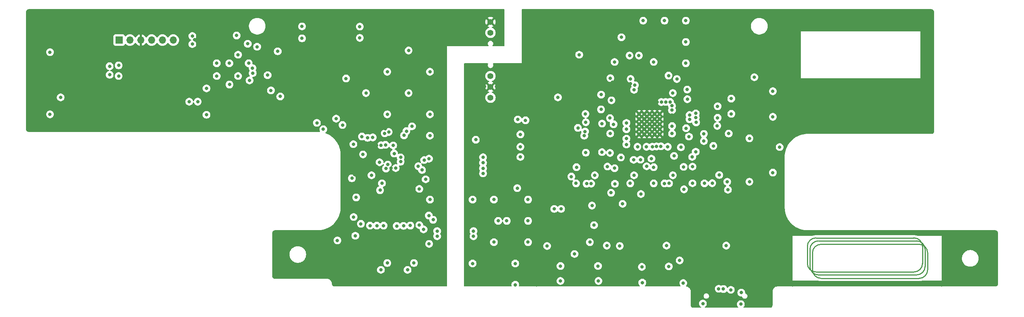
<source format=gbr>
%TF.GenerationSoftware,KiCad,Pcbnew,8.0.1-1.fc39*%
%TF.CreationDate,2024-04-19T17:20:26+02:00*%
%TF.ProjectId,FT24-AMS_Slave-v5,46543234-2d41-44d5-935f-536c6176652d,rev?*%
%TF.SameCoordinates,PX2faf080PY47868c0*%
%TF.FileFunction,Copper,L2,Inr*%
%TF.FilePolarity,Positive*%
%FSLAX46Y46*%
G04 Gerber Fmt 4.6, Leading zero omitted, Abs format (unit mm)*
G04 Created by KiCad (PCBNEW 8.0.1-1.fc39) date 2024-04-19 17:20:26*
%MOMM*%
%LPD*%
G01*
G04 APERTURE LIST*
%TA.AperFunction,NonConductor*%
%ADD10C,0.250000*%
%TD*%
%TA.AperFunction,ComponentPad*%
%ADD11C,0.800000*%
%TD*%
%TA.AperFunction,ComponentPad*%
%ADD12R,1.700000X1.700000*%
%TD*%
%TA.AperFunction,ComponentPad*%
%ADD13O,1.700000X1.700000*%
%TD*%
%TA.AperFunction,ComponentPad*%
%ADD14C,1.400000*%
%TD*%
%TA.AperFunction,ViaPad*%
%ADD15C,0.800000*%
%TD*%
G04 APERTURE END LIST*
D10*
X211100000Y-56700000D02*
X211100000Y-60700000D01*
X183500000Y-60000000D02*
X183500000Y-56000000D01*
X186700000Y-63500000D02*
G75*
G02*
X184700000Y-61500000I0J2000000D01*
G01*
X186100000Y-54700000D02*
X209100000Y-54700000D01*
X184700000Y-57500000D02*
G75*
G02*
X186700000Y-55500000I2000000J0D01*
G01*
X210500000Y-60000000D02*
G75*
G02*
X208500000Y-62000000I-2000000J0D01*
G01*
X210500000Y-56000000D02*
X210500000Y-60000000D01*
X186100000Y-62700000D02*
G75*
G02*
X184100000Y-60700000I0J2000000D01*
G01*
X209100000Y-54700000D02*
G75*
G02*
X211100000Y-56700000I0J-2000000D01*
G01*
X186700000Y-55500000D02*
X209700000Y-55500000D01*
X211100000Y-60700000D02*
G75*
G02*
X209100000Y-62700000I-2000000J0D01*
G01*
X185500000Y-54000000D02*
X208500000Y-54000000D01*
X185500000Y-62000000D02*
G75*
G02*
X183500000Y-60000000I0J2000000D01*
G01*
X211700000Y-61500000D02*
G75*
G02*
X209700000Y-63500000I-2000000J0D01*
G01*
X183500000Y-56000000D02*
G75*
G02*
X185500000Y-54000000I2000000J0D01*
G01*
X208500000Y-62000000D02*
X185500000Y-62000000D01*
X209700000Y-55500000D02*
G75*
G02*
X211700000Y-57500000I0J-2000000D01*
G01*
X208500000Y-54000000D02*
G75*
G02*
X210500000Y-56000000I0J-2000000D01*
G01*
X211700000Y-57500000D02*
X211700000Y-61500000D01*
X184700000Y-61500000D02*
X184700000Y-57500000D01*
X184100000Y-60700000D02*
X184100000Y-56700000D01*
X184100000Y-56700000D02*
G75*
G02*
X186100000Y-54700000I2000000J0D01*
G01*
X209100000Y-62700000D02*
X186100000Y-62700000D01*
X209700000Y-63500000D02*
X186700000Y-63500000D01*
D11*
%TO.N,GND1*%
%TO.C,U2*%
X144067500Y-24877500D03*
X144067500Y-26077500D03*
X144067500Y-27277500D03*
X144067500Y-28477500D03*
X144067500Y-29677500D03*
X145267500Y-24877500D03*
X145267500Y-26077500D03*
X145267500Y-27277500D03*
X145267500Y-28477500D03*
X145267500Y-29677500D03*
X146467500Y-24877500D03*
X146467500Y-26077500D03*
X146467500Y-27277500D03*
X146467500Y-28477500D03*
X146467500Y-29677500D03*
X147667500Y-24877500D03*
X147667500Y-26077500D03*
X147667500Y-27277500D03*
X147667500Y-28477500D03*
X147667500Y-29677500D03*
X148867500Y-24877500D03*
X148867500Y-26077500D03*
X148867500Y-27277500D03*
X148867500Y-28477500D03*
X148867500Y-29677500D03*
%TD*%
D12*
%TO.N,+3V3*%
%TO.C,J16*%
X22120000Y-7550000D03*
D13*
%TO.N,/\u00B5C/SWCLK*%
X24660000Y-7550000D03*
%TO.N,GND*%
X27200000Y-7550000D03*
%TO.N,/\u00B5C/SWDIO*%
X29740000Y-7550000D03*
%TO.N,/\u00B5C/NRST*%
X32280000Y-7550000D03*
%TO.N,/\u00B5C/Trace_SWO*%
X34820000Y-7550000D03*
%TD*%
D14*
%TO.N,GND*%
%TO.C,PS1*%
X109200000Y-3300000D03*
%TO.N,+12V*%
X109200000Y-5840000D03*
%TO.N,+5V*%
X109200000Y-16000000D03*
%TO.N,GND1*%
X109200000Y-18540000D03*
%TO.N,Net-(PS1-FB)*%
X109200000Y-21080000D03*
%TD*%
D15*
%TO.N,+3V3*%
X78800000Y-50700000D03*
X73000000Y-26000000D03*
X68500000Y-27000000D03*
X65000000Y-7150000D03*
X45000000Y-16000000D03*
X48000000Y-18000000D03*
X95000000Y-30000000D03*
X78550000Y-4400000D03*
X95000000Y-45000000D03*
X52691515Y-17022578D03*
X77700000Y-44500000D03*
X45000000Y-13000000D03*
X77100000Y-49100000D03*
X22000000Y-13500000D03*
X22000000Y-16000000D03*
X76700000Y-40000000D03*
X85000000Y-25000000D03*
X95750000Y-49750000D03*
X47950000Y-13000000D03*
X89750000Y-61500000D03*
X77500000Y-53500000D03*
X91250000Y-59900000D03*
X94800305Y-55400305D03*
X38550000Y-22025000D03*
X65000000Y-4350000D03*
X92500000Y-42500000D03*
X85000000Y-59900000D03*
X95000000Y-25000000D03*
X50000000Y-16000000D03*
X42600000Y-18900000D03*
X95000000Y-15000000D03*
X85000000Y-15000000D03*
X40550000Y-22025000D03*
X75323910Y-16570812D03*
X50000000Y-11000000D03*
X81300000Y-39300000D03*
X92500000Y-51000000D03*
X80000000Y-20000000D03*
X94000000Y-40250000D03*
X90000000Y-10000000D03*
X74500000Y-27500000D03*
X52500000Y-13000000D03*
X83300000Y-42800000D03*
X94750000Y-48750000D03*
X70000000Y-28500000D03*
X90000000Y-20000000D03*
X93500000Y-52000000D03*
X42600000Y-25100000D03*
X78550000Y-7050000D03*
X83500000Y-61500000D03*
%TO.N,/CAN/CANH*%
X19900000Y-15700000D03*
X53437501Y-15312501D03*
X8400000Y-21000000D03*
%TO.N,/CAN/CANL*%
X53399993Y-14150014D03*
X5900000Y-25000000D03*
X5900000Y-10400000D03*
X19899992Y-13700000D03*
%TO.N,/\u00B5C/SWCLK*%
X77050000Y-32000000D03*
X49666206Y-6483794D03*
%TO.N,GND*%
X82399970Y-37199994D03*
X96350311Y-42255305D03*
X39325000Y-12400000D03*
X85916435Y-37627654D03*
X96800000Y-51100000D03*
X52500000Y-25000000D03*
X93150305Y-33955305D03*
X39800000Y-7500000D03*
X1675000Y-8400000D03*
X58500000Y-13700000D03*
X80799992Y-42262500D03*
X69300000Y-57600000D03*
X34900000Y-18800000D03*
X76100000Y-18300000D03*
X70000000Y-21000000D03*
X86837500Y-43650153D03*
X85000000Y-20000000D03*
X52500000Y-20000000D03*
X58500000Y-15800000D03*
X83162500Y-45837500D03*
X1650000Y-23000000D03*
X73500000Y-13575000D03*
X76900000Y-61600000D03*
X77299996Y-46332000D03*
X47200000Y-26162500D03*
X5875000Y-8400000D03*
X78122085Y-41926302D03*
X31275000Y-21275000D03*
X95000000Y-20000000D03*
X95000000Y-10000000D03*
X85676089Y-48819927D03*
X33075000Y-12200000D03*
X84512500Y-27212500D03*
X91300000Y-49000000D03*
X84512506Y-28412500D03*
X82493474Y-32231182D03*
X92600000Y-33200000D03*
X43700000Y-7500000D03*
X15500008Y-14700000D03*
X77299998Y-39100000D03*
X31800000Y-19500000D03*
X46000000Y-23175000D03*
X33100000Y-16600000D03*
X25800000Y-15800000D03*
X90000000Y-25000000D03*
X29104294Y-21275000D03*
X80000000Y-25000000D03*
X90000000Y-15000000D03*
X31675000Y-12400000D03*
X85000000Y-10000000D03*
X38000000Y-19700000D03*
X96400000Y-57800000D03*
X25991235Y-19088468D03*
X87628689Y-33110439D03*
X5749995Y-22999999D03*
X74699996Y-8075000D03*
X78142751Y-37363718D03*
%TO.N,/\u00B5C/SWDIO*%
X84388428Y-29457306D03*
X52275000Y-8425000D03*
%TO.N,/\u00B5C/NRST*%
X83177756Y-36253009D03*
X84691229Y-37729039D03*
X39290012Y-8499994D03*
X83750000Y-41174992D03*
%TO.N,/\u00B5C/Trace_SWO*%
X39289999Y-6600001D03*
X85100979Y-36775000D03*
%TO.N,Net-(U2-IPB)*%
X150287250Y-22085845D03*
X150955000Y-15900000D03*
%TO.N,/\u00B5C/TMP_SCL*%
X90800000Y-27800000D03*
X96700000Y-52400000D03*
%TO.N,/BMS/TMP_SCL*%
X105200000Y-52400014D03*
X143066827Y-18148944D03*
X165550000Y-66200000D03*
%TO.N,/BMS/TMP_SDA*%
X105200000Y-53600000D03*
X168000000Y-66850000D03*
X142858482Y-19233551D03*
%TO.N,+5V*%
X105000000Y-60000000D03*
X110000000Y-55000000D03*
X118000000Y-50000000D03*
X150000000Y-3000000D03*
X125000000Y-21000000D03*
X137300000Y-16500000D03*
X139500000Y-55900000D03*
X118000000Y-45000000D03*
X159006519Y-69412283D03*
X111000000Y-50000000D03*
X118000000Y-55000000D03*
X125600000Y-64100000D03*
X105750305Y-30955305D03*
X132500000Y-55000000D03*
X133000000Y-46400000D03*
X144800000Y-64500000D03*
X155000000Y-3000000D03*
X130000000Y-11000000D03*
X155000000Y-8000000D03*
X144700000Y-60800000D03*
X155000000Y-13000000D03*
X115000000Y-65000000D03*
X144000000Y-11200000D03*
X115000000Y-60000000D03*
X154400000Y-64600000D03*
X151000000Y-60700000D03*
X110000000Y-45000000D03*
X116200000Y-29700000D03*
X115600000Y-26200000D03*
X139900000Y-6900000D03*
X134400000Y-60600000D03*
X125600000Y-60600000D03*
X141800000Y-11200000D03*
X145000000Y-3000000D03*
X105000000Y-45000000D03*
X113000000Y-50000000D03*
X167900000Y-69550000D03*
X134500000Y-64100000D03*
X116200000Y-32600000D03*
X142045149Y-16691716D03*
%TO.N,/\u00B5C/SCK*%
X92258647Y-37174738D03*
X93641877Y-35729540D03*
%TO.N,/\u00B5C/CSB*%
X94775000Y-35400000D03*
X93138403Y-38054494D03*
%TO.N,/BMS/Filter_Balance_Network_last/CB*%
X137555000Y-21700000D03*
X135142500Y-20362500D03*
%TO.N,/BMS/~{CS}*%
X107450305Y-35055305D03*
X151755000Y-24010224D03*
%TO.N,/BMS/Filter_Balance_Network_last/CA*%
X135110798Y-23832754D03*
X137210901Y-25877500D03*
%TO.N,/BMS/MISO*%
X149255003Y-22100003D03*
X107450305Y-38855305D03*
%TO.N,/BMS/Filter_Balance_Network2/SBP*%
X131367500Y-29027500D03*
X138047600Y-27331142D03*
X135346114Y-27169289D03*
%TO.N,/BMS/MOSI*%
X107450305Y-37655305D03*
X151955000Y-20000000D03*
%TO.N,/BMS/Filter_Balance_Network2/SAP*%
X137267500Y-29502500D03*
X135342347Y-33862347D03*
%TO.N,/BMS/SCK*%
X107450305Y-36355305D03*
X151748249Y-22992673D03*
%TO.N,/BMS/Filter_Balance_Network4/SBP*%
X137217500Y-34052500D03*
X128155000Y-39600000D03*
%TO.N,/BMS/Filter_Balance_Network4/SAP*%
X136617500Y-37252500D03*
X131736500Y-41274740D03*
%TO.N,/BMS/Filter_Balance_Network5/SBP*%
X138274992Y-37645620D03*
X137467505Y-43402505D03*
X143667500Y-32602500D03*
%TO.N,/BMS/Filter_Balance_Network5/SAP*%
X145808748Y-37188177D03*
X144467500Y-43702500D03*
%TO.N,/BMS/Filter_Balance_Network5/CA*%
X145767496Y-32602504D03*
X144358868Y-35644099D03*
%TO.N,/\u00B5C/PROM_WC*%
X79299996Y-34400004D03*
X73300000Y-54600000D03*
%TO.N,/BMS/Filter_Balance_Network6/SBP*%
X147467500Y-37402500D03*
X149992500Y-41205032D03*
X147133454Y-32613763D03*
%TO.N,/BMS/Filter_Balance_Network6/SAP*%
X154473154Y-37327500D03*
X154567500Y-42602500D03*
X149155000Y-32500000D03*
%TO.N,/BMS/Filter_Balance_Network7/SBP*%
X150767500Y-32602500D03*
X156567500Y-37277500D03*
X159367500Y-41202500D03*
%TO.N,/BMS/Filter_Balance_Network7/SAP*%
X156500381Y-34996992D03*
X162829912Y-39241264D03*
X164867500Y-42702500D03*
%TO.N,/BMS/Filter_Balance_Network1/SBP*%
X151767500Y-29502500D03*
X157328500Y-33774500D03*
%TO.N,/BMS/Filter_Balance_Network1/SAP*%
X151763669Y-27752643D03*
X157412937Y-26884018D03*
X162367500Y-27702500D03*
%TO.N,+12V*%
X54471701Y-9125685D03*
%TO.N,/BMS/Filter_Balance_Network/SBP*%
X155868819Y-25155284D03*
X157328500Y-24774500D03*
%TO.N,/BMS/Filter_Balance_Network/SAP*%
X155366258Y-21437758D03*
X155328500Y-19174500D03*
%TO.N,/BMS/Filter_Balance_Network/CellA+{slash}CellB-*%
X157328500Y-25774500D03*
X175400000Y-19577500D03*
X155876528Y-26155257D03*
X165655000Y-24874502D03*
X165655000Y-21300000D03*
X171067500Y-16277500D03*
%TO.N,/BMS/Filter_Balance_Network/CellB+*%
X162455000Y-25800000D03*
X175399998Y-25577500D03*
X159228500Y-29574500D03*
X155067500Y-28252508D03*
X162455000Y-23100000D03*
%TO.N,Net-(U2-IMB)*%
X151309078Y-22082967D03*
X152900000Y-16700000D03*
%TO.N,Net-(U1-PB11)*%
X88128628Y-36103387D03*
X82537496Y-51112500D03*
%TO.N,/BMS/Filter_Balance_Network1/CellA+{slash}CellB-*%
X155729825Y-30219880D03*
X177000000Y-32677500D03*
X169917500Y-30627500D03*
X159228500Y-31274500D03*
X165055000Y-29500000D03*
%TO.N,/BMS/Filter_Balance_Network2/CellA-*%
X141067500Y-28502500D03*
X129375505Y-37400000D03*
X125755000Y-47200000D03*
X124155000Y-47200000D03*
X131542500Y-33987500D03*
X122467500Y-55900000D03*
%TO.N,GND1*%
X110000000Y-60000000D03*
X128367500Y-31202500D03*
X105200000Y-51100000D03*
X215000000Y-53000000D03*
X107425305Y-41322041D03*
X167900000Y-62995000D03*
X137782895Y-17413128D03*
X119968750Y-11775000D03*
X210000000Y-3000000D03*
X146755000Y-15500006D03*
X153730000Y-21712655D03*
X121668750Y-4675000D03*
X185000000Y-3000000D03*
X142000000Y-17800000D03*
X175000000Y-13000000D03*
X205000000Y-3000000D03*
X180000000Y-13000000D03*
X151767500Y-25177500D03*
X164626510Y-31302500D03*
X180000000Y-65000000D03*
X129199994Y-4000000D03*
X180000000Y-23500000D03*
X175000000Y-8000000D03*
X148455000Y-15500000D03*
X190000000Y-3000000D03*
X170000000Y-13000000D03*
X166275000Y-62940000D03*
X138500000Y-62675000D03*
X107800000Y-18500000D03*
X147200000Y-3400000D03*
X144155002Y-15500010D03*
X170000000Y-8000000D03*
X180000000Y-3000000D03*
X158455000Y-14500000D03*
X200000000Y-3000000D03*
X132054992Y-11000000D03*
X180000000Y-8000000D03*
X120000000Y-65000000D03*
X161228500Y-19474500D03*
X180000000Y-18500000D03*
X165000000Y-3000000D03*
X195000000Y-3000000D03*
X148255002Y-22100000D03*
X105600000Y-57800000D03*
X169500000Y-44000000D03*
X150000000Y-47000000D03*
X164555000Y-14500000D03*
X215000000Y-65000000D03*
X146500000Y-55500000D03*
X135595010Y-15499988D03*
X160000000Y-3000000D03*
X122500000Y-45000000D03*
X110600000Y-18500000D03*
X131454994Y-16600000D03*
X108950305Y-33955305D03*
X161455000Y-14499996D03*
X131655000Y-17600000D03*
X180000000Y-52999998D03*
X160500000Y-55500000D03*
X164567500Y-35002500D03*
X173000000Y-46000000D03*
X128454984Y-16600000D03*
X128367506Y-33002490D03*
X158000000Y-47000000D03*
%TO.N,/BMS/Filter_Balance_Network7/CellA+{slash}CellB-*%
X152239314Y-34749009D03*
X161206497Y-41163497D03*
X156567500Y-41177500D03*
X163800000Y-66000000D03*
%TO.N,/BMS/Filter_Balance_Network4/CellA-*%
X140167500Y-46000000D03*
X133480000Y-51007651D03*
X136467500Y-55800004D03*
X141067500Y-32075000D03*
X139780153Y-35115153D03*
%TO.N,/BMS/Filter_Balance_Network6/CellA+{slash}CellB-*%
X146930000Y-35390455D03*
X151067500Y-41202500D03*
X147467500Y-41202500D03*
X162700000Y-65950000D03*
%TO.N,/BMS/Filter_Balance_Network5/CellA-*%
X150467500Y-55800000D03*
%TO.N,/BMS/Filter_Balance_Network5/CellA+{slash}CellB-*%
X142867500Y-39302500D03*
X138367500Y-41302500D03*
X141967500Y-41202500D03*
X142767487Y-35674578D03*
X153544404Y-59285596D03*
%TO.N,/BMS/Filter_Balance_Network6/CellA-*%
X151967500Y-39302500D03*
X164467500Y-55799994D03*
X148128539Y-32514710D03*
%TO.N,/BMS/Filter_Balance_Network4/CellA+{slash}CellB-*%
X132800773Y-41235773D03*
X128900000Y-57775000D03*
X129267500Y-41202500D03*
X141067500Y-30702520D03*
X133654847Y-39289847D03*
%TO.N,/BMS/Filter_Balance_Network1/CellB+*%
X164700000Y-40827500D03*
X175400000Y-38677500D03*
X161455000Y-32400000D03*
X153848750Y-32721250D03*
X169917500Y-40827500D03*
%TO.N,/BMS/Filter_Balance_Network2/CellA+{slash}CellB-*%
X115475000Y-42325000D03*
X131180077Y-30009782D03*
X131542500Y-26862500D03*
X141067500Y-27002500D03*
%TO.N,/BMS/Filter_Balance_Network2/CellB+*%
X131467500Y-24902500D03*
X116200000Y-35000000D03*
X129700000Y-28175000D03*
%TO.N,/CAN/CAN_Term*%
X86966023Y-37598144D03*
X79050000Y-30200000D03*
%TO.N,/CAN/CAN_Rx*%
X84588570Y-32150184D03*
X81596016Y-30403984D03*
%TO.N,/CAN/CAN_Tx*%
X83543310Y-32249874D03*
X80384404Y-30515596D03*
%TO.N,/CAN/V_{ref}*%
X59300006Y-10200000D03*
X56925000Y-15800000D03*
%TO.N,VBUS*%
X117400004Y-26400000D03*
%TO.N,Net-(U1-PB10)*%
X88128447Y-35103385D03*
X80937500Y-51112494D03*
%TO.N,Net-(U1-PB13)*%
X86385355Y-32285355D03*
X87200000Y-51199994D03*
%TO.N,Net-(U2-DRIVE)*%
X138300000Y-12700000D03*
X147455000Y-12700000D03*
%TO.N,Net-(U1-PB12)*%
X84137500Y-51112510D03*
X86603194Y-34189389D03*
%TO.N,Net-(U1-PB14)*%
X88925000Y-29938160D03*
X88800000Y-51174990D03*
%TO.N,Net-(U1-PB15)*%
X90400000Y-51100000D03*
X89482100Y-28932710D03*
%TO.N,/\u00B5C/TMP_SDA*%
X85336236Y-29138457D03*
X96700000Y-53600000D03*
%TO.N,Net-(R83-Pad2)*%
X59900000Y-20795000D03*
X57700000Y-19375000D03*
%TD*%
%TA.AperFunction,Conductor*%
%TO.N,GND*%
G36*
X112443062Y-320185D02*
G01*
X112488817Y-372989D01*
X112500023Y-424499D01*
X112500092Y-8875999D01*
X112480408Y-8943039D01*
X112427604Y-8988794D01*
X112376092Y-9000000D01*
X109798942Y-9000000D01*
X109731903Y-8980315D01*
X109686148Y-8927511D01*
X109676204Y-8858353D01*
X109701998Y-8799805D01*
X109701892Y-8799734D01*
X109702296Y-8799128D01*
X109703085Y-8797339D01*
X109705267Y-8794677D01*
X109705276Y-8794669D01*
X109776465Y-8688127D01*
X109825501Y-8569744D01*
X109839376Y-8499994D01*
X109850500Y-8444071D01*
X109850500Y-8315928D01*
X109825502Y-8190261D01*
X109825501Y-8190260D01*
X109825501Y-8190256D01*
X109776465Y-8071873D01*
X109776464Y-8071872D01*
X109776461Y-8071866D01*
X109705276Y-7965331D01*
X109705273Y-7965327D01*
X109614672Y-7874726D01*
X109614668Y-7874723D01*
X109508133Y-7803538D01*
X109508124Y-7803533D01*
X109389744Y-7754499D01*
X109389738Y-7754497D01*
X109264071Y-7729500D01*
X109264069Y-7729500D01*
X109135931Y-7729500D01*
X109135929Y-7729500D01*
X109010261Y-7754497D01*
X109010255Y-7754499D01*
X108891875Y-7803533D01*
X108891866Y-7803538D01*
X108785331Y-7874723D01*
X108785327Y-7874726D01*
X108694726Y-7965327D01*
X108694723Y-7965331D01*
X108623538Y-8071866D01*
X108623533Y-8071875D01*
X108574499Y-8190255D01*
X108574497Y-8190261D01*
X108549500Y-8315928D01*
X108549500Y-8315931D01*
X108549500Y-8444069D01*
X108549500Y-8444071D01*
X108549499Y-8444071D01*
X108574497Y-8569738D01*
X108574499Y-8569744D01*
X108623533Y-8688124D01*
X108623538Y-8688133D01*
X108694722Y-8794666D01*
X108696915Y-8797339D01*
X108697625Y-8799011D01*
X108698108Y-8799734D01*
X108697970Y-8799825D01*
X108724225Y-8861650D01*
X108712431Y-8930517D01*
X108665276Y-8982075D01*
X108601058Y-9000000D01*
X99000000Y-9000000D01*
X99000000Y-65275500D01*
X98980315Y-65342539D01*
X98927511Y-65388294D01*
X98876000Y-65399500D01*
X72623952Y-65399500D01*
X72610067Y-65398720D01*
X72576368Y-65394922D01*
X72497471Y-65386031D01*
X72470401Y-65379852D01*
X72370065Y-65344741D01*
X72345048Y-65332693D01*
X72255041Y-65276136D01*
X72233334Y-65258824D01*
X72195751Y-65221241D01*
X72158164Y-65183654D01*
X72140862Y-65161958D01*
X72084294Y-65071928D01*
X72072255Y-65046927D01*
X72037142Y-64946582D01*
X72030966Y-64919520D01*
X72018280Y-64806921D01*
X72017500Y-64793039D01*
X72017500Y-64705517D01*
X71987939Y-64518879D01*
X71929545Y-64339162D01*
X71843755Y-64170794D01*
X71732683Y-64017919D01*
X71732681Y-64017916D01*
X71732680Y-64017915D01*
X71599065Y-63884303D01*
X71599063Y-63884301D01*
X71533404Y-63836598D01*
X71446187Y-63773232D01*
X71277813Y-63687445D01*
X71098095Y-63629055D01*
X70911459Y-63599498D01*
X70816975Y-63599500D01*
X58623952Y-63599500D01*
X58610067Y-63598720D01*
X58576368Y-63594922D01*
X58497471Y-63586031D01*
X58470401Y-63579852D01*
X58370065Y-63544741D01*
X58345048Y-63532693D01*
X58255041Y-63476136D01*
X58233334Y-63458824D01*
X58195751Y-63421241D01*
X58158164Y-63383654D01*
X58140862Y-63361958D01*
X58084294Y-63271928D01*
X58072255Y-63246927D01*
X58037142Y-63146582D01*
X58030967Y-63119528D01*
X58018260Y-63006749D01*
X58017482Y-62992877D01*
X58017482Y-61500000D01*
X82594540Y-61500000D01*
X82614326Y-61688256D01*
X82614327Y-61688259D01*
X82672818Y-61868277D01*
X82672821Y-61868284D01*
X82767467Y-62032216D01*
X82894129Y-62172888D01*
X83047265Y-62284148D01*
X83047270Y-62284151D01*
X83220192Y-62361142D01*
X83220197Y-62361144D01*
X83405354Y-62400500D01*
X83405355Y-62400500D01*
X83594644Y-62400500D01*
X83594646Y-62400500D01*
X83779803Y-62361144D01*
X83952730Y-62284151D01*
X84105871Y-62172888D01*
X84232533Y-62032216D01*
X84327179Y-61868284D01*
X84385674Y-61688256D01*
X84405460Y-61500000D01*
X88844540Y-61500000D01*
X88864326Y-61688256D01*
X88864327Y-61688259D01*
X88922818Y-61868277D01*
X88922821Y-61868284D01*
X89017467Y-62032216D01*
X89144129Y-62172888D01*
X89297265Y-62284148D01*
X89297270Y-62284151D01*
X89470192Y-62361142D01*
X89470197Y-62361144D01*
X89655354Y-62400500D01*
X89655355Y-62400500D01*
X89844644Y-62400500D01*
X89844646Y-62400500D01*
X90029803Y-62361144D01*
X90202730Y-62284151D01*
X90355871Y-62172888D01*
X90482533Y-62032216D01*
X90577179Y-61868284D01*
X90635674Y-61688256D01*
X90655460Y-61500000D01*
X90635674Y-61311744D01*
X90577179Y-61131716D01*
X90482533Y-60967784D01*
X90355871Y-60827112D01*
X90319243Y-60800500D01*
X90202734Y-60715851D01*
X90202729Y-60715848D01*
X90029807Y-60638857D01*
X90029802Y-60638855D01*
X89884001Y-60607865D01*
X89844646Y-60599500D01*
X89655354Y-60599500D01*
X89622897Y-60606398D01*
X89470197Y-60638855D01*
X89470192Y-60638857D01*
X89297270Y-60715848D01*
X89297265Y-60715851D01*
X89144129Y-60827111D01*
X89017466Y-60967785D01*
X88922821Y-61131715D01*
X88922818Y-61131722D01*
X88864327Y-61311740D01*
X88864326Y-61311744D01*
X88844540Y-61500000D01*
X84405460Y-61500000D01*
X84385674Y-61311744D01*
X84327179Y-61131716D01*
X84232533Y-60967784D01*
X84105871Y-60827112D01*
X84069243Y-60800500D01*
X83952734Y-60715851D01*
X83952729Y-60715848D01*
X83779807Y-60638857D01*
X83779802Y-60638855D01*
X83634001Y-60607865D01*
X83594646Y-60599500D01*
X83405354Y-60599500D01*
X83372897Y-60606398D01*
X83220197Y-60638855D01*
X83220192Y-60638857D01*
X83047270Y-60715848D01*
X83047265Y-60715851D01*
X82894129Y-60827111D01*
X82767466Y-60967785D01*
X82672821Y-61131715D01*
X82672818Y-61131722D01*
X82614327Y-61311740D01*
X82614326Y-61311744D01*
X82594540Y-61500000D01*
X58017482Y-61500000D01*
X58017482Y-59900000D01*
X84094540Y-59900000D01*
X84114326Y-60088256D01*
X84114327Y-60088259D01*
X84172818Y-60268277D01*
X84172821Y-60268284D01*
X84267467Y-60432216D01*
X84357508Y-60532216D01*
X84394129Y-60572888D01*
X84547265Y-60684148D01*
X84547270Y-60684151D01*
X84720192Y-60761142D01*
X84720197Y-60761144D01*
X84905354Y-60800500D01*
X84905355Y-60800500D01*
X85094644Y-60800500D01*
X85094646Y-60800500D01*
X85279803Y-60761144D01*
X85452730Y-60684151D01*
X85605871Y-60572888D01*
X85732533Y-60432216D01*
X85827179Y-60268284D01*
X85885674Y-60088256D01*
X85905460Y-59900000D01*
X90344540Y-59900000D01*
X90364326Y-60088256D01*
X90364327Y-60088259D01*
X90422818Y-60268277D01*
X90422821Y-60268284D01*
X90517467Y-60432216D01*
X90607508Y-60532216D01*
X90644129Y-60572888D01*
X90797265Y-60684148D01*
X90797270Y-60684151D01*
X90970192Y-60761142D01*
X90970197Y-60761144D01*
X91155354Y-60800500D01*
X91155355Y-60800500D01*
X91344644Y-60800500D01*
X91344646Y-60800500D01*
X91529803Y-60761144D01*
X91702730Y-60684151D01*
X91855871Y-60572888D01*
X91982533Y-60432216D01*
X92077179Y-60268284D01*
X92135674Y-60088256D01*
X92155460Y-59900000D01*
X92135674Y-59711744D01*
X92077179Y-59531716D01*
X91982533Y-59367784D01*
X91855871Y-59227112D01*
X91803157Y-59188813D01*
X91702734Y-59115851D01*
X91702729Y-59115848D01*
X91529807Y-59038857D01*
X91529802Y-59038855D01*
X91384001Y-59007865D01*
X91344646Y-58999500D01*
X91155354Y-58999500D01*
X91122897Y-59006398D01*
X90970197Y-59038855D01*
X90970192Y-59038857D01*
X90797270Y-59115848D01*
X90797265Y-59115851D01*
X90644129Y-59227111D01*
X90517466Y-59367785D01*
X90422821Y-59531715D01*
X90422818Y-59531722D01*
X90383379Y-59653104D01*
X90364326Y-59711744D01*
X90344540Y-59900000D01*
X85905460Y-59900000D01*
X85885674Y-59711744D01*
X85827179Y-59531716D01*
X85732533Y-59367784D01*
X85605871Y-59227112D01*
X85553157Y-59188813D01*
X85452734Y-59115851D01*
X85452729Y-59115848D01*
X85279807Y-59038857D01*
X85279802Y-59038855D01*
X85134001Y-59007865D01*
X85094646Y-58999500D01*
X84905354Y-58999500D01*
X84872897Y-59006398D01*
X84720197Y-59038855D01*
X84720192Y-59038857D01*
X84547270Y-59115848D01*
X84547265Y-59115851D01*
X84394129Y-59227111D01*
X84267466Y-59367785D01*
X84172821Y-59531715D01*
X84172818Y-59531722D01*
X84133379Y-59653104D01*
X84114326Y-59711744D01*
X84094540Y-59900000D01*
X58017482Y-59900000D01*
X58017482Y-58027850D01*
X62059409Y-58027850D01*
X62085366Y-58225007D01*
X62092783Y-58281340D01*
X62144108Y-58472888D01*
X62158959Y-58528312D01*
X62158962Y-58528322D01*
X62256803Y-58764531D01*
X62256808Y-58764542D01*
X62384643Y-58985957D01*
X62384654Y-58985973D01*
X62540297Y-59188811D01*
X62540303Y-59188818D01*
X62721090Y-59369605D01*
X62721096Y-59369610D01*
X62923944Y-59525261D01*
X62923951Y-59525265D01*
X63145366Y-59653100D01*
X63145371Y-59653102D01*
X63145374Y-59653104D01*
X63381596Y-59750950D01*
X63628569Y-59817126D01*
X63882066Y-59850500D01*
X63882073Y-59850500D01*
X64137745Y-59850500D01*
X64137752Y-59850500D01*
X64391249Y-59817126D01*
X64638222Y-59750950D01*
X64874444Y-59653104D01*
X65095874Y-59525261D01*
X65298722Y-59369610D01*
X65479519Y-59188813D01*
X65635170Y-58985965D01*
X65763013Y-58764535D01*
X65860859Y-58528313D01*
X65927035Y-58281340D01*
X65960409Y-58027843D01*
X65960409Y-57772157D01*
X65927035Y-57518660D01*
X65860859Y-57271687D01*
X65763013Y-57035465D01*
X65763011Y-57035462D01*
X65763009Y-57035457D01*
X65635174Y-56814042D01*
X65635170Y-56814035D01*
X65479519Y-56611187D01*
X65479514Y-56611181D01*
X65298727Y-56430394D01*
X65298720Y-56430388D01*
X65095882Y-56274745D01*
X65095880Y-56274743D01*
X65095874Y-56274739D01*
X65095869Y-56274736D01*
X65095866Y-56274734D01*
X64874451Y-56146899D01*
X64874440Y-56146894D01*
X64638231Y-56049053D01*
X64638224Y-56049051D01*
X64638222Y-56049050D01*
X64391249Y-55982874D01*
X64334916Y-55975457D01*
X64137759Y-55949500D01*
X64137752Y-55949500D01*
X63882066Y-55949500D01*
X63882058Y-55949500D01*
X63656735Y-55979165D01*
X63628569Y-55982874D01*
X63381596Y-56049050D01*
X63381586Y-56049053D01*
X63145377Y-56146894D01*
X63145366Y-56146899D01*
X62923951Y-56274734D01*
X62923935Y-56274745D01*
X62721097Y-56430388D01*
X62721090Y-56430394D01*
X62540303Y-56611181D01*
X62540297Y-56611188D01*
X62384654Y-56814026D01*
X62384643Y-56814042D01*
X62256808Y-57035457D01*
X62256803Y-57035468D01*
X62158962Y-57271677D01*
X62158959Y-57271687D01*
X62116080Y-57431716D01*
X62092783Y-57518661D01*
X62059409Y-57772149D01*
X62059409Y-58027850D01*
X58017482Y-58027850D01*
X58017482Y-54600000D01*
X72394540Y-54600000D01*
X72414326Y-54788256D01*
X72414327Y-54788259D01*
X72472818Y-54968277D01*
X72472821Y-54968284D01*
X72567467Y-55132216D01*
X72694129Y-55272888D01*
X72847265Y-55384148D01*
X72847270Y-55384151D01*
X73020192Y-55461142D01*
X73020197Y-55461144D01*
X73205354Y-55500500D01*
X73205355Y-55500500D01*
X73394644Y-55500500D01*
X73394646Y-55500500D01*
X73579803Y-55461144D01*
X73716448Y-55400305D01*
X93894845Y-55400305D01*
X93914631Y-55588561D01*
X93914632Y-55588564D01*
X93973123Y-55768582D01*
X93973126Y-55768589D01*
X94067772Y-55932521D01*
X94172698Y-56049053D01*
X94194434Y-56073193D01*
X94347570Y-56184453D01*
X94347575Y-56184456D01*
X94520497Y-56261447D01*
X94520502Y-56261449D01*
X94705659Y-56300805D01*
X94705660Y-56300805D01*
X94894949Y-56300805D01*
X94894951Y-56300805D01*
X95080108Y-56261449D01*
X95253035Y-56184456D01*
X95406176Y-56073193D01*
X95532838Y-55932521D01*
X95627484Y-55768589D01*
X95685979Y-55588561D01*
X95705765Y-55400305D01*
X95685979Y-55212049D01*
X95627484Y-55032021D01*
X95532838Y-54868089D01*
X95406176Y-54727417D01*
X95406175Y-54727416D01*
X95253039Y-54616156D01*
X95253034Y-54616153D01*
X95080112Y-54539162D01*
X95080107Y-54539160D01*
X94934306Y-54508170D01*
X94894951Y-54499805D01*
X94705659Y-54499805D01*
X94673202Y-54506703D01*
X94520502Y-54539160D01*
X94520497Y-54539162D01*
X94347575Y-54616153D01*
X94347570Y-54616156D01*
X94194434Y-54727416D01*
X94067771Y-54868090D01*
X93973126Y-55032020D01*
X93973123Y-55032027D01*
X93914632Y-55212045D01*
X93914631Y-55212049D01*
X93894845Y-55400305D01*
X73716448Y-55400305D01*
X73752730Y-55384151D01*
X73905871Y-55272888D01*
X74032533Y-55132216D01*
X74127179Y-54968284D01*
X74185674Y-54788256D01*
X74205460Y-54600000D01*
X74185674Y-54411744D01*
X74127179Y-54231716D01*
X74032533Y-54067784D01*
X73905871Y-53927112D01*
X73905870Y-53927111D01*
X73752734Y-53815851D01*
X73752729Y-53815848D01*
X73579807Y-53738857D01*
X73579802Y-53738855D01*
X73434001Y-53707865D01*
X73394646Y-53699500D01*
X73205354Y-53699500D01*
X73172897Y-53706398D01*
X73020197Y-53738855D01*
X73020192Y-53738857D01*
X72847270Y-53815848D01*
X72847265Y-53815851D01*
X72694129Y-53927111D01*
X72567466Y-54067785D01*
X72472821Y-54231715D01*
X72472818Y-54231722D01*
X72417979Y-54400500D01*
X72414326Y-54411744D01*
X72394540Y-54600000D01*
X58017482Y-54600000D01*
X58017482Y-53500000D01*
X76594540Y-53500000D01*
X76614326Y-53688256D01*
X76614327Y-53688259D01*
X76672818Y-53868277D01*
X76672821Y-53868284D01*
X76767467Y-54032216D01*
X76894129Y-54172888D01*
X77047265Y-54284148D01*
X77047270Y-54284151D01*
X77220192Y-54361142D01*
X77220197Y-54361144D01*
X77405354Y-54400500D01*
X77405355Y-54400500D01*
X77594644Y-54400500D01*
X77594646Y-54400500D01*
X77779803Y-54361144D01*
X77952730Y-54284151D01*
X78105871Y-54172888D01*
X78232533Y-54032216D01*
X78327179Y-53868284D01*
X78385674Y-53688256D01*
X78394950Y-53600000D01*
X95794540Y-53600000D01*
X95814326Y-53788256D01*
X95814327Y-53788259D01*
X95872818Y-53968277D01*
X95872821Y-53968284D01*
X95967467Y-54132216D01*
X96057063Y-54231722D01*
X96094129Y-54272888D01*
X96247265Y-54384148D01*
X96247270Y-54384151D01*
X96420192Y-54461142D01*
X96420197Y-54461144D01*
X96605354Y-54500500D01*
X96605355Y-54500500D01*
X96794644Y-54500500D01*
X96794646Y-54500500D01*
X96979803Y-54461144D01*
X97152730Y-54384151D01*
X97305871Y-54272888D01*
X97432533Y-54132216D01*
X97527179Y-53968284D01*
X97585674Y-53788256D01*
X97605460Y-53600000D01*
X97585674Y-53411744D01*
X97527179Y-53231716D01*
X97432533Y-53067784D01*
X97429284Y-53062156D01*
X97431929Y-53060628D01*
X97412779Y-53007421D01*
X97428417Y-52939323D01*
X97429344Y-52937879D01*
X97429284Y-52937844D01*
X97473566Y-52861144D01*
X97527179Y-52768284D01*
X97585674Y-52588256D01*
X97605460Y-52400000D01*
X97585674Y-52211744D01*
X97527179Y-52031716D01*
X97432533Y-51867784D01*
X97305871Y-51727112D01*
X97278473Y-51707206D01*
X97152734Y-51615851D01*
X97152729Y-51615848D01*
X96979807Y-51538857D01*
X96979802Y-51538855D01*
X96834001Y-51507865D01*
X96794646Y-51499500D01*
X96605354Y-51499500D01*
X96572897Y-51506398D01*
X96420197Y-51538855D01*
X96420192Y-51538857D01*
X96247270Y-51615848D01*
X96247265Y-51615851D01*
X96094129Y-51727111D01*
X95967466Y-51867785D01*
X95872821Y-52031715D01*
X95872818Y-52031722D01*
X95817985Y-52200482D01*
X95814326Y-52211744D01*
X95794540Y-52400000D01*
X95814326Y-52588256D01*
X95814327Y-52588259D01*
X95872818Y-52768277D01*
X95872821Y-52768284D01*
X95970716Y-52937844D01*
X95968150Y-52939325D01*
X95987250Y-52993098D01*
X95971327Y-53061129D01*
X95970680Y-53062135D01*
X95970716Y-53062156D01*
X95872821Y-53231715D01*
X95872818Y-53231722D01*
X95814327Y-53411740D01*
X95814326Y-53411744D01*
X95794540Y-53600000D01*
X78394950Y-53600000D01*
X78405460Y-53500000D01*
X78385674Y-53311744D01*
X78327179Y-53131716D01*
X78232533Y-52967784D01*
X78105871Y-52827112D01*
X78105870Y-52827111D01*
X77952734Y-52715851D01*
X77952729Y-52715848D01*
X77779807Y-52638857D01*
X77779802Y-52638855D01*
X77634001Y-52607865D01*
X77594646Y-52599500D01*
X77405354Y-52599500D01*
X77372897Y-52606398D01*
X77220197Y-52638855D01*
X77220192Y-52638857D01*
X77047270Y-52715848D01*
X77047265Y-52715851D01*
X76894129Y-52827111D01*
X76767466Y-52967785D01*
X76672821Y-53131715D01*
X76672818Y-53131722D01*
X76614327Y-53311740D01*
X76614326Y-53311744D01*
X76594540Y-53500000D01*
X58017482Y-53500000D01*
X58017482Y-52806961D01*
X58018262Y-52793078D01*
X58021054Y-52768298D01*
X58030949Y-52680476D01*
X58037124Y-52653417D01*
X58072238Y-52553063D01*
X58084284Y-52528052D01*
X58090046Y-52518882D01*
X58140844Y-52438036D01*
X58158150Y-52416335D01*
X58233324Y-52341158D01*
X58255026Y-52323851D01*
X58345043Y-52267288D01*
X58370051Y-52255244D01*
X58470403Y-52220127D01*
X58497467Y-52213950D01*
X58587044Y-52203856D01*
X58609907Y-52201280D01*
X58623792Y-52200500D01*
X68764677Y-52200500D01*
X68764945Y-52200482D01*
X68936212Y-52200483D01*
X69373175Y-52164277D01*
X69805655Y-52092110D01*
X70230699Y-51984475D01*
X70645402Y-51842109D01*
X71046933Y-51665982D01*
X71432547Y-51457299D01*
X71799612Y-51217485D01*
X72145619Y-50948178D01*
X72415212Y-50700000D01*
X77894540Y-50700000D01*
X77914326Y-50888256D01*
X77914327Y-50888259D01*
X77972818Y-51068277D01*
X77972821Y-51068284D01*
X78067467Y-51232216D01*
X78152911Y-51327111D01*
X78194129Y-51372888D01*
X78347265Y-51484148D01*
X78347270Y-51484151D01*
X78520192Y-51561142D01*
X78520197Y-51561144D01*
X78705354Y-51600500D01*
X78705355Y-51600500D01*
X78894644Y-51600500D01*
X78894646Y-51600500D01*
X79079803Y-51561144D01*
X79252730Y-51484151D01*
X79405871Y-51372888D01*
X79532533Y-51232216D01*
X79601654Y-51112494D01*
X80032040Y-51112494D01*
X80051826Y-51300750D01*
X80051827Y-51300753D01*
X80110318Y-51480771D01*
X80110321Y-51480778D01*
X80204967Y-51644710D01*
X80283751Y-51732208D01*
X80331629Y-51785382D01*
X80484765Y-51896642D01*
X80484770Y-51896645D01*
X80657692Y-51973636D01*
X80657697Y-51973638D01*
X80842854Y-52012994D01*
X80842855Y-52012994D01*
X81032144Y-52012994D01*
X81032146Y-52012994D01*
X81217303Y-51973638D01*
X81390230Y-51896645D01*
X81543371Y-51785382D01*
X81645346Y-51672127D01*
X81704832Y-51635479D01*
X81774689Y-51636809D01*
X81829644Y-51672127D01*
X81856881Y-51702377D01*
X81931625Y-51785388D01*
X82084761Y-51896648D01*
X82084766Y-51896651D01*
X82257688Y-51973642D01*
X82257693Y-51973644D01*
X82442850Y-52013000D01*
X82442851Y-52013000D01*
X82632140Y-52013000D01*
X82632142Y-52013000D01*
X82817299Y-51973644D01*
X82990226Y-51896651D01*
X83143367Y-51785388D01*
X83245346Y-51672129D01*
X83304829Y-51635482D01*
X83374686Y-51636812D01*
X83429642Y-51672130D01*
X83483738Y-51732210D01*
X83531629Y-51785398D01*
X83684765Y-51896658D01*
X83684770Y-51896661D01*
X83857692Y-51973652D01*
X83857697Y-51973654D01*
X84042854Y-52013010D01*
X84042855Y-52013010D01*
X84232144Y-52013010D01*
X84232146Y-52013010D01*
X84417303Y-51973654D01*
X84590230Y-51896661D01*
X84743371Y-51785398D01*
X84870033Y-51644726D01*
X84964679Y-51480794D01*
X85023174Y-51300766D01*
X85033765Y-51199994D01*
X86294540Y-51199994D01*
X86314326Y-51388250D01*
X86314327Y-51388253D01*
X86372818Y-51568271D01*
X86372821Y-51568278D01*
X86467467Y-51732210D01*
X86539080Y-51811744D01*
X86594129Y-51872882D01*
X86747265Y-51984142D01*
X86747270Y-51984145D01*
X86920192Y-52061136D01*
X86920197Y-52061138D01*
X87105354Y-52100494D01*
X87105355Y-52100494D01*
X87294644Y-52100494D01*
X87294646Y-52100494D01*
X87479803Y-52061138D01*
X87652730Y-51984145D01*
X87805871Y-51872882D01*
X87919108Y-51747119D01*
X87978592Y-51710472D01*
X88048449Y-51711802D01*
X88103405Y-51747119D01*
X88194129Y-51847878D01*
X88212388Y-51861144D01*
X88347265Y-51959138D01*
X88347270Y-51959141D01*
X88520192Y-52036132D01*
X88520197Y-52036134D01*
X88705354Y-52075490D01*
X88705355Y-52075490D01*
X88894644Y-52075490D01*
X88894646Y-52075490D01*
X89079803Y-52036134D01*
X89252730Y-51959141D01*
X89405871Y-51847878D01*
X89532533Y-51707206D01*
X89532541Y-51707190D01*
X89532930Y-51706658D01*
X89533245Y-51706414D01*
X89536881Y-51702377D01*
X89537619Y-51703041D01*
X89588256Y-51663987D01*
X89657869Y-51658001D01*
X89719667Y-51690601D01*
X89725398Y-51696554D01*
X89757502Y-51732210D01*
X89794129Y-51772888D01*
X89947265Y-51884148D01*
X89947270Y-51884151D01*
X90120192Y-51961142D01*
X90120197Y-51961144D01*
X90305354Y-52000500D01*
X90305355Y-52000500D01*
X90494644Y-52000500D01*
X90494646Y-52000500D01*
X90679803Y-51961144D01*
X90852730Y-51884151D01*
X91005871Y-51772888D01*
X91132533Y-51632216D01*
X91227179Y-51468284D01*
X91285674Y-51288256D01*
X91305460Y-51100000D01*
X91294950Y-51000000D01*
X91594540Y-51000000D01*
X91614326Y-51188256D01*
X91614327Y-51188259D01*
X91672818Y-51368277D01*
X91672821Y-51368284D01*
X91767467Y-51532216D01*
X91887903Y-51665973D01*
X91894129Y-51672888D01*
X92047265Y-51784148D01*
X92047270Y-51784151D01*
X92220192Y-51861142D01*
X92220197Y-51861144D01*
X92405354Y-51900500D01*
X92405355Y-51900500D01*
X92472432Y-51900500D01*
X92539471Y-51920185D01*
X92585226Y-51972989D01*
X92595752Y-52011535D01*
X92614326Y-52188256D01*
X92614327Y-52188259D01*
X92672818Y-52368277D01*
X92672821Y-52368284D01*
X92767467Y-52532216D01*
X92863487Y-52638857D01*
X92894129Y-52672888D01*
X93047265Y-52784148D01*
X93047270Y-52784151D01*
X93220192Y-52861142D01*
X93220197Y-52861144D01*
X93405354Y-52900500D01*
X93405355Y-52900500D01*
X93594644Y-52900500D01*
X93594646Y-52900500D01*
X93779803Y-52861144D01*
X93952730Y-52784151D01*
X94105871Y-52672888D01*
X94232533Y-52532216D01*
X94327179Y-52368284D01*
X94385674Y-52188256D01*
X94405460Y-52000000D01*
X94385674Y-51811744D01*
X94328402Y-51635479D01*
X94327181Y-51631722D01*
X94327180Y-51631721D01*
X94327179Y-51631716D01*
X94232533Y-51467784D01*
X94105871Y-51327112D01*
X94105870Y-51327111D01*
X93952734Y-51215851D01*
X93952729Y-51215848D01*
X93779807Y-51138857D01*
X93779802Y-51138855D01*
X93634001Y-51107865D01*
X93594646Y-51099500D01*
X93527568Y-51099500D01*
X93460529Y-51079815D01*
X93414774Y-51027011D01*
X93404247Y-50988462D01*
X93385674Y-50811744D01*
X93327179Y-50631716D01*
X93232533Y-50467784D01*
X93105871Y-50327112D01*
X93090369Y-50315849D01*
X92952734Y-50215851D01*
X92952729Y-50215848D01*
X92779807Y-50138857D01*
X92779802Y-50138855D01*
X92634001Y-50107865D01*
X92594646Y-50099500D01*
X92405354Y-50099500D01*
X92372897Y-50106398D01*
X92220197Y-50138855D01*
X92220192Y-50138857D01*
X92047270Y-50215848D01*
X92047265Y-50215851D01*
X91894129Y-50327111D01*
X91767466Y-50467785D01*
X91672821Y-50631715D01*
X91672818Y-50631722D01*
X91614327Y-50811740D01*
X91614326Y-50811744D01*
X91594540Y-51000000D01*
X91294950Y-51000000D01*
X91285674Y-50911744D01*
X91227179Y-50731716D01*
X91132533Y-50567784D01*
X91005871Y-50427112D01*
X91005870Y-50427111D01*
X90852734Y-50315851D01*
X90852729Y-50315848D01*
X90679807Y-50238857D01*
X90679802Y-50238855D01*
X90534001Y-50207865D01*
X90494646Y-50199500D01*
X90305354Y-50199500D01*
X90272897Y-50206398D01*
X90120197Y-50238855D01*
X90120192Y-50238857D01*
X89947270Y-50315848D01*
X89947265Y-50315851D01*
X89794129Y-50427111D01*
X89667463Y-50567788D01*
X89667055Y-50568350D01*
X89666735Y-50568595D01*
X89663119Y-50572613D01*
X89662384Y-50571951D01*
X89611721Y-50611011D01*
X89542107Y-50616983D01*
X89480315Y-50584371D01*
X89474602Y-50578435D01*
X89405871Y-50502102D01*
X89358638Y-50467785D01*
X89252734Y-50390841D01*
X89252729Y-50390838D01*
X89079807Y-50313847D01*
X89079802Y-50313845D01*
X88930985Y-50282214D01*
X88894646Y-50274490D01*
X88705354Y-50274490D01*
X88672897Y-50281388D01*
X88520197Y-50313845D01*
X88520192Y-50313847D01*
X88347270Y-50390838D01*
X88347265Y-50390841D01*
X88194132Y-50502099D01*
X88194129Y-50502101D01*
X88194129Y-50502102D01*
X88115423Y-50589514D01*
X88080893Y-50627863D01*
X88021406Y-50664511D01*
X87951549Y-50663180D01*
X87896593Y-50627863D01*
X87805871Y-50527106D01*
X87784727Y-50511744D01*
X87652734Y-50415845D01*
X87652729Y-50415842D01*
X87479807Y-50338851D01*
X87479802Y-50338849D01*
X87334001Y-50307859D01*
X87294646Y-50299494D01*
X87105354Y-50299494D01*
X87072897Y-50306392D01*
X86920197Y-50338849D01*
X86920192Y-50338851D01*
X86747270Y-50415842D01*
X86747265Y-50415845D01*
X86594129Y-50527105D01*
X86467466Y-50667779D01*
X86372821Y-50831709D01*
X86372818Y-50831716D01*
X86318140Y-51000000D01*
X86314326Y-51011738D01*
X86294540Y-51199994D01*
X85033765Y-51199994D01*
X85042960Y-51112510D01*
X85023174Y-50924254D01*
X84964679Y-50744226D01*
X84870033Y-50580294D01*
X84743371Y-50439622D01*
X84743367Y-50439619D01*
X84590234Y-50328361D01*
X84590229Y-50328358D01*
X84417307Y-50251367D01*
X84417302Y-50251365D01*
X84271501Y-50220375D01*
X84232146Y-50212010D01*
X84042854Y-50212010D01*
X84010397Y-50218908D01*
X83857697Y-50251365D01*
X83857692Y-50251367D01*
X83684770Y-50328358D01*
X83684765Y-50328361D01*
X83531632Y-50439619D01*
X83531629Y-50439621D01*
X83531629Y-50439622D01*
X83429664Y-50552866D01*
X83429652Y-50552879D01*
X83370165Y-50589527D01*
X83300308Y-50588196D01*
X83245352Y-50552878D01*
X83245341Y-50552866D01*
X83143367Y-50439612D01*
X83143359Y-50439606D01*
X82990230Y-50328351D01*
X82990225Y-50328348D01*
X82817303Y-50251357D01*
X82817298Y-50251355D01*
X82671497Y-50220365D01*
X82632142Y-50212000D01*
X82442850Y-50212000D01*
X82410393Y-50218898D01*
X82257693Y-50251355D01*
X82257688Y-50251357D01*
X82084766Y-50328348D01*
X82084761Y-50328351D01*
X81931625Y-50439611D01*
X81931624Y-50439612D01*
X81829649Y-50552866D01*
X81770162Y-50589514D01*
X81700305Y-50588183D01*
X81645350Y-50552865D01*
X81622156Y-50527106D01*
X81543371Y-50439606D01*
X81543370Y-50439605D01*
X81390234Y-50328345D01*
X81390229Y-50328342D01*
X81217307Y-50251351D01*
X81217302Y-50251349D01*
X81071501Y-50220359D01*
X81032146Y-50211994D01*
X80842854Y-50211994D01*
X80810397Y-50218892D01*
X80657697Y-50251349D01*
X80657692Y-50251351D01*
X80484770Y-50328342D01*
X80484765Y-50328345D01*
X80331629Y-50439605D01*
X80204966Y-50580279D01*
X80110321Y-50744209D01*
X80110318Y-50744216D01*
X80051827Y-50924234D01*
X80051826Y-50924238D01*
X80032040Y-51112494D01*
X79601654Y-51112494D01*
X79627179Y-51068284D01*
X79685674Y-50888256D01*
X79705460Y-50700000D01*
X79685674Y-50511744D01*
X79627179Y-50331716D01*
X79532533Y-50167784D01*
X79405871Y-50027112D01*
X79369243Y-50000500D01*
X79252734Y-49915851D01*
X79252729Y-49915848D01*
X79079807Y-49838857D01*
X79079802Y-49838855D01*
X78934001Y-49807865D01*
X78894646Y-49799500D01*
X78705354Y-49799500D01*
X78672897Y-49806398D01*
X78520197Y-49838855D01*
X78520192Y-49838857D01*
X78347270Y-49915848D01*
X78347265Y-49915851D01*
X78194129Y-50027111D01*
X78067466Y-50167785D01*
X77972821Y-50331715D01*
X77972818Y-50331722D01*
X77928609Y-50467785D01*
X77914326Y-50511744D01*
X77894540Y-50700000D01*
X72415212Y-50700000D01*
X72468205Y-50651217D01*
X72765167Y-50328632D01*
X73034475Y-49982626D01*
X73274290Y-49615562D01*
X73482975Y-49229948D01*
X73539976Y-49100000D01*
X76194540Y-49100000D01*
X76214326Y-49288256D01*
X76214327Y-49288259D01*
X76272818Y-49468277D01*
X76272821Y-49468284D01*
X76367467Y-49632216D01*
X76483909Y-49761538D01*
X76494129Y-49772888D01*
X76647265Y-49884148D01*
X76647270Y-49884151D01*
X76820192Y-49961142D01*
X76820197Y-49961144D01*
X77005354Y-50000500D01*
X77005355Y-50000500D01*
X77194644Y-50000500D01*
X77194646Y-50000500D01*
X77379803Y-49961144D01*
X77552730Y-49884151D01*
X77705871Y-49772888D01*
X77832533Y-49632216D01*
X77927179Y-49468284D01*
X77985674Y-49288256D01*
X78005460Y-49100000D01*
X77985674Y-48911744D01*
X77933120Y-48750000D01*
X93844540Y-48750000D01*
X93864326Y-48938256D01*
X93864327Y-48938259D01*
X93922818Y-49118277D01*
X93922821Y-49118284D01*
X94017467Y-49282216D01*
X94107063Y-49381722D01*
X94144129Y-49422888D01*
X94297265Y-49534148D01*
X94297270Y-49534151D01*
X94470192Y-49611142D01*
X94470197Y-49611144D01*
X94655354Y-49650500D01*
X94655355Y-49650500D01*
X94722432Y-49650500D01*
X94789471Y-49670185D01*
X94835226Y-49722989D01*
X94845752Y-49761535D01*
X94864326Y-49938256D01*
X94864327Y-49938259D01*
X94922818Y-50118277D01*
X94922821Y-50118284D01*
X95017467Y-50282216D01*
X95115271Y-50390838D01*
X95144129Y-50422888D01*
X95297265Y-50534148D01*
X95297270Y-50534151D01*
X95470192Y-50611142D01*
X95470197Y-50611144D01*
X95655354Y-50650500D01*
X95655355Y-50650500D01*
X95844644Y-50650500D01*
X95844646Y-50650500D01*
X96029803Y-50611144D01*
X96202730Y-50534151D01*
X96355871Y-50422888D01*
X96482533Y-50282216D01*
X96577179Y-50118284D01*
X96635674Y-49938256D01*
X96655460Y-49750000D01*
X96635674Y-49561744D01*
X96577179Y-49381716D01*
X96482533Y-49217784D01*
X96355871Y-49077112D01*
X96355870Y-49077111D01*
X96202734Y-48965851D01*
X96202729Y-48965848D01*
X96029807Y-48888857D01*
X96029802Y-48888855D01*
X95884001Y-48857865D01*
X95844646Y-48849500D01*
X95777568Y-48849500D01*
X95710529Y-48829815D01*
X95664774Y-48777011D01*
X95654247Y-48738462D01*
X95653538Y-48731715D01*
X95635674Y-48561744D01*
X95577179Y-48381716D01*
X95482533Y-48217784D01*
X95355871Y-48077112D01*
X95355870Y-48077111D01*
X95202734Y-47965851D01*
X95202729Y-47965848D01*
X95029807Y-47888857D01*
X95029802Y-47888855D01*
X94884001Y-47857865D01*
X94844646Y-47849500D01*
X94655354Y-47849500D01*
X94622897Y-47856398D01*
X94470197Y-47888855D01*
X94470192Y-47888857D01*
X94297270Y-47965848D01*
X94297265Y-47965851D01*
X94144129Y-48077111D01*
X94017466Y-48217785D01*
X93922821Y-48381715D01*
X93922818Y-48381722D01*
X93864327Y-48561740D01*
X93864326Y-48561744D01*
X93844540Y-48750000D01*
X77933120Y-48750000D01*
X77927179Y-48731716D01*
X77832533Y-48567784D01*
X77705871Y-48427112D01*
X77705870Y-48427111D01*
X77552734Y-48315851D01*
X77552729Y-48315848D01*
X77379807Y-48238857D01*
X77379802Y-48238855D01*
X77234001Y-48207865D01*
X77194646Y-48199500D01*
X77005354Y-48199500D01*
X76972897Y-48206398D01*
X76820197Y-48238855D01*
X76820192Y-48238857D01*
X76647270Y-48315848D01*
X76647265Y-48315851D01*
X76494129Y-48427111D01*
X76367466Y-48567785D01*
X76272821Y-48731715D01*
X76272818Y-48731722D01*
X76221762Y-48888857D01*
X76214326Y-48911744D01*
X76194540Y-49100000D01*
X73539976Y-49100000D01*
X73659103Y-48828418D01*
X73801471Y-48413715D01*
X73909106Y-47988672D01*
X73981275Y-47556192D01*
X74017482Y-47119229D01*
X74017482Y-46899999D01*
X74017482Y-46852404D01*
X74017482Y-44500000D01*
X76794540Y-44500000D01*
X76814326Y-44688256D01*
X76814327Y-44688259D01*
X76872818Y-44868277D01*
X76872821Y-44868284D01*
X76967467Y-45032216D01*
X77094129Y-45172888D01*
X77247265Y-45284148D01*
X77247270Y-45284151D01*
X77420192Y-45361142D01*
X77420197Y-45361144D01*
X77605354Y-45400500D01*
X77605355Y-45400500D01*
X77794644Y-45400500D01*
X77794646Y-45400500D01*
X77979803Y-45361144D01*
X78152730Y-45284151D01*
X78305871Y-45172888D01*
X78432533Y-45032216D01*
X78451133Y-45000000D01*
X94094540Y-45000000D01*
X94114326Y-45188256D01*
X94114327Y-45188259D01*
X94172818Y-45368277D01*
X94172821Y-45368284D01*
X94267467Y-45532216D01*
X94394129Y-45672888D01*
X94547265Y-45784148D01*
X94547270Y-45784151D01*
X94720192Y-45861142D01*
X94720197Y-45861144D01*
X94905354Y-45900500D01*
X94905355Y-45900500D01*
X95094644Y-45900500D01*
X95094646Y-45900500D01*
X95279803Y-45861144D01*
X95452730Y-45784151D01*
X95605871Y-45672888D01*
X95732533Y-45532216D01*
X95827179Y-45368284D01*
X95885674Y-45188256D01*
X95905460Y-45000000D01*
X95885674Y-44811744D01*
X95827179Y-44631716D01*
X95732533Y-44467784D01*
X95605871Y-44327112D01*
X95584719Y-44311744D01*
X95452734Y-44215851D01*
X95452729Y-44215848D01*
X95279807Y-44138857D01*
X95279802Y-44138855D01*
X95134001Y-44107865D01*
X95094646Y-44099500D01*
X94905354Y-44099500D01*
X94872897Y-44106398D01*
X94720197Y-44138855D01*
X94720192Y-44138857D01*
X94547270Y-44215848D01*
X94547265Y-44215851D01*
X94394129Y-44327111D01*
X94267466Y-44467785D01*
X94172821Y-44631715D01*
X94172818Y-44631722D01*
X94114327Y-44811740D01*
X94114326Y-44811744D01*
X94094540Y-45000000D01*
X78451133Y-45000000D01*
X78527179Y-44868284D01*
X78585674Y-44688256D01*
X78605460Y-44500000D01*
X78585674Y-44311744D01*
X78527179Y-44131716D01*
X78432533Y-43967784D01*
X78305871Y-43827112D01*
X78305870Y-43827111D01*
X78152734Y-43715851D01*
X78152729Y-43715848D01*
X77979807Y-43638857D01*
X77979802Y-43638855D01*
X77834001Y-43607865D01*
X77794646Y-43599500D01*
X77605354Y-43599500D01*
X77572897Y-43606398D01*
X77420197Y-43638855D01*
X77420192Y-43638857D01*
X77247270Y-43715848D01*
X77247265Y-43715851D01*
X77094129Y-43827111D01*
X76967466Y-43967785D01*
X76872821Y-44131715D01*
X76872818Y-44131722D01*
X76814327Y-44311740D01*
X76814326Y-44311744D01*
X76794540Y-44500000D01*
X74017482Y-44500000D01*
X74017482Y-42800000D01*
X82394540Y-42800000D01*
X82414326Y-42988256D01*
X82414327Y-42988259D01*
X82472818Y-43168277D01*
X82472821Y-43168284D01*
X82567467Y-43332216D01*
X82694129Y-43472888D01*
X82847265Y-43584148D01*
X82847270Y-43584151D01*
X83020192Y-43661142D01*
X83020197Y-43661144D01*
X83205354Y-43700500D01*
X83205355Y-43700500D01*
X83394644Y-43700500D01*
X83394646Y-43700500D01*
X83579803Y-43661144D01*
X83752730Y-43584151D01*
X83905871Y-43472888D01*
X84032533Y-43332216D01*
X84127179Y-43168284D01*
X84185674Y-42988256D01*
X84205460Y-42800000D01*
X84185674Y-42611744D01*
X84149366Y-42500000D01*
X91594540Y-42500000D01*
X91614326Y-42688256D01*
X91614327Y-42688259D01*
X91672818Y-42868277D01*
X91672821Y-42868284D01*
X91767467Y-43032216D01*
X91889977Y-43168277D01*
X91894129Y-43172888D01*
X92047265Y-43284148D01*
X92047270Y-43284151D01*
X92220192Y-43361142D01*
X92220197Y-43361144D01*
X92405354Y-43400500D01*
X92405355Y-43400500D01*
X92594644Y-43400500D01*
X92594646Y-43400500D01*
X92779803Y-43361144D01*
X92952730Y-43284151D01*
X93105871Y-43172888D01*
X93232533Y-43032216D01*
X93327179Y-42868284D01*
X93385674Y-42688256D01*
X93405460Y-42500000D01*
X93385674Y-42311744D01*
X93327179Y-42131716D01*
X93232533Y-41967784D01*
X93105871Y-41827112D01*
X93105870Y-41827111D01*
X92952734Y-41715851D01*
X92952729Y-41715848D01*
X92779807Y-41638857D01*
X92779802Y-41638855D01*
X92634001Y-41607865D01*
X92594646Y-41599500D01*
X92405354Y-41599500D01*
X92372897Y-41606398D01*
X92220197Y-41638855D01*
X92220192Y-41638857D01*
X92047270Y-41715848D01*
X92047265Y-41715851D01*
X91894129Y-41827111D01*
X91767466Y-41967785D01*
X91672821Y-42131715D01*
X91672818Y-42131722D01*
X91614327Y-42311740D01*
X91614326Y-42311744D01*
X91594540Y-42500000D01*
X84149366Y-42500000D01*
X84127179Y-42431716D01*
X84032533Y-42267784D01*
X83997061Y-42228389D01*
X83966833Y-42165400D01*
X83975458Y-42096065D01*
X84020199Y-42042399D01*
X84038763Y-42032146D01*
X84202730Y-41959143D01*
X84355871Y-41847880D01*
X84482533Y-41707208D01*
X84577179Y-41543276D01*
X84635674Y-41363248D01*
X84655460Y-41174992D01*
X84635674Y-40986736D01*
X84577179Y-40806708D01*
X84482533Y-40642776D01*
X84355871Y-40502104D01*
X84355870Y-40502103D01*
X84202734Y-40390843D01*
X84202729Y-40390840D01*
X84029807Y-40313849D01*
X84029802Y-40313847D01*
X83884001Y-40282857D01*
X83844646Y-40274492D01*
X83655354Y-40274492D01*
X83622897Y-40281390D01*
X83470197Y-40313847D01*
X83470192Y-40313849D01*
X83297270Y-40390840D01*
X83297265Y-40390843D01*
X83144129Y-40502103D01*
X83017466Y-40642777D01*
X82922821Y-40806707D01*
X82922818Y-40806714D01*
X82864327Y-40986732D01*
X82864326Y-40986736D01*
X82844540Y-41174992D01*
X82864326Y-41363248D01*
X82864327Y-41363251D01*
X82922818Y-41543269D01*
X82922821Y-41543276D01*
X83017467Y-41707208D01*
X83052936Y-41746600D01*
X83083166Y-41809591D01*
X83074541Y-41878926D01*
X83029800Y-41932592D01*
X83011222Y-41942851D01*
X82847270Y-42015848D01*
X82847265Y-42015851D01*
X82694129Y-42127111D01*
X82567466Y-42267785D01*
X82472821Y-42431715D01*
X82472818Y-42431722D01*
X82414327Y-42611740D01*
X82414326Y-42611744D01*
X82394540Y-42800000D01*
X74017482Y-42800000D01*
X74017482Y-40000000D01*
X75794540Y-40000000D01*
X75814326Y-40188256D01*
X75814327Y-40188259D01*
X75872818Y-40368277D01*
X75872821Y-40368284D01*
X75967467Y-40532216D01*
X76067016Y-40642776D01*
X76094129Y-40672888D01*
X76247265Y-40784148D01*
X76247270Y-40784151D01*
X76420192Y-40861142D01*
X76420197Y-40861144D01*
X76605354Y-40900500D01*
X76605355Y-40900500D01*
X76794644Y-40900500D01*
X76794646Y-40900500D01*
X76979803Y-40861144D01*
X77152730Y-40784151D01*
X77305871Y-40672888D01*
X77432533Y-40532216D01*
X77527179Y-40368284D01*
X77565612Y-40250000D01*
X93094540Y-40250000D01*
X93114326Y-40438256D01*
X93114327Y-40438259D01*
X93172818Y-40618277D01*
X93172821Y-40618284D01*
X93267467Y-40782216D01*
X93373971Y-40900500D01*
X93394129Y-40922888D01*
X93547265Y-41034148D01*
X93547270Y-41034151D01*
X93720192Y-41111142D01*
X93720197Y-41111144D01*
X93905354Y-41150500D01*
X93905355Y-41150500D01*
X94094644Y-41150500D01*
X94094646Y-41150500D01*
X94279803Y-41111144D01*
X94452730Y-41034151D01*
X94605871Y-40922888D01*
X94732533Y-40782216D01*
X94827179Y-40618284D01*
X94885674Y-40438256D01*
X94905460Y-40250000D01*
X94885674Y-40061744D01*
X94827179Y-39881716D01*
X94732533Y-39717784D01*
X94605871Y-39577112D01*
X94538540Y-39528193D01*
X94452734Y-39465851D01*
X94452729Y-39465848D01*
X94279807Y-39388857D01*
X94279802Y-39388855D01*
X94134001Y-39357865D01*
X94094646Y-39349500D01*
X93905354Y-39349500D01*
X93872897Y-39356398D01*
X93720197Y-39388855D01*
X93720192Y-39388857D01*
X93547270Y-39465848D01*
X93547265Y-39465851D01*
X93394129Y-39577111D01*
X93267466Y-39717785D01*
X93172821Y-39881715D01*
X93172818Y-39881722D01*
X93114327Y-40061740D01*
X93114326Y-40061744D01*
X93094540Y-40250000D01*
X77565612Y-40250000D01*
X77585674Y-40188256D01*
X77605460Y-40000000D01*
X77585674Y-39811744D01*
X77527179Y-39631716D01*
X77432533Y-39467784D01*
X77305871Y-39327112D01*
X77305870Y-39327111D01*
X77268555Y-39300000D01*
X80394540Y-39300000D01*
X80414326Y-39488256D01*
X80414327Y-39488259D01*
X80472818Y-39668277D01*
X80472821Y-39668284D01*
X80567467Y-39832216D01*
X80612043Y-39881722D01*
X80694129Y-39972888D01*
X80847265Y-40084148D01*
X80847270Y-40084151D01*
X81020192Y-40161142D01*
X81020197Y-40161144D01*
X81205354Y-40200500D01*
X81205355Y-40200500D01*
X81394644Y-40200500D01*
X81394646Y-40200500D01*
X81579803Y-40161144D01*
X81752730Y-40084151D01*
X81905871Y-39972888D01*
X82032533Y-39832216D01*
X82127179Y-39668284D01*
X82185674Y-39488256D01*
X82205460Y-39300000D01*
X82185674Y-39111744D01*
X82127179Y-38931716D01*
X82032533Y-38767784D01*
X81905871Y-38627112D01*
X81905870Y-38627111D01*
X81752734Y-38515851D01*
X81752729Y-38515848D01*
X81579807Y-38438857D01*
X81579802Y-38438855D01*
X81406064Y-38401927D01*
X81394646Y-38399500D01*
X81205354Y-38399500D01*
X81193936Y-38401927D01*
X81020197Y-38438855D01*
X81020192Y-38438857D01*
X80847270Y-38515848D01*
X80847265Y-38515851D01*
X80694129Y-38627111D01*
X80567466Y-38767785D01*
X80472821Y-38931715D01*
X80472818Y-38931722D01*
X80465257Y-38954994D01*
X80414326Y-39111744D01*
X80394540Y-39300000D01*
X77268555Y-39300000D01*
X77152734Y-39215851D01*
X77152729Y-39215848D01*
X76979807Y-39138857D01*
X76979802Y-39138855D01*
X76834001Y-39107865D01*
X76794646Y-39099500D01*
X76605354Y-39099500D01*
X76572897Y-39106398D01*
X76420197Y-39138855D01*
X76420192Y-39138857D01*
X76247270Y-39215848D01*
X76247265Y-39215851D01*
X76094129Y-39327111D01*
X75967466Y-39467785D01*
X75872821Y-39631715D01*
X75872818Y-39631722D01*
X75814327Y-39811740D01*
X75814326Y-39811744D01*
X75794540Y-40000000D01*
X74017482Y-40000000D01*
X74017482Y-36253009D01*
X82272296Y-36253009D01*
X82292082Y-36441265D01*
X82292083Y-36441268D01*
X82350574Y-36621286D01*
X82350577Y-36621293D01*
X82445223Y-36785225D01*
X82540147Y-36890648D01*
X82571885Y-36925897D01*
X82725021Y-37037157D01*
X82725026Y-37037160D01*
X82897948Y-37114151D01*
X82897953Y-37114153D01*
X83083110Y-37153509D01*
X83083111Y-37153509D01*
X83272400Y-37153509D01*
X83272402Y-37153509D01*
X83457559Y-37114153D01*
X83630486Y-37037160D01*
X83783627Y-36925897D01*
X83910289Y-36785225D01*
X83966001Y-36688727D01*
X84016565Y-36640515D01*
X84085171Y-36627291D01*
X84150036Y-36653258D01*
X84190566Y-36710172D01*
X84196707Y-36763686D01*
X84195519Y-36774993D01*
X84195519Y-36774998D01*
X84195519Y-36775000D01*
X84196594Y-36785225D01*
X84207673Y-36890648D01*
X84195103Y-36959377D01*
X84157239Y-37003925D01*
X84085357Y-37056151D01*
X84085352Y-37056155D01*
X83958695Y-37196824D01*
X83864050Y-37360754D01*
X83864047Y-37360761D01*
X83811567Y-37522279D01*
X83805555Y-37540783D01*
X83785769Y-37729039D01*
X83805555Y-37917295D01*
X83805556Y-37917298D01*
X83864047Y-38097316D01*
X83864050Y-38097323D01*
X83958696Y-38261255D01*
X84014372Y-38323089D01*
X84085358Y-38401927D01*
X84238494Y-38513187D01*
X84238499Y-38513190D01*
X84411421Y-38590181D01*
X84411426Y-38590183D01*
X84596583Y-38629539D01*
X84596584Y-38629539D01*
X84785873Y-38629539D01*
X84785875Y-38629539D01*
X84971032Y-38590183D01*
X85143959Y-38513190D01*
X85297100Y-38401927D01*
X85423762Y-38261255D01*
X85518408Y-38097323D01*
X85576903Y-37917295D01*
X85596689Y-37729039D01*
X85584534Y-37613390D01*
X85597104Y-37544661D01*
X85634971Y-37500111D01*
X85706845Y-37447892D01*
X85706846Y-37447890D01*
X85706850Y-37447888D01*
X85833512Y-37307216D01*
X85845172Y-37287021D01*
X85884479Y-37218939D01*
X85935045Y-37170723D01*
X85978959Y-37162258D01*
X85957955Y-37132761D01*
X85954631Y-37062970D01*
X85957194Y-37053918D01*
X85986653Y-36963256D01*
X86006439Y-36775000D01*
X85986653Y-36586744D01*
X85928158Y-36406716D01*
X85833512Y-36242784D01*
X85706850Y-36102112D01*
X85700948Y-36097824D01*
X85553713Y-35990851D01*
X85553708Y-35990848D01*
X85380786Y-35913857D01*
X85380781Y-35913855D01*
X85234980Y-35882865D01*
X85195625Y-35874500D01*
X85006333Y-35874500D01*
X84973876Y-35881398D01*
X84821176Y-35913855D01*
X84821171Y-35913857D01*
X84648249Y-35990848D01*
X84648244Y-35990851D01*
X84495108Y-36102111D01*
X84368445Y-36242785D01*
X84312735Y-36339278D01*
X84262168Y-36387494D01*
X84193561Y-36400717D01*
X84128696Y-36374749D01*
X84088168Y-36317835D01*
X84082027Y-36264318D01*
X84083216Y-36253009D01*
X84063430Y-36064753D01*
X84004935Y-35884725D01*
X83910289Y-35720793D01*
X83783627Y-35580121D01*
X83783626Y-35580120D01*
X83630490Y-35468860D01*
X83630485Y-35468857D01*
X83457563Y-35391866D01*
X83457558Y-35391864D01*
X83311757Y-35360874D01*
X83272402Y-35352509D01*
X83083110Y-35352509D01*
X83050653Y-35359407D01*
X82897953Y-35391864D01*
X82897948Y-35391866D01*
X82725026Y-35468857D01*
X82725021Y-35468860D01*
X82571885Y-35580120D01*
X82445222Y-35720794D01*
X82350577Y-35884724D01*
X82350574Y-35884731D01*
X82316094Y-35990851D01*
X82292082Y-36064753D01*
X82272296Y-36253009D01*
X74017482Y-36253009D01*
X74017482Y-34451379D01*
X74017500Y-34451317D01*
X74017500Y-34400004D01*
X78394536Y-34400004D01*
X78414322Y-34588260D01*
X78414323Y-34588263D01*
X78472814Y-34768281D01*
X78472817Y-34768288D01*
X78567463Y-34932220D01*
X78679502Y-35056652D01*
X78694125Y-35072892D01*
X78847261Y-35184152D01*
X78847266Y-35184155D01*
X79020188Y-35261146D01*
X79020193Y-35261148D01*
X79205350Y-35300504D01*
X79205351Y-35300504D01*
X79394640Y-35300504D01*
X79394642Y-35300504D01*
X79579799Y-35261148D01*
X79752726Y-35184155D01*
X79905867Y-35072892D01*
X80032529Y-34932220D01*
X80127175Y-34768288D01*
X80185670Y-34588260D01*
X80205456Y-34400004D01*
X80185670Y-34211748D01*
X80127175Y-34031720D01*
X80032529Y-33867788D01*
X79905867Y-33727116D01*
X79905866Y-33727115D01*
X79752730Y-33615855D01*
X79752725Y-33615852D01*
X79579803Y-33538861D01*
X79579798Y-33538859D01*
X79433997Y-33507869D01*
X79394642Y-33499504D01*
X79205350Y-33499504D01*
X79172893Y-33506402D01*
X79020193Y-33538859D01*
X79020188Y-33538861D01*
X78847266Y-33615852D01*
X78847261Y-33615855D01*
X78694125Y-33727115D01*
X78567462Y-33867789D01*
X78472817Y-34031719D01*
X78472814Y-34031726D01*
X78414323Y-34211744D01*
X78414322Y-34211748D01*
X78394536Y-34400004D01*
X74017500Y-34400004D01*
X74017500Y-34180772D01*
X74017499Y-34180757D01*
X73981293Y-33743809D01*
X73947093Y-33538861D01*
X73909123Y-33311323D01*
X73801487Y-32886278D01*
X73659119Y-32471574D01*
X73482990Y-32070042D01*
X73445085Y-32000000D01*
X76144540Y-32000000D01*
X76164326Y-32188256D01*
X76164327Y-32188259D01*
X76222818Y-32368277D01*
X76222821Y-32368284D01*
X76317467Y-32532216D01*
X76394850Y-32618158D01*
X76444129Y-32672888D01*
X76597265Y-32784148D01*
X76597270Y-32784151D01*
X76770192Y-32861142D01*
X76770197Y-32861144D01*
X76955354Y-32900500D01*
X76955355Y-32900500D01*
X77144644Y-32900500D01*
X77144646Y-32900500D01*
X77329803Y-32861144D01*
X77502730Y-32784151D01*
X77655871Y-32672888D01*
X77782533Y-32532216D01*
X77877179Y-32368284D01*
X77915653Y-32249874D01*
X82637850Y-32249874D01*
X82657636Y-32438130D01*
X82657637Y-32438133D01*
X82716128Y-32618151D01*
X82716131Y-32618158D01*
X82810777Y-32782090D01*
X82881956Y-32861142D01*
X82937439Y-32922762D01*
X83090575Y-33034022D01*
X83090580Y-33034025D01*
X83263502Y-33111016D01*
X83263507Y-33111018D01*
X83448664Y-33150374D01*
X83448665Y-33150374D01*
X83637954Y-33150374D01*
X83637956Y-33150374D01*
X83823113Y-33111018D01*
X83996040Y-33034025D01*
X84076316Y-32975700D01*
X84142121Y-32952221D01*
X84199637Y-32962740D01*
X84308762Y-33011326D01*
X84308767Y-33011328D01*
X84493924Y-33050684D01*
X84493925Y-33050684D01*
X84683214Y-33050684D01*
X84683216Y-33050684D01*
X84868373Y-33011328D01*
X85041300Y-32934335D01*
X85194441Y-32823072D01*
X85321103Y-32682400D01*
X85340556Y-32648707D01*
X85391120Y-32600492D01*
X85459727Y-32587268D01*
X85524592Y-32613235D01*
X85555329Y-32648707D01*
X85558175Y-32653637D01*
X85558176Y-32653639D01*
X85652822Y-32817571D01*
X85757957Y-32934335D01*
X85779484Y-32958243D01*
X85932620Y-33069503D01*
X85932625Y-33069506D01*
X86105547Y-33146497D01*
X86105548Y-33146497D01*
X86105552Y-33146499D01*
X86156008Y-33157223D01*
X86217488Y-33190414D01*
X86251265Y-33251577D01*
X86246613Y-33321292D01*
X86205009Y-33377424D01*
X86180664Y-33391791D01*
X86150466Y-33405236D01*
X86150459Y-33405240D01*
X85997323Y-33516500D01*
X85870660Y-33657174D01*
X85776015Y-33821104D01*
X85776012Y-33821111D01*
X85721004Y-33990410D01*
X85717520Y-34001133D01*
X85697734Y-34189389D01*
X85717520Y-34377645D01*
X85717521Y-34377648D01*
X85776012Y-34557666D01*
X85776015Y-34557673D01*
X85870661Y-34721605D01*
X85956059Y-34816449D01*
X85997323Y-34862277D01*
X86150459Y-34973537D01*
X86150464Y-34973540D01*
X86323386Y-35050531D01*
X86323391Y-35050533D01*
X86508548Y-35089889D01*
X86508549Y-35089889D01*
X86697838Y-35089889D01*
X86697840Y-35089889D01*
X86882997Y-35050533D01*
X87049301Y-34976488D01*
X87118548Y-34967203D01*
X87181825Y-34996831D01*
X87219039Y-35055966D01*
X87222554Y-35096887D01*
X87222987Y-35096887D01*
X87222987Y-35101921D01*
X87223056Y-35102725D01*
X87222987Y-35103385D01*
X87242773Y-35291641D01*
X87242774Y-35291644D01*
X87301265Y-35471662D01*
X87301267Y-35471667D01*
X87301268Y-35471669D01*
X87341460Y-35541284D01*
X87341609Y-35541541D01*
X87358082Y-35609441D01*
X87341610Y-35665540D01*
X87301448Y-35735103D01*
X87243368Y-35913856D01*
X87242954Y-35915131D01*
X87223168Y-36103387D01*
X87242954Y-36291643D01*
X87242955Y-36291646D01*
X87301446Y-36471664D01*
X87301449Y-36471671D01*
X87344592Y-36546397D01*
X87361065Y-36614298D01*
X87338212Y-36680324D01*
X87283291Y-36723515D01*
X87213737Y-36730156D01*
X87211425Y-36729687D01*
X87060670Y-36697644D01*
X87060669Y-36697644D01*
X86871377Y-36697644D01*
X86838920Y-36704542D01*
X86686220Y-36736999D01*
X86686215Y-36737001D01*
X86513293Y-36813992D01*
X86513288Y-36813995D01*
X86360152Y-36925255D01*
X86233490Y-37065927D01*
X86182522Y-37154206D01*
X86131954Y-37202421D01*
X86088040Y-37210883D01*
X86109046Y-37240381D01*
X86112371Y-37310171D01*
X86109797Y-37319256D01*
X86089538Y-37381606D01*
X86080349Y-37409888D01*
X86060563Y-37598144D01*
X86080349Y-37786400D01*
X86080350Y-37786403D01*
X86138841Y-37966421D01*
X86138844Y-37966428D01*
X86233490Y-38130360D01*
X86345991Y-38255305D01*
X86360152Y-38271032D01*
X86513288Y-38382292D01*
X86513293Y-38382295D01*
X86686215Y-38459286D01*
X86686220Y-38459288D01*
X86871377Y-38498644D01*
X86871378Y-38498644D01*
X87060667Y-38498644D01*
X87060669Y-38498644D01*
X87245826Y-38459288D01*
X87418753Y-38382295D01*
X87571894Y-38271032D01*
X87698556Y-38130360D01*
X87793202Y-37966428D01*
X87851697Y-37786400D01*
X87871483Y-37598144D01*
X87851697Y-37409888D01*
X87793202Y-37229860D01*
X87761377Y-37174738D01*
X91353187Y-37174738D01*
X91372973Y-37362994D01*
X91372974Y-37362997D01*
X91431465Y-37543015D01*
X91431468Y-37543022D01*
X91526114Y-37706954D01*
X91649116Y-37843561D01*
X91652776Y-37847626D01*
X91805912Y-37958886D01*
X91805917Y-37958889D01*
X91978839Y-38035880D01*
X91978840Y-38035880D01*
X91978844Y-38035882D01*
X92148625Y-38071969D01*
X92210106Y-38105161D01*
X92243883Y-38166324D01*
X92246164Y-38180294D01*
X92252729Y-38242750D01*
X92252730Y-38242753D01*
X92311221Y-38422771D01*
X92311224Y-38422778D01*
X92405870Y-38586710D01*
X92444434Y-38629539D01*
X92532532Y-38727382D01*
X92685668Y-38838642D01*
X92685673Y-38838645D01*
X92858595Y-38915636D01*
X92858600Y-38915638D01*
X93043757Y-38954994D01*
X93043758Y-38954994D01*
X93233047Y-38954994D01*
X93233049Y-38954994D01*
X93418206Y-38915638D01*
X93591133Y-38838645D01*
X93744274Y-38727382D01*
X93870936Y-38586710D01*
X93965582Y-38422778D01*
X94024077Y-38242750D01*
X94043863Y-38054494D01*
X94024077Y-37866238D01*
X93965582Y-37686210D01*
X93870936Y-37522278D01*
X93744274Y-37381606D01*
X93718657Y-37362994D01*
X93591137Y-37270345D01*
X93591132Y-37270342D01*
X93418210Y-37193351D01*
X93418205Y-37193349D01*
X93248424Y-37157262D01*
X93186942Y-37124070D01*
X93153166Y-37062907D01*
X93150886Y-37048946D01*
X93144321Y-36986482D01*
X93085826Y-36806454D01*
X93011697Y-36678059D01*
X92995225Y-36610161D01*
X93018078Y-36544134D01*
X93072999Y-36500943D01*
X93142552Y-36494302D01*
X93182760Y-36511744D01*
X93183514Y-36510439D01*
X93189147Y-36513691D01*
X93362069Y-36590682D01*
X93362074Y-36590684D01*
X93547231Y-36630040D01*
X93547232Y-36630040D01*
X93736521Y-36630040D01*
X93736523Y-36630040D01*
X93921680Y-36590684D01*
X94094607Y-36513691D01*
X94247748Y-36402428D01*
X94349087Y-36289879D01*
X94408571Y-36253232D01*
X94478428Y-36254562D01*
X94491674Y-36259575D01*
X94495197Y-36261144D01*
X94680354Y-36300500D01*
X94680355Y-36300500D01*
X94869644Y-36300500D01*
X94869646Y-36300500D01*
X95054803Y-36261144D01*
X95227730Y-36184151D01*
X95380871Y-36072888D01*
X95507533Y-35932216D01*
X95602179Y-35768284D01*
X95660674Y-35588256D01*
X95680460Y-35400000D01*
X95660674Y-35211744D01*
X95602179Y-35031716D01*
X95507533Y-34867784D01*
X95380871Y-34727112D01*
X95380870Y-34727111D01*
X95227734Y-34615851D01*
X95227729Y-34615848D01*
X95054807Y-34538857D01*
X95054802Y-34538855D01*
X94909001Y-34507865D01*
X94869646Y-34499500D01*
X94680354Y-34499500D01*
X94647897Y-34506398D01*
X94495197Y-34538855D01*
X94495192Y-34538857D01*
X94322270Y-34615848D01*
X94322265Y-34615851D01*
X94169129Y-34727111D01*
X94169128Y-34727112D01*
X94067790Y-34839659D01*
X94008304Y-34876307D01*
X93938447Y-34874976D01*
X93925209Y-34869967D01*
X93921680Y-34868396D01*
X93921678Y-34868395D01*
X93921677Y-34868395D01*
X93786482Y-34839659D01*
X93736523Y-34829040D01*
X93547231Y-34829040D01*
X93514774Y-34835938D01*
X93362074Y-34868395D01*
X93362069Y-34868397D01*
X93189147Y-34945388D01*
X93189142Y-34945391D01*
X93036006Y-35056651D01*
X92909343Y-35197325D01*
X92814698Y-35361255D01*
X92814695Y-35361262D01*
X92756204Y-35541280D01*
X92756203Y-35541284D01*
X92736417Y-35729540D01*
X92756203Y-35917796D01*
X92756204Y-35917799D01*
X92814695Y-36097817D01*
X92814698Y-36097824D01*
X92888825Y-36226216D01*
X92905298Y-36294116D01*
X92882445Y-36360143D01*
X92827524Y-36403334D01*
X92757971Y-36409975D01*
X92717763Y-36392534D01*
X92717010Y-36393839D01*
X92711376Y-36390586D01*
X92538454Y-36313595D01*
X92538449Y-36313593D01*
X92392648Y-36282603D01*
X92353293Y-36274238D01*
X92164001Y-36274238D01*
X92131544Y-36281136D01*
X91978844Y-36313593D01*
X91978839Y-36313595D01*
X91805917Y-36390586D01*
X91805912Y-36390589D01*
X91652776Y-36501849D01*
X91526113Y-36642523D01*
X91431468Y-36806453D01*
X91431465Y-36806460D01*
X91375724Y-36978015D01*
X91372973Y-36986482D01*
X91353187Y-37174738D01*
X87761377Y-37174738D01*
X87750057Y-37155131D01*
X87733585Y-37087233D01*
X87756438Y-37021206D01*
X87811359Y-36978015D01*
X87880912Y-36971374D01*
X87883216Y-36971841D01*
X88033982Y-37003887D01*
X88033983Y-37003887D01*
X88223272Y-37003887D01*
X88223274Y-37003887D01*
X88408431Y-36964531D01*
X88581358Y-36887538D01*
X88734499Y-36776275D01*
X88861161Y-36635603D01*
X88955807Y-36471671D01*
X89014302Y-36291643D01*
X89034088Y-36103387D01*
X89014302Y-35915131D01*
X88955807Y-35735103D01*
X88915462Y-35665225D01*
X88898991Y-35597330D01*
X88915463Y-35541231D01*
X88955626Y-35471669D01*
X89014121Y-35291641D01*
X89033907Y-35103385D01*
X89014121Y-34915129D01*
X88955626Y-34735101D01*
X88860980Y-34571169D01*
X88734318Y-34430497D01*
X88692348Y-34400004D01*
X88581181Y-34319236D01*
X88581176Y-34319233D01*
X88408254Y-34242242D01*
X88408249Y-34242240D01*
X88262448Y-34211250D01*
X88223093Y-34202885D01*
X88033801Y-34202885D01*
X88001344Y-34209783D01*
X87848644Y-34242240D01*
X87848639Y-34242242D01*
X87682341Y-34316284D01*
X87613091Y-34325569D01*
X87549814Y-34295941D01*
X87512601Y-34236806D01*
X87509089Y-34195887D01*
X87508654Y-34195887D01*
X87508654Y-34190821D01*
X87508586Y-34190032D01*
X87508654Y-34189389D01*
X87488868Y-34001133D01*
X87430373Y-33821105D01*
X87335727Y-33657173D01*
X87209065Y-33516501D01*
X87185671Y-33499504D01*
X87055928Y-33405240D01*
X87055923Y-33405237D01*
X86883001Y-33328246D01*
X86882996Y-33328244D01*
X86832541Y-33317520D01*
X86771059Y-33284328D01*
X86737283Y-33223164D01*
X86741935Y-33153450D01*
X86783540Y-33097318D01*
X86807882Y-33082952D01*
X86838085Y-33069506D01*
X86991226Y-32958243D01*
X87117888Y-32817571D01*
X87212534Y-32653639D01*
X87271029Y-32473611D01*
X87290815Y-32285355D01*
X87271029Y-32097099D01*
X87212534Y-31917071D01*
X87117888Y-31753139D01*
X86991226Y-31612467D01*
X86991225Y-31612466D01*
X86838089Y-31501206D01*
X86838084Y-31501203D01*
X86665162Y-31424212D01*
X86665157Y-31424210D01*
X86498236Y-31388731D01*
X86480001Y-31384855D01*
X86290709Y-31384855D01*
X86272474Y-31388731D01*
X86105552Y-31424210D01*
X86105547Y-31424212D01*
X85932625Y-31501203D01*
X85932620Y-31501206D01*
X85779484Y-31612466D01*
X85652820Y-31753140D01*
X85652818Y-31753143D01*
X85633368Y-31786832D01*
X85582801Y-31835047D01*
X85514194Y-31848269D01*
X85449329Y-31822301D01*
X85418594Y-31786830D01*
X85415750Y-31781905D01*
X85415749Y-31781900D01*
X85321103Y-31617968D01*
X85194441Y-31477296D01*
X85194440Y-31477295D01*
X85041304Y-31366035D01*
X85041299Y-31366032D01*
X84868377Y-31289041D01*
X84868372Y-31289039D01*
X84722571Y-31258049D01*
X84683216Y-31249684D01*
X84493924Y-31249684D01*
X84461467Y-31256582D01*
X84308767Y-31289039D01*
X84308762Y-31289041D01*
X84135840Y-31366032D01*
X84135836Y-31366035D01*
X84055561Y-31424357D01*
X83989754Y-31447836D01*
X83932241Y-31437317D01*
X83823117Y-31388731D01*
X83823112Y-31388729D01*
X83677311Y-31357739D01*
X83637956Y-31349374D01*
X83448664Y-31349374D01*
X83416207Y-31356272D01*
X83263507Y-31388729D01*
X83263502Y-31388731D01*
X83090580Y-31465722D01*
X83090575Y-31465725D01*
X82937439Y-31576985D01*
X82810776Y-31717659D01*
X82716131Y-31881589D01*
X82716128Y-31881596D01*
X82661331Y-32050245D01*
X82657636Y-32061618D01*
X82637850Y-32249874D01*
X77915653Y-32249874D01*
X77935674Y-32188256D01*
X77955460Y-32000000D01*
X77935674Y-31811744D01*
X77877179Y-31631716D01*
X77782533Y-31467784D01*
X77655871Y-31327112D01*
X77651022Y-31323589D01*
X77502734Y-31215851D01*
X77502729Y-31215848D01*
X77329807Y-31138857D01*
X77329802Y-31138855D01*
X77184001Y-31107865D01*
X77144646Y-31099500D01*
X76955354Y-31099500D01*
X76922897Y-31106398D01*
X76770197Y-31138855D01*
X76770192Y-31138857D01*
X76597270Y-31215848D01*
X76597265Y-31215851D01*
X76444129Y-31327111D01*
X76317466Y-31467785D01*
X76222821Y-31631715D01*
X76222818Y-31631722D01*
X76174023Y-31781900D01*
X76164326Y-31811744D01*
X76144540Y-32000000D01*
X73445085Y-32000000D01*
X73274305Y-31684427D01*
X73239866Y-31631715D01*
X73034487Y-31317359D01*
X72835065Y-31061144D01*
X72765179Y-30971355D01*
X72674534Y-30872888D01*
X72468217Y-30648768D01*
X72145631Y-30351808D01*
X72102772Y-30318450D01*
X71950586Y-30200000D01*
X78144540Y-30200000D01*
X78164326Y-30388256D01*
X78164327Y-30388259D01*
X78222818Y-30568277D01*
X78222821Y-30568284D01*
X78317467Y-30732216D01*
X78413310Y-30838660D01*
X78444129Y-30872888D01*
X78597265Y-30984148D01*
X78597270Y-30984151D01*
X78770192Y-31061142D01*
X78770197Y-31061144D01*
X78955354Y-31100500D01*
X78955355Y-31100500D01*
X79144644Y-31100500D01*
X79144646Y-31100500D01*
X79329803Y-31061144D01*
X79490136Y-30989757D01*
X79559386Y-30980473D01*
X79622662Y-31010101D01*
X79647959Y-31041036D01*
X79651871Y-31047812D01*
X79778533Y-31188484D01*
X79931669Y-31299744D01*
X79931674Y-31299747D01*
X80104596Y-31376738D01*
X80104601Y-31376740D01*
X80289758Y-31416096D01*
X80289759Y-31416096D01*
X80479048Y-31416096D01*
X80479050Y-31416096D01*
X80664207Y-31376740D01*
X80837134Y-31299747D01*
X80990275Y-31188484D01*
X80990278Y-31188480D01*
X80994134Y-31185679D01*
X81059941Y-31162199D01*
X81127995Y-31178024D01*
X81139906Y-31185680D01*
X81143280Y-31188131D01*
X81143286Y-31188135D01*
X81316208Y-31265126D01*
X81316213Y-31265128D01*
X81501370Y-31304484D01*
X81501371Y-31304484D01*
X81690660Y-31304484D01*
X81690662Y-31304484D01*
X81875819Y-31265128D01*
X82048746Y-31188135D01*
X82201887Y-31076872D01*
X82328549Y-30936200D01*
X82423195Y-30772268D01*
X82481690Y-30592240D01*
X82501476Y-30403984D01*
X82481690Y-30215728D01*
X82423195Y-30035700D01*
X82328549Y-29871768D01*
X82201887Y-29731096D01*
X82184388Y-29718382D01*
X82048750Y-29619835D01*
X82048745Y-29619832D01*
X81875823Y-29542841D01*
X81875818Y-29542839D01*
X81705952Y-29506734D01*
X81690662Y-29503484D01*
X81501370Y-29503484D01*
X81486080Y-29506734D01*
X81316213Y-29542839D01*
X81316208Y-29542841D01*
X81143286Y-29619832D01*
X81143281Y-29619835D01*
X80986284Y-29733900D01*
X80920477Y-29757380D01*
X80852424Y-29741554D01*
X80840515Y-29733901D01*
X80837137Y-29731447D01*
X80837133Y-29731444D01*
X80664211Y-29654453D01*
X80664206Y-29654451D01*
X80501331Y-29619832D01*
X80479050Y-29615096D01*
X80289758Y-29615096D01*
X80267463Y-29619835D01*
X80104603Y-29654451D01*
X79944267Y-29725838D01*
X79875017Y-29735122D01*
X79811740Y-29705494D01*
X79786443Y-29674556D01*
X79784200Y-29670671D01*
X79782533Y-29667784D01*
X79655871Y-29527112D01*
X79627833Y-29506741D01*
X79559792Y-29457306D01*
X83482968Y-29457306D01*
X83502754Y-29645562D01*
X83502755Y-29645565D01*
X83561246Y-29825583D01*
X83561249Y-29825590D01*
X83655895Y-29989522D01*
X83739613Y-30082500D01*
X83782557Y-30130194D01*
X83935693Y-30241454D01*
X83935698Y-30241457D01*
X84108620Y-30318448D01*
X84108625Y-30318450D01*
X84293782Y-30357806D01*
X84293783Y-30357806D01*
X84483072Y-30357806D01*
X84483074Y-30357806D01*
X84668231Y-30318450D01*
X84841158Y-30241457D01*
X84994299Y-30130194D01*
X85055074Y-30062695D01*
X85114558Y-30026048D01*
X85173001Y-30024378D01*
X85241590Y-30038957D01*
X85241592Y-30038957D01*
X85430880Y-30038957D01*
X85430882Y-30038957D01*
X85616039Y-29999601D01*
X85754036Y-29938160D01*
X88019540Y-29938160D01*
X88039326Y-30126416D01*
X88039327Y-30126419D01*
X88097818Y-30306437D01*
X88097821Y-30306444D01*
X88192467Y-30470376D01*
X88280618Y-30568277D01*
X88319129Y-30611048D01*
X88472265Y-30722308D01*
X88472270Y-30722311D01*
X88645192Y-30799302D01*
X88645197Y-30799304D01*
X88830354Y-30838660D01*
X88830355Y-30838660D01*
X89019644Y-30838660D01*
X89019646Y-30838660D01*
X89204803Y-30799304D01*
X89377730Y-30722311D01*
X89530871Y-30611048D01*
X89657533Y-30470376D01*
X89752179Y-30306444D01*
X89810674Y-30126416D01*
X89823961Y-30000000D01*
X94094540Y-30000000D01*
X94114326Y-30188256D01*
X94114327Y-30188259D01*
X94172818Y-30368277D01*
X94172821Y-30368284D01*
X94267467Y-30532216D01*
X94299937Y-30568277D01*
X94394129Y-30672888D01*
X94547265Y-30784148D01*
X94547270Y-30784151D01*
X94720192Y-30861142D01*
X94720197Y-30861144D01*
X94905354Y-30900500D01*
X94905355Y-30900500D01*
X95094644Y-30900500D01*
X95094646Y-30900500D01*
X95279803Y-30861144D01*
X95452730Y-30784151D01*
X95605871Y-30672888D01*
X95732533Y-30532216D01*
X95827179Y-30368284D01*
X95885674Y-30188256D01*
X95905460Y-30000000D01*
X95885674Y-29811744D01*
X95827179Y-29631716D01*
X95732533Y-29467784D01*
X95605871Y-29327112D01*
X95569913Y-29300987D01*
X95452734Y-29215851D01*
X95452729Y-29215848D01*
X95279807Y-29138857D01*
X95279802Y-29138855D01*
X95114344Y-29103687D01*
X95094646Y-29099500D01*
X94905354Y-29099500D01*
X94885656Y-29103687D01*
X94720197Y-29138855D01*
X94720192Y-29138857D01*
X94547270Y-29215848D01*
X94547265Y-29215851D01*
X94394129Y-29327111D01*
X94267466Y-29467785D01*
X94172821Y-29631715D01*
X94172818Y-29631722D01*
X94114327Y-29811740D01*
X94114326Y-29811744D01*
X94094540Y-30000000D01*
X89823961Y-30000000D01*
X89830460Y-29938160D01*
X89822322Y-29860739D01*
X89834891Y-29792013D01*
X89882623Y-29740989D01*
X89895182Y-29734513D01*
X89934830Y-29716861D01*
X90087971Y-29605598D01*
X90214633Y-29464926D01*
X90309279Y-29300994D01*
X90367774Y-29120966D01*
X90387560Y-28932710D01*
X90373173Y-28795832D01*
X90385742Y-28727108D01*
X90433474Y-28676084D01*
X90501214Y-28658966D01*
X90522275Y-28661586D01*
X90631059Y-28684708D01*
X90705354Y-28700500D01*
X90705355Y-28700500D01*
X90894644Y-28700500D01*
X90894646Y-28700500D01*
X91079803Y-28661144D01*
X91252730Y-28584151D01*
X91405871Y-28472888D01*
X91532533Y-28332216D01*
X91627179Y-28168284D01*
X91685674Y-27988256D01*
X91705460Y-27800000D01*
X91685674Y-27611744D01*
X91627179Y-27431716D01*
X91532533Y-27267784D01*
X91405871Y-27127112D01*
X91405870Y-27127111D01*
X91252734Y-27015851D01*
X91252729Y-27015848D01*
X91079807Y-26938857D01*
X91079802Y-26938855D01*
X90934001Y-26907865D01*
X90894646Y-26899500D01*
X90705354Y-26899500D01*
X90672897Y-26906398D01*
X90520197Y-26938855D01*
X90520192Y-26938857D01*
X90347270Y-27015848D01*
X90347265Y-27015851D01*
X90194129Y-27127111D01*
X90067466Y-27267785D01*
X89972821Y-27431715D01*
X89972818Y-27431722D01*
X89940166Y-27532216D01*
X89914326Y-27611744D01*
X89894540Y-27800000D01*
X89908925Y-27936873D01*
X89896356Y-28005601D01*
X89848624Y-28056625D01*
X89780884Y-28073743D01*
X89759825Y-28071124D01*
X89710765Y-28060696D01*
X89576746Y-28032210D01*
X89387454Y-28032210D01*
X89354997Y-28039108D01*
X89202297Y-28071565D01*
X89202292Y-28071567D01*
X89029370Y-28148558D01*
X89029365Y-28148561D01*
X88876229Y-28259821D01*
X88749566Y-28400495D01*
X88654921Y-28564425D01*
X88654918Y-28564432D01*
X88602062Y-28727108D01*
X88596426Y-28744454D01*
X88581795Y-28883662D01*
X88576640Y-28932710D01*
X88584776Y-29010128D01*
X88572206Y-29078858D01*
X88524473Y-29129881D01*
X88511893Y-29136366D01*
X88472270Y-29154008D01*
X88319129Y-29265271D01*
X88192466Y-29405945D01*
X88097821Y-29569875D01*
X88097818Y-29569882D01*
X88042039Y-29741554D01*
X88039326Y-29749904D01*
X88019540Y-29938160D01*
X85754036Y-29938160D01*
X85788966Y-29922608D01*
X85942107Y-29811345D01*
X86068769Y-29670673D01*
X86163415Y-29506741D01*
X86221910Y-29326713D01*
X86241696Y-29138457D01*
X86221910Y-28950201D01*
X86163415Y-28770173D01*
X86068769Y-28606241D01*
X85942107Y-28465569D01*
X85942099Y-28465563D01*
X85788970Y-28354308D01*
X85788965Y-28354305D01*
X85616043Y-28277314D01*
X85616038Y-28277312D01*
X85470237Y-28246322D01*
X85430882Y-28237957D01*
X85241590Y-28237957D01*
X85209133Y-28244855D01*
X85056433Y-28277312D01*
X85056428Y-28277314D01*
X84883506Y-28354305D01*
X84883501Y-28354308D01*
X84730371Y-28465563D01*
X84730363Y-28465570D01*
X84669587Y-28533067D01*
X84610100Y-28569714D01*
X84551658Y-28571383D01*
X84483078Y-28556806D01*
X84483074Y-28556806D01*
X84293782Y-28556806D01*
X84261325Y-28563704D01*
X84108625Y-28596161D01*
X84108620Y-28596163D01*
X83935698Y-28673154D01*
X83935693Y-28673157D01*
X83782557Y-28784417D01*
X83655894Y-28925091D01*
X83561249Y-29089021D01*
X83561246Y-29089028D01*
X83502755Y-29269046D01*
X83502754Y-29269050D01*
X83482968Y-29457306D01*
X79559792Y-29457306D01*
X79502734Y-29415851D01*
X79502729Y-29415848D01*
X79329807Y-29338857D01*
X79329802Y-29338855D01*
X79184001Y-29307865D01*
X79144646Y-29299500D01*
X78955354Y-29299500D01*
X78922897Y-29306398D01*
X78770197Y-29338855D01*
X78770192Y-29338857D01*
X78597270Y-29415848D01*
X78597265Y-29415851D01*
X78444129Y-29527111D01*
X78317466Y-29667785D01*
X78222821Y-29831715D01*
X78222818Y-29831722D01*
X78168142Y-30000000D01*
X78164326Y-30011744D01*
X78144540Y-30200000D01*
X71950586Y-30200000D01*
X71799621Y-30082500D01*
X71799616Y-30082496D01*
X71432562Y-29842689D01*
X71432540Y-29842676D01*
X71046955Y-29634009D01*
X71046945Y-29634004D01*
X71046939Y-29634001D01*
X70839110Y-29542839D01*
X70645411Y-29457875D01*
X70577724Y-29434638D01*
X70520709Y-29394253D01*
X70494578Y-29329453D01*
X70507629Y-29260813D01*
X70545102Y-29217039D01*
X70546741Y-29215848D01*
X70605871Y-29172888D01*
X70732533Y-29032216D01*
X70827179Y-28868284D01*
X70885674Y-28688256D01*
X70905460Y-28500000D01*
X70885674Y-28311744D01*
X70827179Y-28131716D01*
X70732533Y-27967784D01*
X70605871Y-27827112D01*
X70605870Y-27827111D01*
X70452734Y-27715851D01*
X70452729Y-27715848D01*
X70279807Y-27638857D01*
X70279802Y-27638855D01*
X70134001Y-27607865D01*
X70094646Y-27599500D01*
X69905354Y-27599500D01*
X69872897Y-27606398D01*
X69720197Y-27638855D01*
X69720192Y-27638857D01*
X69547270Y-27715848D01*
X69547265Y-27715851D01*
X69394129Y-27827111D01*
X69267466Y-27967785D01*
X69172821Y-28131715D01*
X69172818Y-28131722D01*
X69114327Y-28311740D01*
X69114326Y-28311744D01*
X69094540Y-28500000D01*
X69114326Y-28688256D01*
X69114327Y-28688259D01*
X69172818Y-28868277D01*
X69172821Y-28868284D01*
X69205618Y-28925091D01*
X69206472Y-28926569D01*
X69222945Y-28994469D01*
X69200092Y-29060496D01*
X69145171Y-29103687D01*
X69088846Y-29112145D01*
X68936212Y-29099499D01*
X68936204Y-29099499D01*
X68716981Y-29099500D01*
X906961Y-29099500D01*
X893077Y-29098720D01*
X780484Y-29086033D01*
X753414Y-29079855D01*
X653074Y-29044745D01*
X628056Y-29032697D01*
X538046Y-28976140D01*
X516337Y-28958827D01*
X441172Y-28883662D01*
X423859Y-28861953D01*
X382316Y-28795838D01*
X367301Y-28771941D01*
X355254Y-28746925D01*
X354389Y-28744454D01*
X320143Y-28646583D01*
X313966Y-28619514D01*
X311145Y-28594481D01*
X301280Y-28506921D01*
X300500Y-28493038D01*
X300500Y-27000000D01*
X67594540Y-27000000D01*
X67614326Y-27188256D01*
X67614327Y-27188259D01*
X67672818Y-27368277D01*
X67672821Y-27368284D01*
X67767467Y-27532216D01*
X67863487Y-27638857D01*
X67894129Y-27672888D01*
X68047265Y-27784148D01*
X68047270Y-27784151D01*
X68220192Y-27861142D01*
X68220197Y-27861144D01*
X68405354Y-27900500D01*
X68405355Y-27900500D01*
X68594644Y-27900500D01*
X68594646Y-27900500D01*
X68779803Y-27861144D01*
X68952730Y-27784151D01*
X69105871Y-27672888D01*
X69232533Y-27532216D01*
X69251133Y-27500000D01*
X73594540Y-27500000D01*
X73614326Y-27688256D01*
X73614327Y-27688259D01*
X73672818Y-27868277D01*
X73672821Y-27868284D01*
X73767467Y-28032216D01*
X73857063Y-28131722D01*
X73894129Y-28172888D01*
X74047265Y-28284148D01*
X74047270Y-28284151D01*
X74220192Y-28361142D01*
X74220197Y-28361144D01*
X74405354Y-28400500D01*
X74405355Y-28400500D01*
X74594644Y-28400500D01*
X74594646Y-28400500D01*
X74779803Y-28361144D01*
X74952730Y-28284151D01*
X75105871Y-28172888D01*
X75232533Y-28032216D01*
X75327179Y-27868284D01*
X75385674Y-27688256D01*
X75405460Y-27500000D01*
X75385674Y-27311744D01*
X75327179Y-27131716D01*
X75232533Y-26967784D01*
X75105871Y-26827112D01*
X75084719Y-26811744D01*
X74952734Y-26715851D01*
X74952729Y-26715848D01*
X74779807Y-26638857D01*
X74779802Y-26638855D01*
X74634001Y-26607865D01*
X74594646Y-26599500D01*
X74405354Y-26599500D01*
X74372897Y-26606398D01*
X74220197Y-26638855D01*
X74220192Y-26638857D01*
X74047270Y-26715848D01*
X74047265Y-26715851D01*
X73894129Y-26827111D01*
X73767466Y-26967785D01*
X73672821Y-27131715D01*
X73672818Y-27131722D01*
X73628609Y-27267785D01*
X73614326Y-27311744D01*
X73594540Y-27500000D01*
X69251133Y-27500000D01*
X69327179Y-27368284D01*
X69385674Y-27188256D01*
X69405460Y-27000000D01*
X69385674Y-26811744D01*
X69327179Y-26631716D01*
X69232533Y-26467784D01*
X69105871Y-26327112D01*
X69105870Y-26327111D01*
X68952734Y-26215851D01*
X68952729Y-26215848D01*
X68779807Y-26138857D01*
X68779802Y-26138855D01*
X68634001Y-26107865D01*
X68594646Y-26099500D01*
X68405354Y-26099500D01*
X68372897Y-26106398D01*
X68220197Y-26138855D01*
X68220192Y-26138857D01*
X68047270Y-26215848D01*
X68047265Y-26215851D01*
X67894129Y-26327111D01*
X67767466Y-26467785D01*
X67672821Y-26631715D01*
X67672818Y-26631722D01*
X67614327Y-26811740D01*
X67614326Y-26811744D01*
X67594540Y-27000000D01*
X300500Y-27000000D01*
X300500Y-25000000D01*
X4994540Y-25000000D01*
X5014326Y-25188256D01*
X5014327Y-25188259D01*
X5072818Y-25368277D01*
X5072821Y-25368284D01*
X5167467Y-25532216D01*
X5257063Y-25631722D01*
X5294129Y-25672888D01*
X5447265Y-25784148D01*
X5447270Y-25784151D01*
X5620192Y-25861142D01*
X5620197Y-25861144D01*
X5805354Y-25900500D01*
X5805355Y-25900500D01*
X5994644Y-25900500D01*
X5994646Y-25900500D01*
X6179803Y-25861144D01*
X6352730Y-25784151D01*
X6505871Y-25672888D01*
X6632533Y-25532216D01*
X6727179Y-25368284D01*
X6785674Y-25188256D01*
X6794950Y-25100000D01*
X41694540Y-25100000D01*
X41714326Y-25288256D01*
X41714327Y-25288259D01*
X41772818Y-25468277D01*
X41772821Y-25468284D01*
X41867467Y-25632216D01*
X41994129Y-25772888D01*
X42147265Y-25884148D01*
X42147270Y-25884151D01*
X42320192Y-25961142D01*
X42320197Y-25961144D01*
X42505354Y-26000500D01*
X42505355Y-26000500D01*
X42694644Y-26000500D01*
X42694646Y-26000500D01*
X42696998Y-26000000D01*
X72094540Y-26000000D01*
X72114326Y-26188256D01*
X72114327Y-26188259D01*
X72172818Y-26368277D01*
X72172821Y-26368284D01*
X72267467Y-26532216D01*
X72363487Y-26638857D01*
X72394129Y-26672888D01*
X72547265Y-26784148D01*
X72547270Y-26784151D01*
X72720192Y-26861142D01*
X72720197Y-26861144D01*
X72905354Y-26900500D01*
X72905355Y-26900500D01*
X73094644Y-26900500D01*
X73094646Y-26900500D01*
X73279803Y-26861144D01*
X73452730Y-26784151D01*
X73605871Y-26672888D01*
X73732533Y-26532216D01*
X73827179Y-26368284D01*
X73885674Y-26188256D01*
X73905460Y-26000000D01*
X73885674Y-25811744D01*
X73831112Y-25643823D01*
X73827181Y-25631722D01*
X73827180Y-25631721D01*
X73827179Y-25631716D01*
X73732533Y-25467784D01*
X73605871Y-25327112D01*
X73605870Y-25327111D01*
X73452734Y-25215851D01*
X73452729Y-25215848D01*
X73279807Y-25138857D01*
X73279802Y-25138855D01*
X73134001Y-25107865D01*
X73094646Y-25099500D01*
X72905354Y-25099500D01*
X72872897Y-25106398D01*
X72720197Y-25138855D01*
X72720192Y-25138857D01*
X72547270Y-25215848D01*
X72547265Y-25215851D01*
X72394129Y-25327111D01*
X72267466Y-25467785D01*
X72172821Y-25631715D01*
X72172818Y-25631722D01*
X72114327Y-25811740D01*
X72114326Y-25811744D01*
X72094540Y-26000000D01*
X42696998Y-26000000D01*
X42879803Y-25961144D01*
X43052730Y-25884151D01*
X43205871Y-25772888D01*
X43332533Y-25632216D01*
X43427179Y-25468284D01*
X43485674Y-25288256D01*
X43505460Y-25100000D01*
X43494950Y-25000000D01*
X84094540Y-25000000D01*
X84114326Y-25188256D01*
X84114327Y-25188259D01*
X84172818Y-25368277D01*
X84172821Y-25368284D01*
X84267467Y-25532216D01*
X84357063Y-25631722D01*
X84394129Y-25672888D01*
X84547265Y-25784148D01*
X84547270Y-25784151D01*
X84720192Y-25861142D01*
X84720197Y-25861144D01*
X84905354Y-25900500D01*
X84905355Y-25900500D01*
X85094644Y-25900500D01*
X85094646Y-25900500D01*
X85279803Y-25861144D01*
X85452730Y-25784151D01*
X85605871Y-25672888D01*
X85732533Y-25532216D01*
X85827179Y-25368284D01*
X85885674Y-25188256D01*
X85905460Y-25000000D01*
X94094540Y-25000000D01*
X94114326Y-25188256D01*
X94114327Y-25188259D01*
X94172818Y-25368277D01*
X94172821Y-25368284D01*
X94267467Y-25532216D01*
X94357063Y-25631722D01*
X94394129Y-25672888D01*
X94547265Y-25784148D01*
X94547270Y-25784151D01*
X94720192Y-25861142D01*
X94720197Y-25861144D01*
X94905354Y-25900500D01*
X94905355Y-25900500D01*
X95094644Y-25900500D01*
X95094646Y-25900500D01*
X95279803Y-25861144D01*
X95452730Y-25784151D01*
X95605871Y-25672888D01*
X95732533Y-25532216D01*
X95827179Y-25368284D01*
X95885674Y-25188256D01*
X95905460Y-25000000D01*
X95885674Y-24811744D01*
X95827179Y-24631716D01*
X95732533Y-24467784D01*
X95605871Y-24327112D01*
X95590369Y-24315849D01*
X95452734Y-24215851D01*
X95452729Y-24215848D01*
X95279807Y-24138857D01*
X95279802Y-24138855D01*
X95134001Y-24107865D01*
X95094646Y-24099500D01*
X94905354Y-24099500D01*
X94872897Y-24106398D01*
X94720197Y-24138855D01*
X94720192Y-24138857D01*
X94547270Y-24215848D01*
X94547265Y-24215851D01*
X94394129Y-24327111D01*
X94267466Y-24467785D01*
X94172821Y-24631715D01*
X94172818Y-24631722D01*
X94114327Y-24811740D01*
X94114326Y-24811744D01*
X94094540Y-25000000D01*
X85905460Y-25000000D01*
X85885674Y-24811744D01*
X85827179Y-24631716D01*
X85732533Y-24467784D01*
X85605871Y-24327112D01*
X85590369Y-24315849D01*
X85452734Y-24215851D01*
X85452729Y-24215848D01*
X85279807Y-24138857D01*
X85279802Y-24138855D01*
X85134001Y-24107865D01*
X85094646Y-24099500D01*
X84905354Y-24099500D01*
X84872897Y-24106398D01*
X84720197Y-24138855D01*
X84720192Y-24138857D01*
X84547270Y-24215848D01*
X84547265Y-24215851D01*
X84394129Y-24327111D01*
X84267466Y-24467785D01*
X84172821Y-24631715D01*
X84172818Y-24631722D01*
X84114327Y-24811740D01*
X84114326Y-24811744D01*
X84094540Y-25000000D01*
X43494950Y-25000000D01*
X43485674Y-24911744D01*
X43427179Y-24731716D01*
X43332533Y-24567784D01*
X43205871Y-24427112D01*
X43205870Y-24427111D01*
X43052734Y-24315851D01*
X43052729Y-24315848D01*
X42879807Y-24238857D01*
X42879802Y-24238855D01*
X42734001Y-24207865D01*
X42694646Y-24199500D01*
X42505354Y-24199500D01*
X42472897Y-24206398D01*
X42320197Y-24238855D01*
X42320192Y-24238857D01*
X42147270Y-24315848D01*
X42147265Y-24315851D01*
X41994129Y-24427111D01*
X41867466Y-24567785D01*
X41772821Y-24731715D01*
X41772818Y-24731722D01*
X41714327Y-24911740D01*
X41714326Y-24911744D01*
X41694540Y-25100000D01*
X6794950Y-25100000D01*
X6805460Y-25000000D01*
X6785674Y-24811744D01*
X6727179Y-24631716D01*
X6632533Y-24467784D01*
X6505871Y-24327112D01*
X6490369Y-24315849D01*
X6352734Y-24215851D01*
X6352729Y-24215848D01*
X6179807Y-24138857D01*
X6179802Y-24138855D01*
X6034001Y-24107865D01*
X5994646Y-24099500D01*
X5805354Y-24099500D01*
X5772897Y-24106398D01*
X5620197Y-24138855D01*
X5620192Y-24138857D01*
X5447270Y-24215848D01*
X5447265Y-24215851D01*
X5294129Y-24327111D01*
X5167466Y-24467785D01*
X5072821Y-24631715D01*
X5072818Y-24631722D01*
X5014327Y-24811740D01*
X5014326Y-24811744D01*
X4994540Y-25000000D01*
X300500Y-25000000D01*
X300500Y-22025000D01*
X37644540Y-22025000D01*
X37664326Y-22213256D01*
X37664327Y-22213259D01*
X37722818Y-22393277D01*
X37722821Y-22393284D01*
X37817467Y-22557216D01*
X37944129Y-22697888D01*
X38097265Y-22809148D01*
X38097270Y-22809151D01*
X38270192Y-22886142D01*
X38270197Y-22886144D01*
X38455354Y-22925500D01*
X38455355Y-22925500D01*
X38644644Y-22925500D01*
X38644646Y-22925500D01*
X38829803Y-22886144D01*
X39002730Y-22809151D01*
X39155871Y-22697888D01*
X39282533Y-22557216D01*
X39377179Y-22393284D01*
X39432069Y-22224351D01*
X39471506Y-22166675D01*
X39535865Y-22139477D01*
X39604711Y-22151392D01*
X39656187Y-22198636D01*
X39667931Y-22224351D01*
X39722818Y-22393277D01*
X39722821Y-22393284D01*
X39817467Y-22557216D01*
X39944129Y-22697888D01*
X40097265Y-22809148D01*
X40097270Y-22809151D01*
X40270192Y-22886142D01*
X40270197Y-22886144D01*
X40455354Y-22925500D01*
X40455355Y-22925500D01*
X40644644Y-22925500D01*
X40644646Y-22925500D01*
X40829803Y-22886144D01*
X41002730Y-22809151D01*
X41155871Y-22697888D01*
X41282533Y-22557216D01*
X41377179Y-22393284D01*
X41435674Y-22213256D01*
X41455460Y-22025000D01*
X41435674Y-21836744D01*
X41377179Y-21656716D01*
X41282533Y-21492784D01*
X41155871Y-21352112D01*
X41155870Y-21352111D01*
X41002734Y-21240851D01*
X41002729Y-21240848D01*
X40829807Y-21163857D01*
X40829802Y-21163855D01*
X40684001Y-21132865D01*
X40644646Y-21124500D01*
X40455354Y-21124500D01*
X40422897Y-21131398D01*
X40270197Y-21163855D01*
X40270192Y-21163857D01*
X40097270Y-21240848D01*
X40097265Y-21240851D01*
X39944129Y-21352111D01*
X39817466Y-21492785D01*
X39722821Y-21656715D01*
X39722818Y-21656722D01*
X39667931Y-21825648D01*
X39628493Y-21883324D01*
X39564135Y-21910522D01*
X39495288Y-21898607D01*
X39443813Y-21851363D01*
X39432069Y-21825648D01*
X39377181Y-21656722D01*
X39377180Y-21656721D01*
X39377179Y-21656716D01*
X39282533Y-21492784D01*
X39155871Y-21352112D01*
X39155870Y-21352111D01*
X39002734Y-21240851D01*
X39002729Y-21240848D01*
X38829807Y-21163857D01*
X38829802Y-21163855D01*
X38684001Y-21132865D01*
X38644646Y-21124500D01*
X38455354Y-21124500D01*
X38422897Y-21131398D01*
X38270197Y-21163855D01*
X38270192Y-21163857D01*
X38097270Y-21240848D01*
X38097265Y-21240851D01*
X37944129Y-21352111D01*
X37817466Y-21492785D01*
X37722821Y-21656715D01*
X37722818Y-21656722D01*
X37667931Y-21825648D01*
X37664326Y-21836744D01*
X37644540Y-22025000D01*
X300500Y-22025000D01*
X300500Y-21000000D01*
X7494540Y-21000000D01*
X7514326Y-21188256D01*
X7514327Y-21188259D01*
X7572818Y-21368277D01*
X7572821Y-21368284D01*
X7667467Y-21532216D01*
X7709725Y-21579148D01*
X7794129Y-21672888D01*
X7947265Y-21784148D01*
X7947270Y-21784151D01*
X8120192Y-21861142D01*
X8120197Y-21861144D01*
X8305354Y-21900500D01*
X8305355Y-21900500D01*
X8494644Y-21900500D01*
X8494646Y-21900500D01*
X8679803Y-21861144D01*
X8852730Y-21784151D01*
X9005871Y-21672888D01*
X9132533Y-21532216D01*
X9227179Y-21368284D01*
X9285674Y-21188256D01*
X9305460Y-21000000D01*
X9285674Y-20811744D01*
X9280234Y-20795000D01*
X58994540Y-20795000D01*
X59014326Y-20983256D01*
X59014327Y-20983259D01*
X59072818Y-21163277D01*
X59072821Y-21163284D01*
X59167467Y-21327216D01*
X59189883Y-21352111D01*
X59294129Y-21467888D01*
X59447265Y-21579148D01*
X59447270Y-21579151D01*
X59620192Y-21656142D01*
X59620197Y-21656144D01*
X59805354Y-21695500D01*
X59805355Y-21695500D01*
X59994644Y-21695500D01*
X59994646Y-21695500D01*
X60179803Y-21656144D01*
X60352730Y-21579151D01*
X60505871Y-21467888D01*
X60632533Y-21327216D01*
X60727179Y-21163284D01*
X60785674Y-20983256D01*
X60805460Y-20795000D01*
X60785674Y-20606744D01*
X60727179Y-20426716D01*
X60632533Y-20262784D01*
X60505871Y-20122112D01*
X60500041Y-20117876D01*
X60352734Y-20010851D01*
X60352729Y-20010848D01*
X60328364Y-20000000D01*
X79094540Y-20000000D01*
X79114326Y-20188256D01*
X79114327Y-20188259D01*
X79172818Y-20368277D01*
X79172821Y-20368284D01*
X79267467Y-20532216D01*
X79357063Y-20631722D01*
X79394129Y-20672888D01*
X79547265Y-20784148D01*
X79547270Y-20784151D01*
X79720192Y-20861142D01*
X79720197Y-20861144D01*
X79905354Y-20900500D01*
X79905355Y-20900500D01*
X80094644Y-20900500D01*
X80094646Y-20900500D01*
X80279803Y-20861144D01*
X80452730Y-20784151D01*
X80605871Y-20672888D01*
X80732533Y-20532216D01*
X80827179Y-20368284D01*
X80885674Y-20188256D01*
X80905460Y-20000000D01*
X89094540Y-20000000D01*
X89114326Y-20188256D01*
X89114327Y-20188259D01*
X89172818Y-20368277D01*
X89172821Y-20368284D01*
X89267467Y-20532216D01*
X89357063Y-20631722D01*
X89394129Y-20672888D01*
X89547265Y-20784148D01*
X89547270Y-20784151D01*
X89720192Y-20861142D01*
X89720197Y-20861144D01*
X89905354Y-20900500D01*
X89905355Y-20900500D01*
X90094644Y-20900500D01*
X90094646Y-20900500D01*
X90279803Y-20861144D01*
X90452730Y-20784151D01*
X90605871Y-20672888D01*
X90732533Y-20532216D01*
X90827179Y-20368284D01*
X90885674Y-20188256D01*
X90905460Y-20000000D01*
X90885674Y-19811744D01*
X90827179Y-19631716D01*
X90732533Y-19467784D01*
X90605871Y-19327112D01*
X90605870Y-19327111D01*
X90452734Y-19215851D01*
X90452729Y-19215848D01*
X90279807Y-19138857D01*
X90279802Y-19138855D01*
X90134001Y-19107865D01*
X90094646Y-19099500D01*
X89905354Y-19099500D01*
X89872897Y-19106398D01*
X89720197Y-19138855D01*
X89720192Y-19138857D01*
X89547270Y-19215848D01*
X89547265Y-19215851D01*
X89394129Y-19327111D01*
X89267466Y-19467785D01*
X89172821Y-19631715D01*
X89172818Y-19631722D01*
X89130767Y-19761144D01*
X89114326Y-19811744D01*
X89094540Y-20000000D01*
X80905460Y-20000000D01*
X80885674Y-19811744D01*
X80827179Y-19631716D01*
X80732533Y-19467784D01*
X80605871Y-19327112D01*
X80605870Y-19327111D01*
X80452734Y-19215851D01*
X80452729Y-19215848D01*
X80279807Y-19138857D01*
X80279802Y-19138855D01*
X80134001Y-19107865D01*
X80094646Y-19099500D01*
X79905354Y-19099500D01*
X79872897Y-19106398D01*
X79720197Y-19138855D01*
X79720192Y-19138857D01*
X79547270Y-19215848D01*
X79547265Y-19215851D01*
X79394129Y-19327111D01*
X79267466Y-19467785D01*
X79172821Y-19631715D01*
X79172818Y-19631722D01*
X79130767Y-19761144D01*
X79114326Y-19811744D01*
X79094540Y-20000000D01*
X60328364Y-20000000D01*
X60179807Y-19933857D01*
X60179802Y-19933855D01*
X60034001Y-19902865D01*
X59994646Y-19894500D01*
X59805354Y-19894500D01*
X59772897Y-19901398D01*
X59620197Y-19933855D01*
X59620192Y-19933857D01*
X59447270Y-20010848D01*
X59447265Y-20010851D01*
X59294129Y-20122111D01*
X59167466Y-20262785D01*
X59072821Y-20426715D01*
X59072818Y-20426722D01*
X59014327Y-20606740D01*
X59014326Y-20606744D01*
X58994540Y-20795000D01*
X9280234Y-20795000D01*
X9227179Y-20631716D01*
X9132533Y-20467784D01*
X9005871Y-20327112D01*
X9005870Y-20327111D01*
X8852734Y-20215851D01*
X8852729Y-20215848D01*
X8679807Y-20138857D01*
X8679802Y-20138855D01*
X8534001Y-20107865D01*
X8494646Y-20099500D01*
X8305354Y-20099500D01*
X8272897Y-20106398D01*
X8120197Y-20138855D01*
X8120192Y-20138857D01*
X7947270Y-20215848D01*
X7947265Y-20215851D01*
X7794129Y-20327111D01*
X7667466Y-20467785D01*
X7572821Y-20631715D01*
X7572818Y-20631722D01*
X7519766Y-20795000D01*
X7514326Y-20811744D01*
X7494540Y-21000000D01*
X300500Y-21000000D01*
X300500Y-18900000D01*
X41694540Y-18900000D01*
X41714326Y-19088256D01*
X41714327Y-19088259D01*
X41772818Y-19268277D01*
X41772821Y-19268284D01*
X41867467Y-19432216D01*
X41899493Y-19467784D01*
X41994129Y-19572888D01*
X42147265Y-19684148D01*
X42147270Y-19684151D01*
X42320192Y-19761142D01*
X42320197Y-19761144D01*
X42505354Y-19800500D01*
X42505355Y-19800500D01*
X42694644Y-19800500D01*
X42694646Y-19800500D01*
X42879803Y-19761144D01*
X43052730Y-19684151D01*
X43205871Y-19572888D01*
X43332533Y-19432216D01*
X43365567Y-19375000D01*
X56794540Y-19375000D01*
X56814326Y-19563256D01*
X56814327Y-19563259D01*
X56872818Y-19743277D01*
X56872821Y-19743284D01*
X56967467Y-19907216D01*
X57060778Y-20010848D01*
X57094129Y-20047888D01*
X57247265Y-20159148D01*
X57247270Y-20159151D01*
X57420192Y-20236142D01*
X57420197Y-20236144D01*
X57605354Y-20275500D01*
X57605355Y-20275500D01*
X57794644Y-20275500D01*
X57794646Y-20275500D01*
X57979803Y-20236144D01*
X58152730Y-20159151D01*
X58305871Y-20047888D01*
X58432533Y-19907216D01*
X58527179Y-19743284D01*
X58585674Y-19563256D01*
X58605460Y-19375000D01*
X58585674Y-19186744D01*
X58527179Y-19006716D01*
X58432533Y-18842784D01*
X58305871Y-18702112D01*
X58286800Y-18688256D01*
X58152734Y-18590851D01*
X58152729Y-18590848D01*
X57979807Y-18513857D01*
X57979802Y-18513855D01*
X57834001Y-18482865D01*
X57794646Y-18474500D01*
X57605354Y-18474500D01*
X57572897Y-18481398D01*
X57420197Y-18513855D01*
X57420192Y-18513857D01*
X57247270Y-18590848D01*
X57247265Y-18590851D01*
X57094129Y-18702111D01*
X56967466Y-18842785D01*
X56872821Y-19006715D01*
X56872818Y-19006722D01*
X56818828Y-19172888D01*
X56814326Y-19186744D01*
X56794540Y-19375000D01*
X43365567Y-19375000D01*
X43427179Y-19268284D01*
X43485674Y-19088256D01*
X43505460Y-18900000D01*
X43485674Y-18711744D01*
X43431112Y-18543823D01*
X43427181Y-18531722D01*
X43427180Y-18531721D01*
X43427179Y-18531716D01*
X43332533Y-18367784D01*
X43205871Y-18227112D01*
X43205870Y-18227111D01*
X43052734Y-18115851D01*
X43052729Y-18115848D01*
X42879807Y-18038857D01*
X42879802Y-18038855D01*
X42734001Y-18007865D01*
X42696998Y-18000000D01*
X47094540Y-18000000D01*
X47114326Y-18188256D01*
X47114327Y-18188259D01*
X47172818Y-18368277D01*
X47172821Y-18368284D01*
X47267467Y-18532216D01*
X47394129Y-18672888D01*
X47547265Y-18784148D01*
X47547270Y-18784151D01*
X47720192Y-18861142D01*
X47720197Y-18861144D01*
X47905354Y-18900500D01*
X47905355Y-18900500D01*
X48094644Y-18900500D01*
X48094646Y-18900500D01*
X48279803Y-18861144D01*
X48452730Y-18784151D01*
X48605871Y-18672888D01*
X48732533Y-18532216D01*
X48827179Y-18368284D01*
X48885674Y-18188256D01*
X48905460Y-18000000D01*
X48885674Y-17811744D01*
X48827179Y-17631716D01*
X48732533Y-17467784D01*
X48605871Y-17327112D01*
X48605870Y-17327111D01*
X48452734Y-17215851D01*
X48452729Y-17215848D01*
X48279807Y-17138857D01*
X48279802Y-17138855D01*
X48134001Y-17107865D01*
X48094646Y-17099500D01*
X47905354Y-17099500D01*
X47888756Y-17103028D01*
X47720197Y-17138855D01*
X47720192Y-17138857D01*
X47547270Y-17215848D01*
X47547265Y-17215851D01*
X47394129Y-17327111D01*
X47267466Y-17467785D01*
X47172821Y-17631715D01*
X47172818Y-17631722D01*
X47115956Y-17806726D01*
X47114326Y-17811744D01*
X47094540Y-18000000D01*
X42696998Y-18000000D01*
X42694646Y-17999500D01*
X42505354Y-17999500D01*
X42472897Y-18006398D01*
X42320197Y-18038855D01*
X42320192Y-18038857D01*
X42147270Y-18115848D01*
X42147265Y-18115851D01*
X41994129Y-18227111D01*
X41867466Y-18367785D01*
X41772821Y-18531715D01*
X41772818Y-18531722D01*
X41714327Y-18711740D01*
X41714326Y-18711744D01*
X41694540Y-18900000D01*
X300500Y-18900000D01*
X300500Y-13700000D01*
X18994532Y-13700000D01*
X19014318Y-13888256D01*
X19014319Y-13888259D01*
X19072810Y-14068277D01*
X19072813Y-14068284D01*
X19167459Y-14232216D01*
X19283545Y-14361142D01*
X19294121Y-14372888D01*
X19447257Y-14484148D01*
X19447262Y-14484151D01*
X19620183Y-14561142D01*
X19620185Y-14561142D01*
X19620189Y-14561144D01*
X19702838Y-14578711D01*
X19764316Y-14611901D01*
X19798093Y-14673064D01*
X19793441Y-14742779D01*
X19751837Y-14798911D01*
X19702836Y-14821290D01*
X19620196Y-14838856D01*
X19620192Y-14838857D01*
X19447270Y-14915848D01*
X19447265Y-14915851D01*
X19294129Y-15027111D01*
X19167466Y-15167785D01*
X19072821Y-15331715D01*
X19072818Y-15331722D01*
X19028609Y-15467785D01*
X19014326Y-15511744D01*
X18994540Y-15700000D01*
X19014326Y-15888256D01*
X19014327Y-15888259D01*
X19072818Y-16068277D01*
X19072821Y-16068284D01*
X19167467Y-16232216D01*
X19273241Y-16349690D01*
X19294129Y-16372888D01*
X19447265Y-16484148D01*
X19447270Y-16484151D01*
X19620192Y-16561142D01*
X19620197Y-16561144D01*
X19805354Y-16600500D01*
X19805355Y-16600500D01*
X19994644Y-16600500D01*
X19994646Y-16600500D01*
X20179803Y-16561144D01*
X20352730Y-16484151D01*
X20505871Y-16372888D01*
X20632533Y-16232216D01*
X20727179Y-16068284D01*
X20749366Y-16000000D01*
X21094540Y-16000000D01*
X21114326Y-16188256D01*
X21114327Y-16188259D01*
X21172818Y-16368277D01*
X21172821Y-16368284D01*
X21267467Y-16532216D01*
X21377386Y-16654293D01*
X21394129Y-16672888D01*
X21547265Y-16784148D01*
X21547270Y-16784151D01*
X21720192Y-16861142D01*
X21720197Y-16861144D01*
X21905354Y-16900500D01*
X21905355Y-16900500D01*
X22094644Y-16900500D01*
X22094646Y-16900500D01*
X22279803Y-16861144D01*
X22452730Y-16784151D01*
X22605871Y-16672888D01*
X22732533Y-16532216D01*
X22827179Y-16368284D01*
X22885674Y-16188256D01*
X22905460Y-16000000D01*
X44094540Y-16000000D01*
X44114326Y-16188256D01*
X44114327Y-16188259D01*
X44172818Y-16368277D01*
X44172821Y-16368284D01*
X44267467Y-16532216D01*
X44377386Y-16654293D01*
X44394129Y-16672888D01*
X44547265Y-16784148D01*
X44547270Y-16784151D01*
X44720192Y-16861142D01*
X44720197Y-16861144D01*
X44905354Y-16900500D01*
X44905355Y-16900500D01*
X45094644Y-16900500D01*
X45094646Y-16900500D01*
X45279803Y-16861144D01*
X45452730Y-16784151D01*
X45605871Y-16672888D01*
X45732533Y-16532216D01*
X45827179Y-16368284D01*
X45885674Y-16188256D01*
X45905460Y-16000000D01*
X49094540Y-16000000D01*
X49114326Y-16188256D01*
X49114327Y-16188259D01*
X49172818Y-16368277D01*
X49172821Y-16368284D01*
X49267467Y-16532216D01*
X49377386Y-16654293D01*
X49394129Y-16672888D01*
X49547265Y-16784148D01*
X49547270Y-16784151D01*
X49720192Y-16861142D01*
X49720197Y-16861144D01*
X49905354Y-16900500D01*
X49905355Y-16900500D01*
X50094644Y-16900500D01*
X50094646Y-16900500D01*
X50279803Y-16861144D01*
X50452730Y-16784151D01*
X50605871Y-16672888D01*
X50732533Y-16532216D01*
X50827179Y-16368284D01*
X50885674Y-16188256D01*
X50905460Y-16000000D01*
X50885674Y-15811744D01*
X50827179Y-15631716D01*
X50732533Y-15467784D01*
X50605871Y-15327112D01*
X50585761Y-15312501D01*
X50452734Y-15215851D01*
X50452729Y-15215848D01*
X50279807Y-15138857D01*
X50279802Y-15138855D01*
X50134001Y-15107865D01*
X50094646Y-15099500D01*
X49905354Y-15099500D01*
X49872897Y-15106398D01*
X49720197Y-15138855D01*
X49720192Y-15138857D01*
X49547270Y-15215848D01*
X49547265Y-15215851D01*
X49394129Y-15327111D01*
X49267466Y-15467785D01*
X49172821Y-15631715D01*
X49172818Y-15631722D01*
X49122476Y-15786660D01*
X49114326Y-15811744D01*
X49094540Y-16000000D01*
X45905460Y-16000000D01*
X45885674Y-15811744D01*
X45827179Y-15631716D01*
X45732533Y-15467784D01*
X45605871Y-15327112D01*
X45585761Y-15312501D01*
X45452734Y-15215851D01*
X45452729Y-15215848D01*
X45279807Y-15138857D01*
X45279802Y-15138855D01*
X45134001Y-15107865D01*
X45094646Y-15099500D01*
X44905354Y-15099500D01*
X44872897Y-15106398D01*
X44720197Y-15138855D01*
X44720192Y-15138857D01*
X44547270Y-15215848D01*
X44547265Y-15215851D01*
X44394129Y-15327111D01*
X44267466Y-15467785D01*
X44172821Y-15631715D01*
X44172818Y-15631722D01*
X44122476Y-15786660D01*
X44114326Y-15811744D01*
X44094540Y-16000000D01*
X22905460Y-16000000D01*
X22885674Y-15811744D01*
X22827179Y-15631716D01*
X22732533Y-15467784D01*
X22605871Y-15327112D01*
X22585761Y-15312501D01*
X22452734Y-15215851D01*
X22452729Y-15215848D01*
X22279807Y-15138857D01*
X22279802Y-15138855D01*
X22134001Y-15107865D01*
X22094646Y-15099500D01*
X21905354Y-15099500D01*
X21872897Y-15106398D01*
X21720197Y-15138855D01*
X21720192Y-15138857D01*
X21547270Y-15215848D01*
X21547265Y-15215851D01*
X21394129Y-15327111D01*
X21267466Y-15467785D01*
X21172821Y-15631715D01*
X21172818Y-15631722D01*
X21122476Y-15786660D01*
X21114326Y-15811744D01*
X21094540Y-16000000D01*
X20749366Y-16000000D01*
X20785674Y-15888256D01*
X20805460Y-15700000D01*
X20785674Y-15511744D01*
X20727179Y-15331716D01*
X20632533Y-15167784D01*
X20505871Y-15027112D01*
X20490369Y-15015849D01*
X20352734Y-14915851D01*
X20352729Y-14915848D01*
X20179807Y-14838857D01*
X20179802Y-14838855D01*
X20097156Y-14821289D01*
X20035674Y-14788097D01*
X20001898Y-14726934D01*
X20006550Y-14657219D01*
X20048154Y-14601087D01*
X20097157Y-14578709D01*
X20179795Y-14561144D01*
X20352722Y-14484151D01*
X20505863Y-14372888D01*
X20632525Y-14232216D01*
X20727171Y-14068284D01*
X20785666Y-13888256D01*
X20805452Y-13700000D01*
X20785666Y-13511744D01*
X20781850Y-13500000D01*
X21094540Y-13500000D01*
X21114326Y-13688256D01*
X21114327Y-13688259D01*
X21172818Y-13868277D01*
X21172821Y-13868284D01*
X21267467Y-14032216D01*
X21363487Y-14138857D01*
X21394129Y-14172888D01*
X21547265Y-14284148D01*
X21547270Y-14284151D01*
X21720192Y-14361142D01*
X21720197Y-14361144D01*
X21905354Y-14400500D01*
X21905355Y-14400500D01*
X22094644Y-14400500D01*
X22094646Y-14400500D01*
X22279803Y-14361144D01*
X22452730Y-14284151D01*
X22605871Y-14172888D01*
X22732533Y-14032216D01*
X22827179Y-13868284D01*
X22885674Y-13688256D01*
X22905460Y-13500000D01*
X22885674Y-13311744D01*
X22827179Y-13131716D01*
X22751133Y-13000000D01*
X44094540Y-13000000D01*
X44114326Y-13188256D01*
X44114327Y-13188259D01*
X44172818Y-13368277D01*
X44172821Y-13368284D01*
X44267467Y-13532216D01*
X44373290Y-13649744D01*
X44394129Y-13672888D01*
X44547265Y-13784148D01*
X44547270Y-13784151D01*
X44720192Y-13861142D01*
X44720197Y-13861144D01*
X44905354Y-13900500D01*
X44905355Y-13900500D01*
X45094644Y-13900500D01*
X45094646Y-13900500D01*
X45279803Y-13861144D01*
X45452730Y-13784151D01*
X45605871Y-13672888D01*
X45732533Y-13532216D01*
X45827179Y-13368284D01*
X45885674Y-13188256D01*
X45905460Y-13000000D01*
X47044540Y-13000000D01*
X47064326Y-13188256D01*
X47064327Y-13188259D01*
X47122818Y-13368277D01*
X47122821Y-13368284D01*
X47217467Y-13532216D01*
X47323290Y-13649744D01*
X47344129Y-13672888D01*
X47497265Y-13784148D01*
X47497270Y-13784151D01*
X47670192Y-13861142D01*
X47670197Y-13861144D01*
X47855354Y-13900500D01*
X47855355Y-13900500D01*
X48044644Y-13900500D01*
X48044646Y-13900500D01*
X48229803Y-13861144D01*
X48402730Y-13784151D01*
X48555871Y-13672888D01*
X48682533Y-13532216D01*
X48777179Y-13368284D01*
X48835674Y-13188256D01*
X48855460Y-13000000D01*
X51594540Y-13000000D01*
X51614326Y-13188256D01*
X51614327Y-13188259D01*
X51672818Y-13368277D01*
X51672821Y-13368284D01*
X51767467Y-13532216D01*
X51873290Y-13649744D01*
X51894129Y-13672888D01*
X52047265Y-13784148D01*
X52047270Y-13784151D01*
X52220192Y-13861142D01*
X52220197Y-13861144D01*
X52405354Y-13900500D01*
X52405355Y-13900500D01*
X52409025Y-13901280D01*
X52470507Y-13934472D01*
X52504283Y-13995635D01*
X52506565Y-14035531D01*
X52494533Y-14150013D01*
X52494533Y-14150014D01*
X52514319Y-14338270D01*
X52514320Y-14338273D01*
X52572811Y-14518291D01*
X52572814Y-14518298D01*
X52667459Y-14682229D01*
X52671278Y-14687485D01*
X52669298Y-14688922D01*
X52694753Y-14741950D01*
X52686134Y-14811286D01*
X52679763Y-14823941D01*
X52610321Y-14944219D01*
X52610319Y-14944223D01*
X52579890Y-15037876D01*
X52551827Y-15124245D01*
X52532041Y-15312501D01*
X52551827Y-15500757D01*
X52551828Y-15500760D01*
X52610319Y-15680778D01*
X52610322Y-15680785D01*
X52704968Y-15844717D01*
X52768347Y-15915106D01*
X52798577Y-15978097D01*
X52789952Y-16047432D01*
X52745211Y-16101098D01*
X52678558Y-16122056D01*
X52676197Y-16122078D01*
X52596869Y-16122078D01*
X52564412Y-16128976D01*
X52411712Y-16161433D01*
X52411707Y-16161435D01*
X52238785Y-16238426D01*
X52238780Y-16238429D01*
X52085644Y-16349689D01*
X51958981Y-16490363D01*
X51864336Y-16654293D01*
X51864333Y-16654300D01*
X51813017Y-16812236D01*
X51805841Y-16834322D01*
X51786055Y-17022578D01*
X51805841Y-17210834D01*
X51805842Y-17210837D01*
X51864333Y-17390855D01*
X51864336Y-17390862D01*
X51958982Y-17554794D01*
X52034672Y-17638856D01*
X52085644Y-17695466D01*
X52238780Y-17806726D01*
X52238785Y-17806729D01*
X52411707Y-17883720D01*
X52411712Y-17883722D01*
X52596869Y-17923078D01*
X52596870Y-17923078D01*
X52786159Y-17923078D01*
X52786161Y-17923078D01*
X52971318Y-17883722D01*
X53144245Y-17806729D01*
X53297386Y-17695466D01*
X53424048Y-17554794D01*
X53518694Y-17390862D01*
X53577189Y-17210834D01*
X53596975Y-17022578D01*
X53577189Y-16834322D01*
X53518694Y-16654294D01*
X53424048Y-16490362D01*
X53360668Y-16419972D01*
X53330439Y-16356982D01*
X53339064Y-16287647D01*
X53383805Y-16233981D01*
X53450458Y-16213023D01*
X53452819Y-16213001D01*
X53532145Y-16213001D01*
X53532147Y-16213001D01*
X53717304Y-16173645D01*
X53890231Y-16096652D01*
X54043372Y-15985389D01*
X54170034Y-15844717D01*
X54195851Y-15800000D01*
X56019540Y-15800000D01*
X56039326Y-15988256D01*
X56039327Y-15988259D01*
X56097818Y-16168277D01*
X56097821Y-16168284D01*
X56192467Y-16332216D01*
X56271484Y-16419973D01*
X56319129Y-16472888D01*
X56472265Y-16584148D01*
X56472270Y-16584151D01*
X56645192Y-16661142D01*
X56645197Y-16661144D01*
X56830354Y-16700500D01*
X56830355Y-16700500D01*
X57019644Y-16700500D01*
X57019646Y-16700500D01*
X57204803Y-16661144D01*
X57377730Y-16584151D01*
X57396090Y-16570812D01*
X74418450Y-16570812D01*
X74438236Y-16759068D01*
X74438237Y-16759071D01*
X74496728Y-16939089D01*
X74496731Y-16939096D01*
X74591377Y-17103028D01*
X74688446Y-17210834D01*
X74718039Y-17243700D01*
X74871175Y-17354960D01*
X74871180Y-17354963D01*
X75044102Y-17431954D01*
X75044107Y-17431956D01*
X75229264Y-17471312D01*
X75229265Y-17471312D01*
X75418554Y-17471312D01*
X75418556Y-17471312D01*
X75603713Y-17431956D01*
X75776640Y-17354963D01*
X75929781Y-17243700D01*
X76056443Y-17103028D01*
X76151089Y-16939096D01*
X76209584Y-16759068D01*
X76229370Y-16570812D01*
X76209584Y-16382556D01*
X76151089Y-16202528D01*
X76056443Y-16038596D01*
X75929781Y-15897924D01*
X75929780Y-15897923D01*
X75776644Y-15786663D01*
X75776639Y-15786660D01*
X75603717Y-15709669D01*
X75603712Y-15709667D01*
X75430675Y-15672888D01*
X75418556Y-15670312D01*
X75229264Y-15670312D01*
X75217145Y-15672888D01*
X75044107Y-15709667D01*
X75044102Y-15709669D01*
X74871180Y-15786660D01*
X74871175Y-15786663D01*
X74718039Y-15897923D01*
X74591376Y-16038597D01*
X74496731Y-16202527D01*
X74496728Y-16202534D01*
X74442873Y-16368284D01*
X74438236Y-16382556D01*
X74418450Y-16570812D01*
X57396090Y-16570812D01*
X57530871Y-16472888D01*
X57657533Y-16332216D01*
X57752179Y-16168284D01*
X57810674Y-15988256D01*
X57830460Y-15800000D01*
X57810674Y-15611744D01*
X57752179Y-15431716D01*
X57657533Y-15267784D01*
X57530871Y-15127112D01*
X57526925Y-15124245D01*
X57377734Y-15015851D01*
X57377729Y-15015848D01*
X57342134Y-15000000D01*
X84094540Y-15000000D01*
X84114326Y-15188256D01*
X84114327Y-15188259D01*
X84172818Y-15368277D01*
X84172821Y-15368284D01*
X84267467Y-15532216D01*
X84357063Y-15631722D01*
X84394129Y-15672888D01*
X84547265Y-15784148D01*
X84547270Y-15784151D01*
X84720192Y-15861142D01*
X84720197Y-15861144D01*
X84905354Y-15900500D01*
X84905355Y-15900500D01*
X85094644Y-15900500D01*
X85094646Y-15900500D01*
X85279803Y-15861144D01*
X85452730Y-15784151D01*
X85605871Y-15672888D01*
X85732533Y-15532216D01*
X85827179Y-15368284D01*
X85885674Y-15188256D01*
X85905460Y-15000000D01*
X94094540Y-15000000D01*
X94114326Y-15188256D01*
X94114327Y-15188259D01*
X94172818Y-15368277D01*
X94172821Y-15368284D01*
X94267467Y-15532216D01*
X94357063Y-15631722D01*
X94394129Y-15672888D01*
X94547265Y-15784148D01*
X94547270Y-15784151D01*
X94720192Y-15861142D01*
X94720197Y-15861144D01*
X94905354Y-15900500D01*
X94905355Y-15900500D01*
X95094644Y-15900500D01*
X95094646Y-15900500D01*
X95279803Y-15861144D01*
X95452730Y-15784151D01*
X95605871Y-15672888D01*
X95732533Y-15532216D01*
X95827179Y-15368284D01*
X95885674Y-15188256D01*
X95905460Y-15000000D01*
X95885674Y-14811744D01*
X95827179Y-14631716D01*
X95732533Y-14467784D01*
X95605871Y-14327112D01*
X95605870Y-14327111D01*
X95452734Y-14215851D01*
X95452729Y-14215848D01*
X95279807Y-14138857D01*
X95279802Y-14138855D01*
X95134001Y-14107865D01*
X95094646Y-14099500D01*
X94905354Y-14099500D01*
X94872897Y-14106398D01*
X94720197Y-14138855D01*
X94720192Y-14138857D01*
X94547270Y-14215848D01*
X94547265Y-14215851D01*
X94394129Y-14327111D01*
X94267466Y-14467785D01*
X94172821Y-14631715D01*
X94172818Y-14631722D01*
X94118304Y-14799500D01*
X94114326Y-14811744D01*
X94094540Y-15000000D01*
X85905460Y-15000000D01*
X85885674Y-14811744D01*
X85827179Y-14631716D01*
X85732533Y-14467784D01*
X85605871Y-14327112D01*
X85605870Y-14327111D01*
X85452734Y-14215851D01*
X85452729Y-14215848D01*
X85279807Y-14138857D01*
X85279802Y-14138855D01*
X85134001Y-14107865D01*
X85094646Y-14099500D01*
X84905354Y-14099500D01*
X84872897Y-14106398D01*
X84720197Y-14138855D01*
X84720192Y-14138857D01*
X84547270Y-14215848D01*
X84547265Y-14215851D01*
X84394129Y-14327111D01*
X84267466Y-14467785D01*
X84172821Y-14631715D01*
X84172818Y-14631722D01*
X84118304Y-14799500D01*
X84114326Y-14811744D01*
X84094540Y-15000000D01*
X57342134Y-15000000D01*
X57204807Y-14938857D01*
X57204802Y-14938855D01*
X57059001Y-14907865D01*
X57019646Y-14899500D01*
X56830354Y-14899500D01*
X56797897Y-14906398D01*
X56645197Y-14938855D01*
X56645192Y-14938857D01*
X56472270Y-15015848D01*
X56472265Y-15015851D01*
X56319129Y-15127111D01*
X56192466Y-15267785D01*
X56097821Y-15431715D01*
X56097818Y-15431722D01*
X56039327Y-15611740D01*
X56039326Y-15611744D01*
X56019540Y-15800000D01*
X54195851Y-15800000D01*
X54264680Y-15680785D01*
X54323175Y-15500757D01*
X54342961Y-15312501D01*
X54323175Y-15124245D01*
X54264680Y-14944217D01*
X54170034Y-14780285D01*
X54166216Y-14775030D01*
X54168195Y-14773591D01*
X54142741Y-14720568D01*
X54151357Y-14651232D01*
X54157724Y-14638584D01*
X54227172Y-14518298D01*
X54285667Y-14338270D01*
X54305453Y-14150014D01*
X54285667Y-13961758D01*
X54227172Y-13781730D01*
X54132526Y-13617798D01*
X54005864Y-13477126D01*
X54005863Y-13477125D01*
X53852727Y-13365865D01*
X53852722Y-13365862D01*
X53679800Y-13288871D01*
X53679795Y-13288869D01*
X53490967Y-13248733D01*
X53429485Y-13215541D01*
X53395709Y-13154378D01*
X53393427Y-13114486D01*
X53405460Y-13000000D01*
X53385674Y-12811744D01*
X53327179Y-12631716D01*
X53232533Y-12467784D01*
X53105871Y-12327112D01*
X53105870Y-12327111D01*
X52952734Y-12215851D01*
X52952729Y-12215848D01*
X52779807Y-12138857D01*
X52779802Y-12138855D01*
X52634001Y-12107865D01*
X52594646Y-12099500D01*
X52405354Y-12099500D01*
X52372897Y-12106398D01*
X52220197Y-12138855D01*
X52220192Y-12138857D01*
X52047270Y-12215848D01*
X52047265Y-12215851D01*
X51894129Y-12327111D01*
X51767466Y-12467785D01*
X51672821Y-12631715D01*
X51672818Y-12631722D01*
X51618304Y-12799500D01*
X51614326Y-12811744D01*
X51594540Y-13000000D01*
X48855460Y-13000000D01*
X48835674Y-12811744D01*
X48777179Y-12631716D01*
X48682533Y-12467784D01*
X48555871Y-12327112D01*
X48555870Y-12327111D01*
X48402734Y-12215851D01*
X48402729Y-12215848D01*
X48229807Y-12138857D01*
X48229802Y-12138855D01*
X48084001Y-12107865D01*
X48044646Y-12099500D01*
X47855354Y-12099500D01*
X47822897Y-12106398D01*
X47670197Y-12138855D01*
X47670192Y-12138857D01*
X47497270Y-12215848D01*
X47497265Y-12215851D01*
X47344129Y-12327111D01*
X47217466Y-12467785D01*
X47122821Y-12631715D01*
X47122818Y-12631722D01*
X47068304Y-12799500D01*
X47064326Y-12811744D01*
X47044540Y-13000000D01*
X45905460Y-13000000D01*
X45885674Y-12811744D01*
X45827179Y-12631716D01*
X45732533Y-12467784D01*
X45605871Y-12327112D01*
X45605870Y-12327111D01*
X45452734Y-12215851D01*
X45452729Y-12215848D01*
X45279807Y-12138857D01*
X45279802Y-12138855D01*
X45134001Y-12107865D01*
X45094646Y-12099500D01*
X44905354Y-12099500D01*
X44872897Y-12106398D01*
X44720197Y-12138855D01*
X44720192Y-12138857D01*
X44547270Y-12215848D01*
X44547265Y-12215851D01*
X44394129Y-12327111D01*
X44267466Y-12467785D01*
X44172821Y-12631715D01*
X44172818Y-12631722D01*
X44118304Y-12799500D01*
X44114326Y-12811744D01*
X44094540Y-13000000D01*
X22751133Y-13000000D01*
X22732533Y-12967784D01*
X22605871Y-12827112D01*
X22584719Y-12811744D01*
X22452734Y-12715851D01*
X22452729Y-12715848D01*
X22279807Y-12638857D01*
X22279802Y-12638855D01*
X22134001Y-12607865D01*
X22094646Y-12599500D01*
X21905354Y-12599500D01*
X21872897Y-12606398D01*
X21720197Y-12638855D01*
X21720192Y-12638857D01*
X21547270Y-12715848D01*
X21547265Y-12715851D01*
X21394129Y-12827111D01*
X21267466Y-12967785D01*
X21172821Y-13131715D01*
X21172818Y-13131722D01*
X21121758Y-13288870D01*
X21114326Y-13311744D01*
X21094540Y-13500000D01*
X20781850Y-13500000D01*
X20727171Y-13331716D01*
X20632525Y-13167784D01*
X20505863Y-13027112D01*
X20505862Y-13027111D01*
X20352726Y-12915851D01*
X20352721Y-12915848D01*
X20179799Y-12838857D01*
X20179794Y-12838855D01*
X20033993Y-12807865D01*
X19994638Y-12799500D01*
X19805346Y-12799500D01*
X19772889Y-12806398D01*
X19620189Y-12838855D01*
X19620184Y-12838857D01*
X19447262Y-12915848D01*
X19447257Y-12915851D01*
X19294121Y-13027111D01*
X19167458Y-13167785D01*
X19072813Y-13331715D01*
X19072810Y-13331722D01*
X19025566Y-13477125D01*
X19014318Y-13511744D01*
X18994532Y-13700000D01*
X300500Y-13700000D01*
X300500Y-10400000D01*
X4994540Y-10400000D01*
X5014326Y-10588256D01*
X5014327Y-10588259D01*
X5072818Y-10768277D01*
X5072821Y-10768284D01*
X5167467Y-10932216D01*
X5283553Y-11061142D01*
X5294129Y-11072888D01*
X5447265Y-11184148D01*
X5447270Y-11184151D01*
X5620192Y-11261142D01*
X5620197Y-11261144D01*
X5805354Y-11300500D01*
X5805355Y-11300500D01*
X5994644Y-11300500D01*
X5994646Y-11300500D01*
X6179803Y-11261144D01*
X6352730Y-11184151D01*
X6505871Y-11072888D01*
X6571500Y-11000000D01*
X49094540Y-11000000D01*
X49114326Y-11188256D01*
X49114327Y-11188259D01*
X49172818Y-11368277D01*
X49172821Y-11368284D01*
X49267467Y-11532216D01*
X49394129Y-11672888D01*
X49547265Y-11784148D01*
X49547270Y-11784151D01*
X49720192Y-11861142D01*
X49720197Y-11861144D01*
X49905354Y-11900500D01*
X49905355Y-11900500D01*
X50094644Y-11900500D01*
X50094646Y-11900500D01*
X50279803Y-11861144D01*
X50452730Y-11784151D01*
X50605871Y-11672888D01*
X50732533Y-11532216D01*
X50827179Y-11368284D01*
X50885674Y-11188256D01*
X50905460Y-11000000D01*
X50885674Y-10811744D01*
X50827179Y-10631716D01*
X50732533Y-10467784D01*
X50605871Y-10327112D01*
X50605870Y-10327111D01*
X50452734Y-10215851D01*
X50452729Y-10215848D01*
X50417134Y-10200000D01*
X58394546Y-10200000D01*
X58414332Y-10388256D01*
X58414333Y-10388259D01*
X58472824Y-10568277D01*
X58472827Y-10568284D01*
X58567473Y-10732216D01*
X58599943Y-10768277D01*
X58694135Y-10872888D01*
X58847271Y-10984148D01*
X58847276Y-10984151D01*
X59020198Y-11061142D01*
X59020203Y-11061144D01*
X59205360Y-11100500D01*
X59205361Y-11100500D01*
X59394650Y-11100500D01*
X59394652Y-11100500D01*
X59579809Y-11061144D01*
X59752736Y-10984151D01*
X59905877Y-10872888D01*
X60032539Y-10732216D01*
X60127185Y-10568284D01*
X60185680Y-10388256D01*
X60205466Y-10200000D01*
X60185680Y-10011744D01*
X60181864Y-10000000D01*
X89094540Y-10000000D01*
X89114326Y-10188256D01*
X89114327Y-10188259D01*
X89172818Y-10368277D01*
X89172821Y-10368284D01*
X89267467Y-10532216D01*
X89357063Y-10631722D01*
X89394129Y-10672888D01*
X89547265Y-10784148D01*
X89547270Y-10784151D01*
X89720192Y-10861142D01*
X89720197Y-10861144D01*
X89905354Y-10900500D01*
X89905355Y-10900500D01*
X90094644Y-10900500D01*
X90094646Y-10900500D01*
X90279803Y-10861144D01*
X90452730Y-10784151D01*
X90605871Y-10672888D01*
X90732533Y-10532216D01*
X90827179Y-10368284D01*
X90885674Y-10188256D01*
X90905460Y-10000000D01*
X90885674Y-9811744D01*
X90827179Y-9631716D01*
X90732533Y-9467784D01*
X90605871Y-9327112D01*
X90605870Y-9327111D01*
X90452734Y-9215851D01*
X90452729Y-9215848D01*
X90279807Y-9138857D01*
X90279802Y-9138855D01*
X90134001Y-9107865D01*
X90094646Y-9099500D01*
X89905354Y-9099500D01*
X89872897Y-9106398D01*
X89720197Y-9138855D01*
X89720192Y-9138857D01*
X89547270Y-9215848D01*
X89547265Y-9215851D01*
X89394129Y-9327111D01*
X89267466Y-9467785D01*
X89172821Y-9631715D01*
X89172818Y-9631722D01*
X89114327Y-9811740D01*
X89114326Y-9811744D01*
X89094540Y-10000000D01*
X60181864Y-10000000D01*
X60127185Y-9831716D01*
X60032539Y-9667784D01*
X59905877Y-9527112D01*
X59905876Y-9527111D01*
X59752740Y-9415851D01*
X59752735Y-9415848D01*
X59579813Y-9338857D01*
X59579808Y-9338855D01*
X59434007Y-9307865D01*
X59394652Y-9299500D01*
X59205360Y-9299500D01*
X59172903Y-9306398D01*
X59020203Y-9338855D01*
X59020198Y-9338857D01*
X58847276Y-9415848D01*
X58847271Y-9415851D01*
X58694135Y-9527111D01*
X58567472Y-9667785D01*
X58472827Y-9831715D01*
X58472824Y-9831722D01*
X58422428Y-9986827D01*
X58414332Y-10011744D01*
X58394546Y-10200000D01*
X50417134Y-10200000D01*
X50279807Y-10138857D01*
X50279802Y-10138855D01*
X50134001Y-10107865D01*
X50094646Y-10099500D01*
X49905354Y-10099500D01*
X49872897Y-10106398D01*
X49720197Y-10138855D01*
X49720192Y-10138857D01*
X49547270Y-10215848D01*
X49547265Y-10215851D01*
X49394129Y-10327111D01*
X49267466Y-10467785D01*
X49172821Y-10631715D01*
X49172818Y-10631722D01*
X49114327Y-10811740D01*
X49114326Y-10811744D01*
X49094540Y-11000000D01*
X6571500Y-11000000D01*
X6632533Y-10932216D01*
X6727179Y-10768284D01*
X6785674Y-10588256D01*
X6805460Y-10400000D01*
X6785674Y-10211744D01*
X6727179Y-10031716D01*
X6632533Y-9867784D01*
X6505871Y-9727112D01*
X6505870Y-9727111D01*
X6352734Y-9615851D01*
X6352729Y-9615848D01*
X6179807Y-9538857D01*
X6179802Y-9538855D01*
X6034001Y-9507865D01*
X5994646Y-9499500D01*
X5805354Y-9499500D01*
X5772897Y-9506398D01*
X5620197Y-9538855D01*
X5620192Y-9538857D01*
X5447270Y-9615848D01*
X5447265Y-9615851D01*
X5294129Y-9727111D01*
X5167466Y-9867785D01*
X5072821Y-10031715D01*
X5072818Y-10031722D01*
X5018142Y-10200000D01*
X5014326Y-10211744D01*
X4994540Y-10400000D01*
X300500Y-10400000D01*
X300500Y-8447870D01*
X20769500Y-8447870D01*
X20769501Y-8447876D01*
X20775908Y-8507483D01*
X20826202Y-8642328D01*
X20826206Y-8642335D01*
X20912452Y-8757544D01*
X20912455Y-8757547D01*
X21027664Y-8843793D01*
X21027671Y-8843797D01*
X21162517Y-8894091D01*
X21162516Y-8894091D01*
X21169444Y-8894835D01*
X21222127Y-8900500D01*
X23017872Y-8900499D01*
X23077483Y-8894091D01*
X23212331Y-8843796D01*
X23327546Y-8757546D01*
X23413796Y-8642331D01*
X23462810Y-8510916D01*
X23504681Y-8454984D01*
X23570145Y-8430566D01*
X23638418Y-8445417D01*
X23666673Y-8466569D01*
X23788599Y-8588495D01*
X23885384Y-8656265D01*
X23982165Y-8724032D01*
X23982167Y-8724033D01*
X23982170Y-8724035D01*
X24196337Y-8823903D01*
X24424592Y-8885063D01*
X24601034Y-8900500D01*
X24659999Y-8905659D01*
X24660000Y-8905659D01*
X24660001Y-8905659D01*
X24718966Y-8900500D01*
X24895408Y-8885063D01*
X25123663Y-8823903D01*
X25337830Y-8724035D01*
X25531401Y-8588495D01*
X25698495Y-8421401D01*
X25828730Y-8235405D01*
X25883307Y-8191781D01*
X25952805Y-8184587D01*
X26015160Y-8216110D01*
X26031879Y-8235405D01*
X26161890Y-8421078D01*
X26328917Y-8588105D01*
X26522421Y-8723600D01*
X26736507Y-8823429D01*
X26736516Y-8823433D01*
X26950000Y-8880634D01*
X26950000Y-7983012D01*
X27007007Y-8015925D01*
X27134174Y-8050000D01*
X27265826Y-8050000D01*
X27392993Y-8015925D01*
X27450000Y-7983012D01*
X27450000Y-8880633D01*
X27663483Y-8823433D01*
X27663492Y-8823429D01*
X27877578Y-8723600D01*
X28071082Y-8588105D01*
X28238105Y-8421082D01*
X28368119Y-8235405D01*
X28422696Y-8191781D01*
X28492195Y-8184588D01*
X28554549Y-8216110D01*
X28571269Y-8235405D01*
X28701505Y-8421401D01*
X28868599Y-8588495D01*
X28965384Y-8656265D01*
X29062165Y-8724032D01*
X29062167Y-8724033D01*
X29062170Y-8724035D01*
X29276337Y-8823903D01*
X29504592Y-8885063D01*
X29681034Y-8900500D01*
X29739999Y-8905659D01*
X29740000Y-8905659D01*
X29740001Y-8905659D01*
X29798966Y-8900500D01*
X29975408Y-8885063D01*
X30203663Y-8823903D01*
X30417830Y-8724035D01*
X30611401Y-8588495D01*
X30778495Y-8421401D01*
X30908425Y-8235842D01*
X30963002Y-8192217D01*
X31032500Y-8185023D01*
X31094855Y-8216546D01*
X31111575Y-8235842D01*
X31241500Y-8421395D01*
X31241505Y-8421401D01*
X31408599Y-8588495D01*
X31505384Y-8656265D01*
X31602165Y-8724032D01*
X31602167Y-8724033D01*
X31602170Y-8724035D01*
X31816337Y-8823903D01*
X32044592Y-8885063D01*
X32221034Y-8900500D01*
X32279999Y-8905659D01*
X32280000Y-8905659D01*
X32280001Y-8905659D01*
X32338966Y-8900500D01*
X32515408Y-8885063D01*
X32743663Y-8823903D01*
X32957830Y-8724035D01*
X33151401Y-8588495D01*
X33318495Y-8421401D01*
X33448425Y-8235842D01*
X33503002Y-8192217D01*
X33572500Y-8185023D01*
X33634855Y-8216546D01*
X33651575Y-8235842D01*
X33781500Y-8421395D01*
X33781505Y-8421401D01*
X33948599Y-8588495D01*
X34045384Y-8656265D01*
X34142165Y-8724032D01*
X34142167Y-8724033D01*
X34142170Y-8724035D01*
X34356337Y-8823903D01*
X34584592Y-8885063D01*
X34761034Y-8900500D01*
X34819999Y-8905659D01*
X34820000Y-8905659D01*
X34820001Y-8905659D01*
X34878966Y-8900500D01*
X35055408Y-8885063D01*
X35283663Y-8823903D01*
X35497830Y-8724035D01*
X35691401Y-8588495D01*
X35858495Y-8421401D01*
X35994035Y-8227830D01*
X36093903Y-8013663D01*
X36155063Y-7785408D01*
X36175659Y-7550000D01*
X36155063Y-7314592D01*
X36093903Y-7086337D01*
X35994035Y-6872171D01*
X35988731Y-6864595D01*
X35858494Y-6678597D01*
X35779898Y-6600001D01*
X38384539Y-6600001D01*
X38404325Y-6788257D01*
X38404326Y-6788260D01*
X38462817Y-6968278D01*
X38462820Y-6968285D01*
X38557466Y-7132217D01*
X38679674Y-7267942D01*
X38684128Y-7272889D01*
X38837264Y-7384149D01*
X38837269Y-7384152D01*
X38955339Y-7436721D01*
X39008576Y-7481971D01*
X39028897Y-7548820D01*
X39009851Y-7616044D01*
X38957485Y-7662299D01*
X38955340Y-7663279D01*
X38837279Y-7715844D01*
X38837277Y-7715845D01*
X38684141Y-7827105D01*
X38557478Y-7967779D01*
X38462833Y-8131709D01*
X38462830Y-8131716D01*
X38419673Y-8264541D01*
X38404338Y-8311738D01*
X38384552Y-8499994D01*
X38404338Y-8688250D01*
X38404339Y-8688253D01*
X38462830Y-8868271D01*
X38462833Y-8868278D01*
X38557479Y-9032210D01*
X38641645Y-9125685D01*
X38684141Y-9172882D01*
X38837277Y-9284142D01*
X38837282Y-9284145D01*
X39010204Y-9361136D01*
X39010209Y-9361138D01*
X39195366Y-9400494D01*
X39195367Y-9400494D01*
X39384656Y-9400494D01*
X39384658Y-9400494D01*
X39569815Y-9361138D01*
X39742742Y-9284145D01*
X39895883Y-9172882D01*
X40022545Y-9032210D01*
X40117191Y-8868278D01*
X40175686Y-8688250D01*
X40195472Y-8499994D01*
X40187590Y-8425000D01*
X51369540Y-8425000D01*
X51389326Y-8613256D01*
X51389327Y-8613259D01*
X51447818Y-8793277D01*
X51447821Y-8793284D01*
X51542467Y-8957216D01*
X51609992Y-9032210D01*
X51669129Y-9097888D01*
X51822265Y-9209148D01*
X51822270Y-9209151D01*
X51995192Y-9286142D01*
X51995197Y-9286144D01*
X52180354Y-9325500D01*
X52180355Y-9325500D01*
X52369644Y-9325500D01*
X52369646Y-9325500D01*
X52554803Y-9286144D01*
X52727730Y-9209151D01*
X52842612Y-9125685D01*
X53566241Y-9125685D01*
X53586027Y-9313941D01*
X53586028Y-9313944D01*
X53644519Y-9493962D01*
X53644522Y-9493969D01*
X53739168Y-9657901D01*
X53801486Y-9727112D01*
X53865830Y-9798573D01*
X54018966Y-9909833D01*
X54018971Y-9909836D01*
X54191893Y-9986827D01*
X54191898Y-9986829D01*
X54377055Y-10026185D01*
X54377056Y-10026185D01*
X54566345Y-10026185D01*
X54566347Y-10026185D01*
X54751504Y-9986829D01*
X54924431Y-9909836D01*
X55077572Y-9798573D01*
X55204234Y-9657901D01*
X55298880Y-9493969D01*
X55357375Y-9313941D01*
X55377161Y-9125685D01*
X55357375Y-8937429D01*
X55298927Y-8757546D01*
X55298882Y-8757407D01*
X55298881Y-8757406D01*
X55298880Y-8757401D01*
X55204234Y-8593469D01*
X55077572Y-8452797D01*
X55070795Y-8447873D01*
X54924435Y-8341536D01*
X54924430Y-8341533D01*
X54751508Y-8264542D01*
X54751503Y-8264540D01*
X54605702Y-8233550D01*
X54566347Y-8225185D01*
X54377055Y-8225185D01*
X54344598Y-8232083D01*
X54191898Y-8264540D01*
X54191893Y-8264542D01*
X54018971Y-8341533D01*
X54018966Y-8341536D01*
X53865830Y-8452796D01*
X53739167Y-8593470D01*
X53644522Y-8757400D01*
X53644519Y-8757407D01*
X53588273Y-8930517D01*
X53586027Y-8937429D01*
X53566241Y-9125685D01*
X52842612Y-9125685D01*
X52880871Y-9097888D01*
X53007533Y-8957216D01*
X53102179Y-8793284D01*
X53160674Y-8613256D01*
X53180460Y-8425000D01*
X53160674Y-8236744D01*
X53102179Y-8056716D01*
X53007533Y-7892784D01*
X52880871Y-7752112D01*
X52868320Y-7742993D01*
X52727734Y-7640851D01*
X52727729Y-7640848D01*
X52554807Y-7563857D01*
X52554802Y-7563855D01*
X52409001Y-7532865D01*
X52369646Y-7524500D01*
X52180354Y-7524500D01*
X52147897Y-7531398D01*
X51995197Y-7563855D01*
X51995192Y-7563857D01*
X51822270Y-7640848D01*
X51822265Y-7640851D01*
X51669129Y-7752111D01*
X51542466Y-7892785D01*
X51447821Y-8056715D01*
X51447818Y-8056722D01*
X51389619Y-8235842D01*
X51389326Y-8236744D01*
X51369540Y-8425000D01*
X40187590Y-8425000D01*
X40175686Y-8311738D01*
X40117191Y-8131710D01*
X40022545Y-7967778D01*
X39895883Y-7827106D01*
X39895882Y-7827105D01*
X39742746Y-7715845D01*
X39742744Y-7715844D01*
X39624670Y-7663273D01*
X39571434Y-7618022D01*
X39551113Y-7551173D01*
X39570159Y-7483950D01*
X39622525Y-7437695D01*
X39624549Y-7436769D01*
X39742729Y-7384152D01*
X39895870Y-7272889D01*
X40022532Y-7132217D01*
X40117178Y-6968285D01*
X40175673Y-6788257D01*
X40195459Y-6600001D01*
X40183245Y-6483794D01*
X48760746Y-6483794D01*
X48780532Y-6672050D01*
X48780533Y-6672053D01*
X48839024Y-6852071D01*
X48839027Y-6852078D01*
X48933673Y-7016010D01*
X49060335Y-7156682D01*
X49213471Y-7267942D01*
X49213476Y-7267945D01*
X49386398Y-7344936D01*
X49386403Y-7344938D01*
X49571560Y-7384294D01*
X49571561Y-7384294D01*
X49760850Y-7384294D01*
X49760852Y-7384294D01*
X49946009Y-7344938D01*
X50118936Y-7267945D01*
X50272077Y-7156682D01*
X50278094Y-7150000D01*
X64094540Y-7150000D01*
X64114326Y-7338256D01*
X64114327Y-7338259D01*
X64172818Y-7518277D01*
X64172821Y-7518284D01*
X64267467Y-7682216D01*
X64376706Y-7803538D01*
X64394129Y-7822888D01*
X64547265Y-7934148D01*
X64547270Y-7934151D01*
X64720192Y-8011142D01*
X64720197Y-8011144D01*
X64905354Y-8050500D01*
X64905355Y-8050500D01*
X65094644Y-8050500D01*
X65094646Y-8050500D01*
X65279803Y-8011144D01*
X65452730Y-7934151D01*
X65605871Y-7822888D01*
X65732533Y-7682216D01*
X65827179Y-7518284D01*
X65885674Y-7338256D01*
X65905460Y-7150000D01*
X65894950Y-7050000D01*
X77644540Y-7050000D01*
X77664326Y-7238256D01*
X77664327Y-7238259D01*
X77722818Y-7418277D01*
X77722821Y-7418284D01*
X77817467Y-7582216D01*
X77890457Y-7663279D01*
X77944129Y-7722888D01*
X78097265Y-7834148D01*
X78097270Y-7834151D01*
X78270192Y-7911142D01*
X78270197Y-7911144D01*
X78455354Y-7950500D01*
X78455355Y-7950500D01*
X78644644Y-7950500D01*
X78644646Y-7950500D01*
X78829803Y-7911144D01*
X79002730Y-7834151D01*
X79155871Y-7722888D01*
X79282533Y-7582216D01*
X79377179Y-7418284D01*
X79435674Y-7238256D01*
X79455460Y-7050000D01*
X79435674Y-6861744D01*
X79377179Y-6681716D01*
X79282533Y-6517784D01*
X79155871Y-6377112D01*
X79154295Y-6375967D01*
X79002734Y-6265851D01*
X79002729Y-6265848D01*
X78829807Y-6188857D01*
X78829802Y-6188855D01*
X78684001Y-6157865D01*
X78644646Y-6149500D01*
X78455354Y-6149500D01*
X78422897Y-6156398D01*
X78270197Y-6188855D01*
X78270192Y-6188857D01*
X78097270Y-6265848D01*
X78097265Y-6265851D01*
X77944129Y-6377111D01*
X77817466Y-6517785D01*
X77722821Y-6681715D01*
X77722818Y-6681722D01*
X77664327Y-6861740D01*
X77664326Y-6861744D01*
X77644540Y-7050000D01*
X65894950Y-7050000D01*
X65885674Y-6961744D01*
X65827179Y-6781716D01*
X65732533Y-6617784D01*
X65605871Y-6477112D01*
X65579110Y-6457669D01*
X65452734Y-6365851D01*
X65452729Y-6365848D01*
X65279807Y-6288857D01*
X65279802Y-6288855D01*
X65134001Y-6257865D01*
X65094646Y-6249500D01*
X64905354Y-6249500D01*
X64872897Y-6256398D01*
X64720197Y-6288855D01*
X64720192Y-6288857D01*
X64547270Y-6365848D01*
X64547265Y-6365851D01*
X64394129Y-6477111D01*
X64267466Y-6617785D01*
X64172821Y-6781715D01*
X64172818Y-6781722D01*
X64128134Y-6919247D01*
X64114326Y-6961744D01*
X64094540Y-7150000D01*
X50278094Y-7150000D01*
X50398739Y-7016010D01*
X50493385Y-6852078D01*
X50551880Y-6672050D01*
X50571666Y-6483794D01*
X50551880Y-6295538D01*
X50493385Y-6115510D01*
X50398739Y-5951578D01*
X50272077Y-5810906D01*
X50272076Y-5810905D01*
X50118940Y-5699645D01*
X50118935Y-5699642D01*
X49946013Y-5622651D01*
X49946008Y-5622649D01*
X49800207Y-5591659D01*
X49760852Y-5583294D01*
X49571560Y-5583294D01*
X49539103Y-5590192D01*
X49386403Y-5622649D01*
X49386398Y-5622651D01*
X49213476Y-5699642D01*
X49213471Y-5699645D01*
X49060335Y-5810905D01*
X48933672Y-5951579D01*
X48839027Y-6115509D01*
X48839024Y-6115516D01*
X48780533Y-6295534D01*
X48780532Y-6295538D01*
X48760746Y-6483794D01*
X40183245Y-6483794D01*
X40175673Y-6411745D01*
X40117178Y-6231717D01*
X40022532Y-6067785D01*
X39895870Y-5927113D01*
X39895869Y-5927112D01*
X39742733Y-5815852D01*
X39742728Y-5815849D01*
X39569806Y-5738858D01*
X39569801Y-5738856D01*
X39424000Y-5707866D01*
X39384645Y-5699501D01*
X39195353Y-5699501D01*
X39162896Y-5706399D01*
X39010196Y-5738856D01*
X39010191Y-5738858D01*
X38837269Y-5815849D01*
X38837264Y-5815852D01*
X38684128Y-5927112D01*
X38557465Y-6067786D01*
X38462820Y-6231716D01*
X38462817Y-6231723D01*
X38415809Y-6376400D01*
X38404325Y-6411745D01*
X38384539Y-6600001D01*
X35779898Y-6600001D01*
X35691402Y-6511506D01*
X35691395Y-6511501D01*
X35497834Y-6375967D01*
X35497830Y-6375965D01*
X35497828Y-6375964D01*
X35283663Y-6276097D01*
X35283659Y-6276096D01*
X35283655Y-6276094D01*
X35055413Y-6214938D01*
X35055403Y-6214936D01*
X34820001Y-6194341D01*
X34819999Y-6194341D01*
X34584596Y-6214936D01*
X34584586Y-6214938D01*
X34356344Y-6276094D01*
X34356335Y-6276098D01*
X34142171Y-6375964D01*
X34142169Y-6375965D01*
X33948597Y-6511505D01*
X33781505Y-6678597D01*
X33651575Y-6864158D01*
X33596998Y-6907783D01*
X33527500Y-6914977D01*
X33465145Y-6883454D01*
X33448425Y-6864158D01*
X33318494Y-6678597D01*
X33151402Y-6511506D01*
X33151395Y-6511501D01*
X32957834Y-6375967D01*
X32957830Y-6375965D01*
X32957828Y-6375964D01*
X32743663Y-6276097D01*
X32743659Y-6276096D01*
X32743655Y-6276094D01*
X32515413Y-6214938D01*
X32515403Y-6214936D01*
X32280001Y-6194341D01*
X32279999Y-6194341D01*
X32044596Y-6214936D01*
X32044586Y-6214938D01*
X31816344Y-6276094D01*
X31816335Y-6276098D01*
X31602171Y-6375964D01*
X31602169Y-6375965D01*
X31408597Y-6511505D01*
X31241505Y-6678597D01*
X31111575Y-6864158D01*
X31056998Y-6907783D01*
X30987500Y-6914977D01*
X30925145Y-6883454D01*
X30908425Y-6864158D01*
X30778494Y-6678597D01*
X30611402Y-6511506D01*
X30611395Y-6511501D01*
X30417834Y-6375967D01*
X30417830Y-6375965D01*
X30417828Y-6375964D01*
X30203663Y-6276097D01*
X30203659Y-6276096D01*
X30203655Y-6276094D01*
X29975413Y-6214938D01*
X29975403Y-6214936D01*
X29740001Y-6194341D01*
X29739999Y-6194341D01*
X29504596Y-6214936D01*
X29504586Y-6214938D01*
X29276344Y-6276094D01*
X29276335Y-6276098D01*
X29062171Y-6375964D01*
X29062169Y-6375965D01*
X28868597Y-6511505D01*
X28701508Y-6678594D01*
X28571269Y-6864595D01*
X28516692Y-6908219D01*
X28447193Y-6915412D01*
X28384839Y-6883890D01*
X28368119Y-6864594D01*
X28238113Y-6678926D01*
X28238108Y-6678920D01*
X28071082Y-6511894D01*
X27877578Y-6376399D01*
X27663492Y-6276570D01*
X27663486Y-6276567D01*
X27450000Y-6219364D01*
X27450000Y-7116988D01*
X27392993Y-7084075D01*
X27265826Y-7050000D01*
X27134174Y-7050000D01*
X27007007Y-7084075D01*
X26950000Y-7116988D01*
X26950000Y-6219364D01*
X26949999Y-6219364D01*
X26736513Y-6276567D01*
X26736507Y-6276570D01*
X26522422Y-6376399D01*
X26522420Y-6376400D01*
X26328926Y-6511886D01*
X26328920Y-6511891D01*
X26161891Y-6678920D01*
X26161890Y-6678922D01*
X26031880Y-6864595D01*
X25977303Y-6908219D01*
X25907804Y-6915412D01*
X25845450Y-6883890D01*
X25828730Y-6864594D01*
X25698494Y-6678597D01*
X25531402Y-6511506D01*
X25531395Y-6511501D01*
X25337834Y-6375967D01*
X25337830Y-6375965D01*
X25337828Y-6375964D01*
X25123663Y-6276097D01*
X25123659Y-6276096D01*
X25123655Y-6276094D01*
X24895413Y-6214938D01*
X24895403Y-6214936D01*
X24660001Y-6194341D01*
X24659999Y-6194341D01*
X24424596Y-6214936D01*
X24424586Y-6214938D01*
X24196344Y-6276094D01*
X24196335Y-6276098D01*
X23982171Y-6375964D01*
X23982169Y-6375965D01*
X23788600Y-6511503D01*
X23666673Y-6633430D01*
X23605350Y-6666914D01*
X23535658Y-6661930D01*
X23479725Y-6620058D01*
X23462810Y-6589081D01*
X23413797Y-6457671D01*
X23413793Y-6457664D01*
X23327547Y-6342455D01*
X23327544Y-6342452D01*
X23212335Y-6256206D01*
X23212328Y-6256202D01*
X23077482Y-6205908D01*
X23077483Y-6205908D01*
X23017883Y-6199501D01*
X23017881Y-6199500D01*
X23017873Y-6199500D01*
X23017864Y-6199500D01*
X21222129Y-6199500D01*
X21222123Y-6199501D01*
X21162516Y-6205908D01*
X21027671Y-6256202D01*
X21027664Y-6256206D01*
X20912455Y-6342452D01*
X20912452Y-6342455D01*
X20826206Y-6457664D01*
X20826202Y-6457671D01*
X20775908Y-6592517D01*
X20769501Y-6652116D01*
X20769500Y-6652135D01*
X20769500Y-8447870D01*
X300500Y-8447870D01*
X300500Y-4427850D01*
X52545445Y-4427850D01*
X52566564Y-4588256D01*
X52578819Y-4681340D01*
X52644995Y-4928312D01*
X52644998Y-4928322D01*
X52742839Y-5164531D01*
X52742844Y-5164542D01*
X52870679Y-5385957D01*
X52870690Y-5385973D01*
X53026333Y-5588811D01*
X53026339Y-5588818D01*
X53207126Y-5769605D01*
X53207133Y-5769611D01*
X53298866Y-5840000D01*
X53409980Y-5925261D01*
X53409987Y-5925265D01*
X53631402Y-6053100D01*
X53631407Y-6053102D01*
X53631410Y-6053104D01*
X53867632Y-6150950D01*
X54114605Y-6217126D01*
X54368102Y-6250500D01*
X54368109Y-6250500D01*
X54623781Y-6250500D01*
X54623788Y-6250500D01*
X54877285Y-6217126D01*
X55124258Y-6150950D01*
X55360480Y-6053104D01*
X55581910Y-5925261D01*
X55693024Y-5840000D01*
X107994357Y-5840000D01*
X108014884Y-6061535D01*
X108014885Y-6061537D01*
X108075769Y-6275523D01*
X108075775Y-6275538D01*
X108174938Y-6474683D01*
X108174943Y-6474691D01*
X108309020Y-6652238D01*
X108473437Y-6802123D01*
X108473439Y-6802125D01*
X108662595Y-6919245D01*
X108662596Y-6919245D01*
X108662599Y-6919247D01*
X108870060Y-6999618D01*
X109088757Y-7040500D01*
X109088759Y-7040500D01*
X109311241Y-7040500D01*
X109311243Y-7040500D01*
X109529940Y-6999618D01*
X109737401Y-6919247D01*
X109926562Y-6802124D01*
X110090981Y-6652236D01*
X110225058Y-6474689D01*
X110233536Y-6457664D01*
X110324224Y-6275538D01*
X110324223Y-6275538D01*
X110324229Y-6275528D01*
X110385115Y-6061536D01*
X110405643Y-5840000D01*
X110385115Y-5618464D01*
X110324229Y-5404472D01*
X110227962Y-5211142D01*
X110225061Y-5205316D01*
X110225056Y-5205308D01*
X110090979Y-5027761D01*
X109926562Y-4877876D01*
X109926560Y-4877874D01*
X109737404Y-4760754D01*
X109737398Y-4760751D01*
X109607967Y-4710610D01*
X109542784Y-4685358D01*
X109487385Y-4642786D01*
X109463794Y-4577019D01*
X109479505Y-4508939D01*
X109529529Y-4460160D01*
X109542786Y-4454105D01*
X109737177Y-4378797D01*
X109737181Y-4378795D01*
X109853326Y-4306879D01*
X109288585Y-3742137D01*
X109373694Y-3719333D01*
X109476306Y-3660090D01*
X109560090Y-3576306D01*
X109619333Y-3473694D01*
X109642138Y-3388585D01*
X110208861Y-3955308D01*
X110224631Y-3934425D01*
X110224633Y-3934422D01*
X110323759Y-3735350D01*
X110384621Y-3521439D01*
X110405141Y-3300000D01*
X110405141Y-3299999D01*
X110384621Y-3078560D01*
X110323759Y-2864649D01*
X110224635Y-2665580D01*
X110224630Y-2665572D01*
X110208860Y-2644690D01*
X109642137Y-3211413D01*
X109619333Y-3126306D01*
X109560090Y-3023694D01*
X109476306Y-2939910D01*
X109373694Y-2880667D01*
X109288585Y-2857862D01*
X109853327Y-2293119D01*
X109737178Y-2221202D01*
X109737177Y-2221201D01*
X109529804Y-2140865D01*
X109311193Y-2100000D01*
X109088807Y-2100000D01*
X108870195Y-2140865D01*
X108662824Y-2221200D01*
X108662823Y-2221201D01*
X108546671Y-2293119D01*
X109111414Y-2857861D01*
X109026306Y-2880667D01*
X108923694Y-2939910D01*
X108839910Y-3023694D01*
X108780667Y-3126306D01*
X108757861Y-3211414D01*
X108191138Y-2644691D01*
X108191137Y-2644691D01*
X108175368Y-2665574D01*
X108076240Y-2864649D01*
X108015378Y-3078560D01*
X107994859Y-3299999D01*
X107994859Y-3300000D01*
X108015378Y-3521439D01*
X108076240Y-3735350D01*
X108175369Y-3934428D01*
X108191137Y-3955308D01*
X108191138Y-3955308D01*
X108757861Y-3388584D01*
X108780667Y-3473694D01*
X108839910Y-3576306D01*
X108923694Y-3660090D01*
X109026306Y-3719333D01*
X109111414Y-3742137D01*
X108546672Y-4306879D01*
X108546672Y-4306880D01*
X108662821Y-4378797D01*
X108662822Y-4378798D01*
X108857213Y-4454105D01*
X108912614Y-4496678D01*
X108936205Y-4562445D01*
X108920494Y-4630525D01*
X108870470Y-4679304D01*
X108857213Y-4685359D01*
X108662601Y-4760751D01*
X108662595Y-4760754D01*
X108473439Y-4877874D01*
X108473437Y-4877876D01*
X108309020Y-5027761D01*
X108174943Y-5205308D01*
X108174938Y-5205316D01*
X108075775Y-5404461D01*
X108075769Y-5404476D01*
X108014885Y-5618462D01*
X108014884Y-5618464D01*
X107994357Y-5839999D01*
X107994357Y-5840000D01*
X55693024Y-5840000D01*
X55784758Y-5769610D01*
X55965555Y-5588813D01*
X56121206Y-5385965D01*
X56249049Y-5164535D01*
X56346895Y-4928313D01*
X56413071Y-4681340D01*
X56446445Y-4427843D01*
X56446445Y-4350000D01*
X64094540Y-4350000D01*
X64114326Y-4538256D01*
X64114327Y-4538259D01*
X64172818Y-4718277D01*
X64172821Y-4718284D01*
X64267467Y-4882216D01*
X64394129Y-5022888D01*
X64547265Y-5134148D01*
X64547270Y-5134151D01*
X64720192Y-5211142D01*
X64720197Y-5211144D01*
X64905354Y-5250500D01*
X64905355Y-5250500D01*
X65094644Y-5250500D01*
X65094646Y-5250500D01*
X65279803Y-5211144D01*
X65452730Y-5134151D01*
X65605871Y-5022888D01*
X65732533Y-4882216D01*
X65827179Y-4718284D01*
X65885674Y-4538256D01*
X65900205Y-4400000D01*
X77644540Y-4400000D01*
X77664326Y-4588256D01*
X77664327Y-4588259D01*
X77722818Y-4768277D01*
X77722821Y-4768284D01*
X77817467Y-4932216D01*
X77903499Y-5027764D01*
X77944129Y-5072888D01*
X78097265Y-5184148D01*
X78097270Y-5184151D01*
X78270192Y-5261142D01*
X78270197Y-5261144D01*
X78455354Y-5300500D01*
X78455355Y-5300500D01*
X78644644Y-5300500D01*
X78644646Y-5300500D01*
X78829803Y-5261144D01*
X79002730Y-5184151D01*
X79155871Y-5072888D01*
X79282533Y-4932216D01*
X79377179Y-4768284D01*
X79435674Y-4588256D01*
X79455460Y-4400000D01*
X79435674Y-4211744D01*
X79377179Y-4031716D01*
X79282533Y-3867784D01*
X79155871Y-3727112D01*
X79155870Y-3727111D01*
X79002734Y-3615851D01*
X79002729Y-3615848D01*
X78829807Y-3538857D01*
X78829802Y-3538855D01*
X78684001Y-3507865D01*
X78644646Y-3499500D01*
X78455354Y-3499500D01*
X78422897Y-3506398D01*
X78270197Y-3538855D01*
X78270192Y-3538857D01*
X78097270Y-3615848D01*
X78097265Y-3615851D01*
X77944129Y-3727111D01*
X77817466Y-3867785D01*
X77722821Y-4031715D01*
X77722818Y-4031722D01*
X77664327Y-4211740D01*
X77664326Y-4211744D01*
X77644540Y-4400000D01*
X65900205Y-4400000D01*
X65905460Y-4350000D01*
X65885674Y-4161744D01*
X65827179Y-3981716D01*
X65732533Y-3817784D01*
X65605871Y-3677112D01*
X65605870Y-3677111D01*
X65452734Y-3565851D01*
X65452729Y-3565848D01*
X65279807Y-3488857D01*
X65279802Y-3488855D01*
X65134001Y-3457865D01*
X65094646Y-3449500D01*
X64905354Y-3449500D01*
X64872897Y-3456398D01*
X64720197Y-3488855D01*
X64720192Y-3488857D01*
X64547270Y-3565848D01*
X64547265Y-3565851D01*
X64394129Y-3677111D01*
X64267466Y-3817785D01*
X64172821Y-3981715D01*
X64172818Y-3981722D01*
X64114327Y-4161740D01*
X64114326Y-4161744D01*
X64094540Y-4350000D01*
X56446445Y-4350000D01*
X56446445Y-4172157D01*
X56413071Y-3918660D01*
X56346895Y-3671687D01*
X56342091Y-3660090D01*
X56275573Y-3499500D01*
X56249049Y-3435465D01*
X56249047Y-3435462D01*
X56249045Y-3435457D01*
X56121210Y-3214042D01*
X56121206Y-3214035D01*
X55965555Y-3011187D01*
X55965550Y-3011181D01*
X55784763Y-2830394D01*
X55784756Y-2830388D01*
X55581918Y-2674745D01*
X55581916Y-2674743D01*
X55581910Y-2674739D01*
X55581905Y-2674736D01*
X55581902Y-2674734D01*
X55360487Y-2546899D01*
X55360476Y-2546894D01*
X55124267Y-2449053D01*
X55124260Y-2449051D01*
X55124258Y-2449050D01*
X54877285Y-2382874D01*
X54820952Y-2375457D01*
X54623795Y-2349500D01*
X54623788Y-2349500D01*
X54368102Y-2349500D01*
X54368094Y-2349500D01*
X54142771Y-2379165D01*
X54114605Y-2382874D01*
X53867632Y-2449050D01*
X53867622Y-2449053D01*
X53631413Y-2546894D01*
X53631402Y-2546899D01*
X53409987Y-2674734D01*
X53409971Y-2674745D01*
X53207133Y-2830388D01*
X53207126Y-2830394D01*
X53026339Y-3011181D01*
X53026333Y-3011188D01*
X52870690Y-3214026D01*
X52870679Y-3214042D01*
X52742844Y-3435457D01*
X52742839Y-3435468D01*
X52644998Y-3671677D01*
X52644995Y-3671687D01*
X52578819Y-3918660D01*
X52576743Y-3934428D01*
X52545445Y-4172149D01*
X52545445Y-4427850D01*
X300500Y-4427850D01*
X300500Y-906961D01*
X301280Y-893078D01*
X304958Y-860438D01*
X313966Y-780481D01*
X320142Y-753418D01*
X355256Y-653068D01*
X367299Y-628062D01*
X423863Y-538040D01*
X441168Y-516341D01*
X516341Y-441168D01*
X538040Y-423863D01*
X628062Y-367299D01*
X653068Y-355256D01*
X753418Y-320142D01*
X780481Y-313966D01*
X877769Y-303004D01*
X893078Y-301280D01*
X906961Y-300500D01*
X947595Y-300500D01*
X112376023Y-300500D01*
X112443062Y-320185D01*
G37*
%TD.AperFunction*%
%TD*%
%TA.AperFunction,Conductor*%
%TO.N,GND1*%
G36*
X212608721Y-301280D02*
G01*
X212629952Y-303672D01*
X212721316Y-313966D01*
X212748383Y-320143D01*
X212848727Y-355255D01*
X212873741Y-367301D01*
X212963755Y-423860D01*
X212985462Y-441172D01*
X213060627Y-516337D01*
X213077940Y-538046D01*
X213134497Y-628056D01*
X213146545Y-653074D01*
X213181655Y-753414D01*
X213187833Y-780484D01*
X213200519Y-893068D01*
X213201299Y-906952D01*
X213201299Y-28993038D01*
X213200519Y-29006922D01*
X213187832Y-29119515D01*
X213181654Y-29146585D01*
X213146544Y-29246925D01*
X213134495Y-29271944D01*
X213077939Y-29361951D01*
X213060627Y-29383659D01*
X212985459Y-29458827D01*
X212963750Y-29476140D01*
X212873743Y-29532695D01*
X212848726Y-29544742D01*
X212748385Y-29579853D01*
X212721314Y-29586032D01*
X212608709Y-29598720D01*
X212594825Y-29599500D01*
X183553161Y-29599500D01*
X183553158Y-29599499D01*
X183501798Y-29599499D01*
X183282568Y-29599499D01*
X183282557Y-29599499D01*
X182845615Y-29635705D01*
X182845609Y-29635706D01*
X182413127Y-29707874D01*
X182413123Y-29707875D01*
X182337601Y-29727000D01*
X181988080Y-29815511D01*
X181988074Y-29815512D01*
X181988066Y-29815515D01*
X181573373Y-29957880D01*
X181171850Y-30134005D01*
X181171836Y-30134011D01*
X180786235Y-30342688D01*
X180419159Y-30582511D01*
X180419158Y-30582512D01*
X180073159Y-30851815D01*
X179750573Y-31148775D01*
X179453612Y-31471362D01*
X179453604Y-31471371D01*
X179184320Y-31817347D01*
X179184310Y-31817361D01*
X178944487Y-32184437D01*
X178735810Y-32570038D01*
X178735804Y-32570052D01*
X178559679Y-32971575D01*
X178417314Y-33386268D01*
X178417311Y-33386276D01*
X178417310Y-33386282D01*
X178378727Y-33538644D01*
X178309675Y-33811325D01*
X178309674Y-33811329D01*
X178237506Y-34243811D01*
X178237505Y-34243817D01*
X178201299Y-34680759D01*
X178201299Y-46949550D01*
X178201300Y-46949563D01*
X178201300Y-47119229D01*
X178207993Y-47200000D01*
X178237507Y-47556198D01*
X178308921Y-47984148D01*
X178309676Y-47988673D01*
X178417311Y-48413717D01*
X178559679Y-48828420D01*
X178695849Y-49138857D01*
X178735805Y-49229946D01*
X178735811Y-49229960D01*
X178944488Y-49615562D01*
X178955042Y-49631716D01*
X179143897Y-49920780D01*
X179184311Y-49982637D01*
X179184321Y-49982651D01*
X179453605Y-50328627D01*
X179453613Y-50328636D01*
X179750574Y-50651223D01*
X179774109Y-50672888D01*
X180073161Y-50948185D01*
X180073165Y-50948188D01*
X180073170Y-50948193D01*
X180419146Y-51217477D01*
X180419160Y-51217487D01*
X180419168Y-51217493D01*
X180661682Y-51375935D01*
X180786236Y-51457310D01*
X181171837Y-51665987D01*
X181171840Y-51665988D01*
X181171847Y-51665992D01*
X181573378Y-51842120D01*
X181988081Y-51984488D01*
X182413125Y-52092124D01*
X182845606Y-52164292D01*
X182845613Y-52164292D01*
X182845616Y-52164293D01*
X183133746Y-52188168D01*
X183282569Y-52200500D01*
X183462237Y-52200500D01*
X227554205Y-52200500D01*
X227594838Y-52200500D01*
X227608721Y-52201280D01*
X227629952Y-52203672D01*
X227721316Y-52213966D01*
X227748383Y-52220143D01*
X227848727Y-52255255D01*
X227873741Y-52267301D01*
X227963755Y-52323860D01*
X227985462Y-52341172D01*
X228060627Y-52416337D01*
X228077940Y-52438046D01*
X228134497Y-52528056D01*
X228146545Y-52553074D01*
X228181655Y-52653414D01*
X228187833Y-52680484D01*
X228200519Y-52793068D01*
X228201299Y-52806952D01*
X228201299Y-64793038D01*
X228200519Y-64806922D01*
X228187832Y-64919515D01*
X228181654Y-64946585D01*
X228146544Y-65046925D01*
X228134495Y-65071944D01*
X228077939Y-65161951D01*
X228060627Y-65183659D01*
X227985459Y-65258827D01*
X227963750Y-65276140D01*
X227873743Y-65332695D01*
X227848726Y-65344742D01*
X227748385Y-65379853D01*
X227721314Y-65386032D01*
X227608709Y-65398720D01*
X227594825Y-65399500D01*
X176491954Y-65399500D01*
X176491836Y-65399507D01*
X176444325Y-65399507D01*
X176257692Y-65429066D01*
X176257685Y-65429067D01*
X176077983Y-65487454D01*
X175909614Y-65573242D01*
X175909611Y-65573243D01*
X175909611Y-65573244D01*
X175833174Y-65628778D01*
X175756734Y-65684314D01*
X175623121Y-65817925D01*
X175512049Y-65970801D01*
X175426263Y-66139166D01*
X175426262Y-66139168D01*
X175426262Y-66139169D01*
X175406497Y-66200000D01*
X175367868Y-66318886D01*
X175338308Y-66505519D01*
X175338308Y-69793038D01*
X175337528Y-69806922D01*
X175324841Y-69919516D01*
X175318663Y-69946586D01*
X175283553Y-70046927D01*
X175271505Y-70071945D01*
X175214949Y-70161954D01*
X175197637Y-70183663D01*
X175122468Y-70258833D01*
X175100758Y-70276146D01*
X175010748Y-70332703D01*
X174985732Y-70344750D01*
X174885395Y-70379861D01*
X174858324Y-70386040D01*
X174745798Y-70398720D01*
X174731913Y-70399500D01*
X168625357Y-70399500D01*
X168558318Y-70379815D01*
X168512563Y-70327011D01*
X168502619Y-70257853D01*
X168531644Y-70194297D01*
X168533207Y-70192528D01*
X168541191Y-70183661D01*
X168632533Y-70082216D01*
X168727179Y-69918284D01*
X168785674Y-69738256D01*
X168805460Y-69550000D01*
X168785674Y-69361744D01*
X168727179Y-69181716D01*
X168632533Y-69017784D01*
X168505871Y-68877112D01*
X168505870Y-68877111D01*
X168352734Y-68765851D01*
X168352729Y-68765848D01*
X168179807Y-68688857D01*
X168179802Y-68688855D01*
X168034001Y-68657865D01*
X167994646Y-68649500D01*
X167805354Y-68649500D01*
X167772897Y-68656398D01*
X167620197Y-68688855D01*
X167620192Y-68688857D01*
X167447270Y-68765848D01*
X167447265Y-68765851D01*
X167294129Y-68877111D01*
X167167466Y-69017785D01*
X167072821Y-69181715D01*
X167072818Y-69181722D01*
X167014327Y-69361740D01*
X167014326Y-69361744D01*
X166994540Y-69550000D01*
X167014326Y-69738256D01*
X167014327Y-69738259D01*
X167072818Y-69918277D01*
X167072821Y-69918284D01*
X167167467Y-70082216D01*
X167258809Y-70183661D01*
X167266793Y-70192528D01*
X167297023Y-70255519D01*
X167288398Y-70324854D01*
X167243657Y-70378520D01*
X167177004Y-70399478D01*
X167174643Y-70399500D01*
X159561386Y-70399500D01*
X159494347Y-70379815D01*
X159448592Y-70327011D01*
X159438648Y-70257853D01*
X159467673Y-70194297D01*
X159488501Y-70175182D01*
X159550854Y-70129878D01*
X159612390Y-70085171D01*
X159739052Y-69944499D01*
X159833698Y-69780567D01*
X159892193Y-69600539D01*
X159911979Y-69412283D01*
X159892193Y-69224027D01*
X159833698Y-69043999D01*
X159739052Y-68880067D01*
X159612390Y-68739395D01*
X159612389Y-68739394D01*
X159459253Y-68628134D01*
X159459248Y-68628131D01*
X159286326Y-68551140D01*
X159286321Y-68551138D01*
X159140520Y-68520148D01*
X159101165Y-68511783D01*
X158911873Y-68511783D01*
X158879416Y-68518681D01*
X158726716Y-68551138D01*
X158726711Y-68551140D01*
X158553789Y-68628131D01*
X158553784Y-68628134D01*
X158400648Y-68739394D01*
X158273985Y-68880068D01*
X158179340Y-69043998D01*
X158179337Y-69044005D01*
X158120846Y-69224023D01*
X158120845Y-69224027D01*
X158101059Y-69412283D01*
X158120845Y-69600539D01*
X158120846Y-69600542D01*
X158179337Y-69780560D01*
X158179340Y-69780567D01*
X158273986Y-69944499D01*
X158397987Y-70082216D01*
X158400648Y-70085171D01*
X158524537Y-70175182D01*
X158567203Y-70230512D01*
X158573182Y-70300125D01*
X158540576Y-70361920D01*
X158479737Y-70396278D01*
X158451652Y-70399500D01*
X156796400Y-70399500D01*
X156796388Y-70399499D01*
X156745763Y-70399499D01*
X156731880Y-70398719D01*
X156619289Y-70386034D01*
X156592218Y-70379856D01*
X156491874Y-70344745D01*
X156466857Y-70332697D01*
X156376852Y-70276144D01*
X156355142Y-70258831D01*
X156279972Y-70183661D01*
X156262660Y-70161953D01*
X156206102Y-70071943D01*
X156194055Y-70046927D01*
X156158943Y-69946584D01*
X156152767Y-69919523D01*
X156140088Y-69806992D01*
X156139308Y-69793109D01*
X156139308Y-67711610D01*
X159174500Y-67711610D01*
X159198535Y-67832444D01*
X159198538Y-67832454D01*
X159245687Y-67946283D01*
X159245692Y-67946292D01*
X159314141Y-68048732D01*
X159314144Y-68048736D01*
X159401263Y-68135855D01*
X159401267Y-68135858D01*
X159503707Y-68204307D01*
X159503713Y-68204310D01*
X159503714Y-68204311D01*
X159617548Y-68251463D01*
X159738389Y-68275499D01*
X159738393Y-68275500D01*
X159738394Y-68275500D01*
X159861607Y-68275500D01*
X159861608Y-68275499D01*
X159982452Y-68251463D01*
X160096286Y-68204311D01*
X160198733Y-68135858D01*
X160285858Y-68048733D01*
X160354311Y-67946286D01*
X160401463Y-67832452D01*
X160425500Y-67711606D01*
X160425500Y-67588394D01*
X160401463Y-67467548D01*
X160354311Y-67353714D01*
X160354310Y-67353713D01*
X160354307Y-67353707D01*
X160285858Y-67251267D01*
X160285855Y-67251263D01*
X160198736Y-67164144D01*
X160198732Y-67164141D01*
X160096292Y-67095692D01*
X160096283Y-67095687D01*
X159982454Y-67048538D01*
X159982455Y-67048538D01*
X159982452Y-67048537D01*
X159982448Y-67048536D01*
X159982444Y-67048535D01*
X159861610Y-67024500D01*
X159861606Y-67024500D01*
X159738394Y-67024500D01*
X159738389Y-67024500D01*
X159617555Y-67048535D01*
X159617545Y-67048538D01*
X159503716Y-67095687D01*
X159503707Y-67095692D01*
X159401267Y-67164141D01*
X159401263Y-67164144D01*
X159314144Y-67251263D01*
X159314141Y-67251267D01*
X159245692Y-67353707D01*
X159245687Y-67353716D01*
X159198538Y-67467545D01*
X159198535Y-67467555D01*
X159174500Y-67588389D01*
X159174500Y-67711610D01*
X156139308Y-67711610D01*
X156139308Y-66552410D01*
X156139300Y-66552286D01*
X156139300Y-66505513D01*
X156117564Y-66368284D01*
X156109740Y-66318884D01*
X156051348Y-66139170D01*
X156051348Y-66139169D01*
X156010943Y-66059871D01*
X155965561Y-65970804D01*
X155950446Y-65950000D01*
X161794540Y-65950000D01*
X161814326Y-66138256D01*
X161814327Y-66138259D01*
X161872818Y-66318277D01*
X161872821Y-66318284D01*
X161967467Y-66482216D01*
X162094129Y-66622888D01*
X162247265Y-66734148D01*
X162247270Y-66734151D01*
X162420192Y-66811142D01*
X162420197Y-66811144D01*
X162605354Y-66850500D01*
X162605355Y-66850500D01*
X162794644Y-66850500D01*
X162794646Y-66850500D01*
X162979803Y-66811144D01*
X163152730Y-66734151D01*
X163152734Y-66734147D01*
X163153040Y-66733972D01*
X163153244Y-66733922D01*
X163158667Y-66731508D01*
X163159108Y-66732499D01*
X163220939Y-66717496D01*
X163286967Y-66740345D01*
X163287833Y-66740967D01*
X163347266Y-66784148D01*
X163347270Y-66784151D01*
X163520192Y-66861142D01*
X163520197Y-66861144D01*
X163705354Y-66900500D01*
X163705355Y-66900500D01*
X163894644Y-66900500D01*
X163894646Y-66900500D01*
X164079803Y-66861144D01*
X164252730Y-66784151D01*
X164405871Y-66672888D01*
X164521588Y-66544371D01*
X164581074Y-66507723D01*
X164650931Y-66509054D01*
X164708979Y-66547940D01*
X164721124Y-66565344D01*
X164722820Y-66568282D01*
X164722821Y-66568284D01*
X164817467Y-66732216D01*
X164923971Y-66850500D01*
X164944129Y-66872888D01*
X165097265Y-66984148D01*
X165097270Y-66984151D01*
X165270192Y-67061142D01*
X165270197Y-67061144D01*
X165455354Y-67100500D01*
X165455355Y-67100500D01*
X165644644Y-67100500D01*
X165644646Y-67100500D01*
X165829803Y-67061144D01*
X166002730Y-66984151D01*
X166155871Y-66872888D01*
X166176480Y-66850000D01*
X167094540Y-66850000D01*
X167114326Y-67038256D01*
X167114327Y-67038259D01*
X167172818Y-67218277D01*
X167172821Y-67218284D01*
X167267467Y-67382216D01*
X167344307Y-67467555D01*
X167394129Y-67522888D01*
X167547265Y-67634148D01*
X167547270Y-67634151D01*
X167720192Y-67711142D01*
X167720197Y-67711144D01*
X167905354Y-67750500D01*
X167905355Y-67750500D01*
X168081737Y-67750500D01*
X168148776Y-67770185D01*
X168194531Y-67822989D01*
X168196298Y-67827047D01*
X168245687Y-67946282D01*
X168245692Y-67946292D01*
X168314141Y-68048732D01*
X168314144Y-68048736D01*
X168401263Y-68135855D01*
X168401267Y-68135858D01*
X168503707Y-68204307D01*
X168503713Y-68204310D01*
X168503714Y-68204311D01*
X168617548Y-68251463D01*
X168738389Y-68275499D01*
X168738393Y-68275500D01*
X168738394Y-68275500D01*
X168861607Y-68275500D01*
X168861608Y-68275499D01*
X168982452Y-68251463D01*
X169096286Y-68204311D01*
X169198733Y-68135858D01*
X169285858Y-68048733D01*
X169354311Y-67946286D01*
X169401463Y-67832452D01*
X169425500Y-67711606D01*
X169425500Y-67588394D01*
X169401463Y-67467548D01*
X169354311Y-67353714D01*
X169354310Y-67353713D01*
X169354307Y-67353707D01*
X169285858Y-67251267D01*
X169285855Y-67251263D01*
X169198736Y-67164144D01*
X169198732Y-67164141D01*
X169096292Y-67095692D01*
X169096283Y-67095687D01*
X168976824Y-67046206D01*
X168977630Y-67044257D01*
X168927195Y-67011190D01*
X168898751Y-66947372D01*
X168898324Y-66917893D01*
X168905460Y-66850000D01*
X168885674Y-66661744D01*
X168831112Y-66493823D01*
X168827181Y-66481722D01*
X168827180Y-66481721D01*
X168827179Y-66481716D01*
X168732533Y-66317784D01*
X168605871Y-66177112D01*
X168605870Y-66177111D01*
X168452734Y-66065851D01*
X168452729Y-66065848D01*
X168279807Y-65988857D01*
X168279802Y-65988855D01*
X168134001Y-65957865D01*
X168094646Y-65949500D01*
X167905354Y-65949500D01*
X167872897Y-65956398D01*
X167720197Y-65988855D01*
X167720192Y-65988857D01*
X167547270Y-66065848D01*
X167547265Y-66065851D01*
X167394129Y-66177111D01*
X167267466Y-66317785D01*
X167172821Y-66481715D01*
X167172818Y-66481722D01*
X167126951Y-66622888D01*
X167114326Y-66661744D01*
X167094540Y-66850000D01*
X166176480Y-66850000D01*
X166282533Y-66732216D01*
X166377179Y-66568284D01*
X166435674Y-66388256D01*
X166455460Y-66200000D01*
X166435674Y-66011744D01*
X166377179Y-65831716D01*
X166282533Y-65667784D01*
X166155871Y-65527112D01*
X166155870Y-65527111D01*
X166002734Y-65415851D01*
X166002729Y-65415848D01*
X165829807Y-65338857D01*
X165829802Y-65338855D01*
X165680039Y-65307023D01*
X165644646Y-65299500D01*
X165455354Y-65299500D01*
X165422897Y-65306398D01*
X165270197Y-65338855D01*
X165270192Y-65338857D01*
X165097270Y-65415848D01*
X165097265Y-65415851D01*
X164944129Y-65527111D01*
X164944128Y-65527112D01*
X164828411Y-65655628D01*
X164768925Y-65692276D01*
X164699068Y-65690945D01*
X164641020Y-65652058D01*
X164628874Y-65634654D01*
X164627180Y-65631720D01*
X164627179Y-65631716D01*
X164532533Y-65467784D01*
X164405871Y-65327112D01*
X164405732Y-65327011D01*
X164252734Y-65215851D01*
X164252729Y-65215848D01*
X164079807Y-65138857D01*
X164079802Y-65138855D01*
X163934001Y-65107865D01*
X163894646Y-65099500D01*
X163705354Y-65099500D01*
X163672897Y-65106398D01*
X163520197Y-65138855D01*
X163520192Y-65138857D01*
X163347261Y-65215852D01*
X163346939Y-65216039D01*
X163346729Y-65216089D01*
X163341334Y-65218492D01*
X163340894Y-65217504D01*
X163279036Y-65232502D01*
X163213013Y-65209640D01*
X163212070Y-65208961D01*
X163152734Y-65165851D01*
X163152729Y-65165848D01*
X162979807Y-65088857D01*
X162979802Y-65088855D01*
X162834001Y-65057865D01*
X162794646Y-65049500D01*
X162605354Y-65049500D01*
X162572897Y-65056398D01*
X162420197Y-65088855D01*
X162420192Y-65088857D01*
X162247270Y-65165848D01*
X162247265Y-65165851D01*
X162094129Y-65277111D01*
X161967466Y-65417785D01*
X161872821Y-65581715D01*
X161872818Y-65581722D01*
X161821533Y-65739562D01*
X161814326Y-65761744D01*
X161794540Y-65950000D01*
X155950446Y-65950000D01*
X155854493Y-65817931D01*
X155720878Y-65684314D01*
X155568005Y-65573244D01*
X155399639Y-65487456D01*
X155219927Y-65429063D01*
X155219921Y-65429061D01*
X155135085Y-65415624D01*
X155071950Y-65385694D01*
X155035020Y-65326382D01*
X155036018Y-65256519D01*
X155062331Y-65210182D01*
X155132533Y-65132216D01*
X155227179Y-64968284D01*
X155285674Y-64788256D01*
X155305460Y-64600000D01*
X155285674Y-64411744D01*
X155227179Y-64231716D01*
X155132533Y-64067784D01*
X155071500Y-64000000D01*
X180000000Y-64000000D01*
X185874180Y-64000000D01*
X185915134Y-64006958D01*
X185943399Y-64016848D01*
X185972023Y-64026864D01*
X186259519Y-64092483D01*
X186259525Y-64092483D01*
X186259533Y-64092485D01*
X186454876Y-64114494D01*
X186552549Y-64125499D01*
X186552552Y-64125500D01*
X186552555Y-64125500D01*
X209847448Y-64125500D01*
X209847449Y-64125499D01*
X209997205Y-64108626D01*
X210140466Y-64092485D01*
X210140471Y-64092484D01*
X210140481Y-64092483D01*
X210427977Y-64026864D01*
X210467049Y-64013191D01*
X210484866Y-64006958D01*
X210525820Y-64000000D01*
X215000000Y-64000000D01*
X215000000Y-58927850D01*
X219751299Y-58927850D01*
X219773614Y-59097340D01*
X219784673Y-59181340D01*
X219850849Y-59428312D01*
X219850852Y-59428322D01*
X219948693Y-59664531D01*
X219948698Y-59664542D01*
X220076533Y-59885957D01*
X220076544Y-59885973D01*
X220232187Y-60088811D01*
X220232193Y-60088818D01*
X220412980Y-60269605D01*
X220412986Y-60269610D01*
X220615834Y-60425261D01*
X220615841Y-60425265D01*
X220837256Y-60553100D01*
X220837261Y-60553102D01*
X220837264Y-60553104D01*
X221073486Y-60650950D01*
X221320459Y-60717126D01*
X221573956Y-60750500D01*
X221573963Y-60750500D01*
X221829635Y-60750500D01*
X221829642Y-60750500D01*
X222083139Y-60717126D01*
X222330112Y-60650950D01*
X222566334Y-60553104D01*
X222787764Y-60425261D01*
X222990612Y-60269610D01*
X223171409Y-60088813D01*
X223327060Y-59885965D01*
X223454903Y-59664535D01*
X223552749Y-59428313D01*
X223618925Y-59181340D01*
X223652299Y-58927843D01*
X223652299Y-58672157D01*
X223618925Y-58418660D01*
X223552749Y-58171687D01*
X223454903Y-57935465D01*
X223454901Y-57935462D01*
X223454899Y-57935457D01*
X223327064Y-57714042D01*
X223327060Y-57714035D01*
X223171409Y-57511187D01*
X223171404Y-57511181D01*
X222990617Y-57330394D01*
X222990610Y-57330388D01*
X222787772Y-57174745D01*
X222787770Y-57174743D01*
X222787764Y-57174739D01*
X222787759Y-57174736D01*
X222787756Y-57174734D01*
X222566341Y-57046899D01*
X222566330Y-57046894D01*
X222330121Y-56949053D01*
X222330114Y-56949051D01*
X222330112Y-56949050D01*
X222083139Y-56882874D01*
X222019533Y-56874500D01*
X221829649Y-56849500D01*
X221829642Y-56849500D01*
X221573956Y-56849500D01*
X221573948Y-56849500D01*
X221348625Y-56879165D01*
X221320459Y-56882874D01*
X221073486Y-56949050D01*
X221073476Y-56949053D01*
X220837267Y-57046894D01*
X220837256Y-57046899D01*
X220615841Y-57174734D01*
X220615825Y-57174745D01*
X220412987Y-57330388D01*
X220412980Y-57330394D01*
X220232193Y-57511181D01*
X220232187Y-57511188D01*
X220076544Y-57714026D01*
X220076533Y-57714042D01*
X219948698Y-57935457D01*
X219948693Y-57935468D01*
X219850852Y-58171677D01*
X219850849Y-58171687D01*
X219784673Y-58418660D01*
X219783910Y-58424453D01*
X219751299Y-58672149D01*
X219751299Y-58927850D01*
X215000000Y-58927850D01*
X215000000Y-53500000D01*
X209325820Y-53500000D01*
X209284866Y-53493042D01*
X209227978Y-53473136D01*
X209227976Y-53473135D01*
X208940484Y-53407517D01*
X208940466Y-53407514D01*
X208647451Y-53374500D01*
X208647445Y-53374500D01*
X208561606Y-53374500D01*
X185575949Y-53374500D01*
X185500000Y-53374500D01*
X185352555Y-53374500D01*
X185352548Y-53374500D01*
X185059533Y-53407514D01*
X185059515Y-53407517D01*
X184772023Y-53473135D01*
X184772021Y-53473136D01*
X184715134Y-53493042D01*
X184674180Y-53500000D01*
X180000000Y-53500000D01*
X180000000Y-64000000D01*
X155071500Y-64000000D01*
X155005871Y-63927112D01*
X154984719Y-63911744D01*
X154852734Y-63815851D01*
X154852729Y-63815848D01*
X154679807Y-63738857D01*
X154679802Y-63738855D01*
X154534001Y-63707865D01*
X154494646Y-63699500D01*
X154305354Y-63699500D01*
X154272897Y-63706398D01*
X154120197Y-63738855D01*
X154120192Y-63738857D01*
X153947270Y-63815848D01*
X153947265Y-63815851D01*
X153794129Y-63927111D01*
X153667466Y-64067785D01*
X153572821Y-64231715D01*
X153572818Y-64231722D01*
X153514327Y-64411740D01*
X153514326Y-64411744D01*
X153494540Y-64600000D01*
X153514326Y-64788256D01*
X153514327Y-64788259D01*
X153572818Y-64968277D01*
X153572821Y-64968284D01*
X153667467Y-65132216D01*
X153697752Y-65165851D01*
X153721772Y-65192528D01*
X153752002Y-65255520D01*
X153743377Y-65324855D01*
X153698635Y-65378520D01*
X153631983Y-65399478D01*
X153629622Y-65399500D01*
X145475599Y-65399500D01*
X145408560Y-65379815D01*
X145362805Y-65327011D01*
X145352861Y-65257853D01*
X145381886Y-65194297D01*
X145402713Y-65175183D01*
X145403954Y-65174280D01*
X145405871Y-65172888D01*
X145532533Y-65032216D01*
X145627179Y-64868284D01*
X145685674Y-64688256D01*
X145705460Y-64500000D01*
X145685674Y-64311744D01*
X145627179Y-64131716D01*
X145532533Y-63967784D01*
X145405871Y-63827112D01*
X145390369Y-63815849D01*
X145252734Y-63715851D01*
X145252729Y-63715848D01*
X145079807Y-63638857D01*
X145079802Y-63638855D01*
X144934001Y-63607865D01*
X144894646Y-63599500D01*
X144705354Y-63599500D01*
X144672897Y-63606398D01*
X144520197Y-63638855D01*
X144520192Y-63638857D01*
X144347270Y-63715848D01*
X144347265Y-63715851D01*
X144194129Y-63827111D01*
X144067466Y-63967785D01*
X143972821Y-64131715D01*
X143972818Y-64131722D01*
X143914327Y-64311740D01*
X143914326Y-64311744D01*
X143894540Y-64500000D01*
X143914326Y-64688256D01*
X143914327Y-64688259D01*
X143972818Y-64868277D01*
X143972821Y-64868284D01*
X144067467Y-65032216D01*
X144163487Y-65138857D01*
X144194129Y-65172888D01*
X144194132Y-65172890D01*
X144197287Y-65175183D01*
X144198670Y-65176977D01*
X144198958Y-65177236D01*
X144198910Y-65177288D01*
X144239953Y-65230513D01*
X144245931Y-65300127D01*
X144213324Y-65361921D01*
X144152485Y-65396278D01*
X144124401Y-65399500D01*
X115987708Y-65399500D01*
X115920669Y-65379815D01*
X115874914Y-65327011D01*
X115864970Y-65257853D01*
X115869777Y-65237182D01*
X115871944Y-65230513D01*
X115885674Y-65188256D01*
X115905460Y-65000000D01*
X115885674Y-64811744D01*
X115831112Y-64643823D01*
X115827181Y-64631722D01*
X115827180Y-64631721D01*
X115827179Y-64631716D01*
X115732533Y-64467784D01*
X115605871Y-64327112D01*
X115584719Y-64311744D01*
X115452734Y-64215851D01*
X115452729Y-64215848D01*
X115279807Y-64138857D01*
X115279802Y-64138855D01*
X115134001Y-64107865D01*
X115096998Y-64100000D01*
X124694540Y-64100000D01*
X124714326Y-64288256D01*
X124714327Y-64288259D01*
X124772818Y-64468277D01*
X124772821Y-64468284D01*
X124867467Y-64632216D01*
X124975686Y-64752405D01*
X124994129Y-64772888D01*
X125147265Y-64884148D01*
X125147270Y-64884151D01*
X125320192Y-64961142D01*
X125320197Y-64961144D01*
X125505354Y-65000500D01*
X125505355Y-65000500D01*
X125694644Y-65000500D01*
X125694646Y-65000500D01*
X125879803Y-64961144D01*
X126052730Y-64884151D01*
X126205871Y-64772888D01*
X126332533Y-64632216D01*
X126427179Y-64468284D01*
X126485674Y-64288256D01*
X126505460Y-64100000D01*
X133594540Y-64100000D01*
X133614326Y-64288256D01*
X133614327Y-64288259D01*
X133672818Y-64468277D01*
X133672821Y-64468284D01*
X133767467Y-64632216D01*
X133875686Y-64752405D01*
X133894129Y-64772888D01*
X134047265Y-64884148D01*
X134047270Y-64884151D01*
X134220192Y-64961142D01*
X134220197Y-64961144D01*
X134405354Y-65000500D01*
X134405355Y-65000500D01*
X134594644Y-65000500D01*
X134594646Y-65000500D01*
X134779803Y-64961144D01*
X134952730Y-64884151D01*
X135105871Y-64772888D01*
X135232533Y-64632216D01*
X135327179Y-64468284D01*
X135385674Y-64288256D01*
X135405460Y-64100000D01*
X135385674Y-63911744D01*
X135327179Y-63731716D01*
X135232533Y-63567784D01*
X135105871Y-63427112D01*
X135105870Y-63427111D01*
X134952734Y-63315851D01*
X134952729Y-63315848D01*
X134779807Y-63238857D01*
X134779802Y-63238855D01*
X134634001Y-63207865D01*
X134594646Y-63199500D01*
X134405354Y-63199500D01*
X134372897Y-63206398D01*
X134220197Y-63238855D01*
X134220192Y-63238857D01*
X134047270Y-63315848D01*
X134047265Y-63315851D01*
X133894129Y-63427111D01*
X133767466Y-63567785D01*
X133672821Y-63731715D01*
X133672818Y-63731722D01*
X133614327Y-63911740D01*
X133614326Y-63911744D01*
X133594540Y-64100000D01*
X126505460Y-64100000D01*
X126485674Y-63911744D01*
X126427179Y-63731716D01*
X126332533Y-63567784D01*
X126205871Y-63427112D01*
X126205870Y-63427111D01*
X126052734Y-63315851D01*
X126052729Y-63315848D01*
X125879807Y-63238857D01*
X125879802Y-63238855D01*
X125734001Y-63207865D01*
X125694646Y-63199500D01*
X125505354Y-63199500D01*
X125472897Y-63206398D01*
X125320197Y-63238855D01*
X125320192Y-63238857D01*
X125147270Y-63315848D01*
X125147265Y-63315851D01*
X124994129Y-63427111D01*
X124867466Y-63567785D01*
X124772821Y-63731715D01*
X124772818Y-63731722D01*
X124714327Y-63911740D01*
X124714326Y-63911744D01*
X124694540Y-64100000D01*
X115096998Y-64100000D01*
X115094646Y-64099500D01*
X114905354Y-64099500D01*
X114872897Y-64106398D01*
X114720197Y-64138855D01*
X114720192Y-64138857D01*
X114547270Y-64215848D01*
X114547265Y-64215851D01*
X114394129Y-64327111D01*
X114267466Y-64467785D01*
X114172821Y-64631715D01*
X114172818Y-64631722D01*
X114114327Y-64811740D01*
X114114326Y-64811744D01*
X114094540Y-65000000D01*
X114114326Y-65188256D01*
X114114327Y-65188259D01*
X114130223Y-65237182D01*
X114132218Y-65307023D01*
X114096138Y-65366856D01*
X114033437Y-65397684D01*
X114012292Y-65399500D01*
X103124000Y-65399500D01*
X103056961Y-65379815D01*
X103011206Y-65327011D01*
X103000000Y-65275500D01*
X103000000Y-60000000D01*
X104094540Y-60000000D01*
X104114326Y-60188256D01*
X104114327Y-60188259D01*
X104172818Y-60368277D01*
X104172821Y-60368284D01*
X104267467Y-60532216D01*
X104339071Y-60611740D01*
X104394129Y-60672888D01*
X104547265Y-60784148D01*
X104547270Y-60784151D01*
X104720192Y-60861142D01*
X104720197Y-60861144D01*
X104905354Y-60900500D01*
X104905355Y-60900500D01*
X105094644Y-60900500D01*
X105094646Y-60900500D01*
X105279803Y-60861144D01*
X105452730Y-60784151D01*
X105605871Y-60672888D01*
X105732533Y-60532216D01*
X105827179Y-60368284D01*
X105885674Y-60188256D01*
X105905460Y-60000000D01*
X114094540Y-60000000D01*
X114114326Y-60188256D01*
X114114327Y-60188259D01*
X114172818Y-60368277D01*
X114172821Y-60368284D01*
X114267467Y-60532216D01*
X114339071Y-60611740D01*
X114394129Y-60672888D01*
X114547265Y-60784148D01*
X114547270Y-60784151D01*
X114720192Y-60861142D01*
X114720197Y-60861144D01*
X114905354Y-60900500D01*
X114905355Y-60900500D01*
X115094644Y-60900500D01*
X115094646Y-60900500D01*
X115279803Y-60861144D01*
X115452730Y-60784151D01*
X115605871Y-60672888D01*
X115671500Y-60600000D01*
X124694540Y-60600000D01*
X124714326Y-60788256D01*
X124714327Y-60788259D01*
X124772818Y-60968277D01*
X124772821Y-60968284D01*
X124867467Y-61132216D01*
X124899937Y-61168277D01*
X124994129Y-61272888D01*
X125147265Y-61384148D01*
X125147270Y-61384151D01*
X125320192Y-61461142D01*
X125320197Y-61461144D01*
X125505354Y-61500500D01*
X125505355Y-61500500D01*
X125694644Y-61500500D01*
X125694646Y-61500500D01*
X125879803Y-61461144D01*
X126052730Y-61384151D01*
X126205871Y-61272888D01*
X126332533Y-61132216D01*
X126427179Y-60968284D01*
X126485674Y-60788256D01*
X126505460Y-60600000D01*
X133494540Y-60600000D01*
X133514326Y-60788256D01*
X133514327Y-60788259D01*
X133572818Y-60968277D01*
X133572821Y-60968284D01*
X133667467Y-61132216D01*
X133699937Y-61168277D01*
X133794129Y-61272888D01*
X133947265Y-61384148D01*
X133947270Y-61384151D01*
X134120192Y-61461142D01*
X134120197Y-61461144D01*
X134305354Y-61500500D01*
X134305355Y-61500500D01*
X134494644Y-61500500D01*
X134494646Y-61500500D01*
X134679803Y-61461144D01*
X134852730Y-61384151D01*
X135005871Y-61272888D01*
X135132533Y-61132216D01*
X135227179Y-60968284D01*
X135281858Y-60800000D01*
X143794540Y-60800000D01*
X143814326Y-60988256D01*
X143814327Y-60988259D01*
X143872818Y-61168277D01*
X143872821Y-61168284D01*
X143967467Y-61332216D01*
X144014227Y-61384148D01*
X144094129Y-61472888D01*
X144247265Y-61584148D01*
X144247270Y-61584151D01*
X144420192Y-61661142D01*
X144420197Y-61661144D01*
X144605354Y-61700500D01*
X144605355Y-61700500D01*
X144794644Y-61700500D01*
X144794646Y-61700500D01*
X144979803Y-61661144D01*
X145152730Y-61584151D01*
X145305871Y-61472888D01*
X145432533Y-61332216D01*
X145527179Y-61168284D01*
X145585674Y-60988256D01*
X145605460Y-60800000D01*
X145594950Y-60700000D01*
X150094540Y-60700000D01*
X150114326Y-60888256D01*
X150114327Y-60888259D01*
X150172818Y-61068277D01*
X150172821Y-61068284D01*
X150267467Y-61232216D01*
X150357506Y-61332214D01*
X150394129Y-61372888D01*
X150547265Y-61484148D01*
X150547270Y-61484151D01*
X150720192Y-61561142D01*
X150720197Y-61561144D01*
X150905354Y-61600500D01*
X150905355Y-61600500D01*
X151094644Y-61600500D01*
X151094646Y-61600500D01*
X151279803Y-61561144D01*
X151452730Y-61484151D01*
X151605871Y-61372888D01*
X151732533Y-61232216D01*
X151827179Y-61068284D01*
X151885674Y-60888256D01*
X151905460Y-60700000D01*
X151885674Y-60511744D01*
X151827179Y-60331716D01*
X151732533Y-60167784D01*
X151605871Y-60027112D01*
X151590369Y-60015849D01*
X151452734Y-59915851D01*
X151452729Y-59915848D01*
X151279807Y-59838857D01*
X151279802Y-59838855D01*
X151134001Y-59807865D01*
X151094646Y-59799500D01*
X150905354Y-59799500D01*
X150872897Y-59806398D01*
X150720197Y-59838855D01*
X150720192Y-59838857D01*
X150547270Y-59915848D01*
X150547265Y-59915851D01*
X150394129Y-60027111D01*
X150267466Y-60167785D01*
X150172821Y-60331715D01*
X150172818Y-60331722D01*
X150114327Y-60511740D01*
X150114326Y-60511744D01*
X150094540Y-60700000D01*
X145594950Y-60700000D01*
X145585674Y-60611744D01*
X145527179Y-60431716D01*
X145432533Y-60267784D01*
X145305871Y-60127112D01*
X145253157Y-60088813D01*
X145152734Y-60015851D01*
X145152729Y-60015848D01*
X144979807Y-59938857D01*
X144979802Y-59938855D01*
X144834001Y-59907865D01*
X144794646Y-59899500D01*
X144605354Y-59899500D01*
X144572897Y-59906398D01*
X144420197Y-59938855D01*
X144420192Y-59938857D01*
X144247270Y-60015848D01*
X144247265Y-60015851D01*
X144094129Y-60127111D01*
X143967466Y-60267785D01*
X143872821Y-60431715D01*
X143872818Y-60431722D01*
X143833379Y-60553104D01*
X143814326Y-60611744D01*
X143794540Y-60800000D01*
X135281858Y-60800000D01*
X135285674Y-60788256D01*
X135305460Y-60600000D01*
X135285674Y-60411744D01*
X135227179Y-60231716D01*
X135132533Y-60067784D01*
X135005871Y-59927112D01*
X134990369Y-59915849D01*
X134852734Y-59815851D01*
X134852729Y-59815848D01*
X134679807Y-59738857D01*
X134679802Y-59738855D01*
X134534001Y-59707865D01*
X134494646Y-59699500D01*
X134305354Y-59699500D01*
X134272897Y-59706398D01*
X134120197Y-59738855D01*
X134120192Y-59738857D01*
X133947270Y-59815848D01*
X133947265Y-59815851D01*
X133794129Y-59927111D01*
X133667466Y-60067785D01*
X133572821Y-60231715D01*
X133572818Y-60231722D01*
X133528449Y-60368277D01*
X133514326Y-60411744D01*
X133494540Y-60600000D01*
X126505460Y-60600000D01*
X126485674Y-60411744D01*
X126427179Y-60231716D01*
X126332533Y-60067784D01*
X126205871Y-59927112D01*
X126190369Y-59915849D01*
X126052734Y-59815851D01*
X126052729Y-59815848D01*
X125879807Y-59738857D01*
X125879802Y-59738855D01*
X125734001Y-59707865D01*
X125694646Y-59699500D01*
X125505354Y-59699500D01*
X125472897Y-59706398D01*
X125320197Y-59738855D01*
X125320192Y-59738857D01*
X125147270Y-59815848D01*
X125147265Y-59815851D01*
X124994129Y-59927111D01*
X124867466Y-60067785D01*
X124772821Y-60231715D01*
X124772818Y-60231722D01*
X124728449Y-60368277D01*
X124714326Y-60411744D01*
X124694540Y-60600000D01*
X115671500Y-60600000D01*
X115732533Y-60532216D01*
X115827179Y-60368284D01*
X115885674Y-60188256D01*
X115905460Y-60000000D01*
X115885674Y-59811744D01*
X115827179Y-59631716D01*
X115732533Y-59467784D01*
X115605871Y-59327112D01*
X115605870Y-59327111D01*
X115548730Y-59285596D01*
X152638944Y-59285596D01*
X152658730Y-59473852D01*
X152658731Y-59473855D01*
X152717222Y-59653873D01*
X152717225Y-59653880D01*
X152811871Y-59817812D01*
X152920859Y-59938855D01*
X152938533Y-59958484D01*
X153091669Y-60069744D01*
X153091674Y-60069747D01*
X153264596Y-60146738D01*
X153264601Y-60146740D01*
X153449758Y-60186096D01*
X153449759Y-60186096D01*
X153639048Y-60186096D01*
X153639050Y-60186096D01*
X153824207Y-60146740D01*
X153997134Y-60069747D01*
X154150275Y-59958484D01*
X154276937Y-59817812D01*
X154371583Y-59653880D01*
X154430078Y-59473852D01*
X154449864Y-59285596D01*
X154430078Y-59097340D01*
X154371583Y-58917312D01*
X154276937Y-58753380D01*
X154150275Y-58612708D01*
X154150274Y-58612707D01*
X153997138Y-58501447D01*
X153997133Y-58501444D01*
X153824211Y-58424453D01*
X153824206Y-58424451D01*
X153678405Y-58393461D01*
X153639050Y-58385096D01*
X153449758Y-58385096D01*
X153417301Y-58391994D01*
X153264601Y-58424451D01*
X153264596Y-58424453D01*
X153091674Y-58501444D01*
X153091669Y-58501447D01*
X152938533Y-58612707D01*
X152811870Y-58753381D01*
X152717225Y-58917311D01*
X152717222Y-58917318D01*
X152658731Y-59097336D01*
X152658730Y-59097340D01*
X152638944Y-59285596D01*
X115548730Y-59285596D01*
X115452734Y-59215851D01*
X115452729Y-59215848D01*
X115279807Y-59138857D01*
X115279802Y-59138855D01*
X115134001Y-59107865D01*
X115094646Y-59099500D01*
X114905354Y-59099500D01*
X114872897Y-59106398D01*
X114720197Y-59138855D01*
X114720192Y-59138857D01*
X114547270Y-59215848D01*
X114547265Y-59215851D01*
X114394129Y-59327111D01*
X114267466Y-59467785D01*
X114172821Y-59631715D01*
X114172818Y-59631722D01*
X114118304Y-59799500D01*
X114114326Y-59811744D01*
X114094540Y-60000000D01*
X105905460Y-60000000D01*
X105885674Y-59811744D01*
X105827179Y-59631716D01*
X105732533Y-59467784D01*
X105605871Y-59327112D01*
X105605870Y-59327111D01*
X105452734Y-59215851D01*
X105452729Y-59215848D01*
X105279807Y-59138857D01*
X105279802Y-59138855D01*
X105134001Y-59107865D01*
X105094646Y-59099500D01*
X104905354Y-59099500D01*
X104872897Y-59106398D01*
X104720197Y-59138855D01*
X104720192Y-59138857D01*
X104547270Y-59215848D01*
X104547265Y-59215851D01*
X104394129Y-59327111D01*
X104267466Y-59467785D01*
X104172821Y-59631715D01*
X104172818Y-59631722D01*
X104118304Y-59799500D01*
X104114326Y-59811744D01*
X104094540Y-60000000D01*
X103000000Y-60000000D01*
X103000000Y-57775000D01*
X127994540Y-57775000D01*
X128014326Y-57963256D01*
X128014327Y-57963259D01*
X128072818Y-58143277D01*
X128072821Y-58143284D01*
X128167467Y-58307216D01*
X128237591Y-58385096D01*
X128294129Y-58447888D01*
X128447265Y-58559148D01*
X128447270Y-58559151D01*
X128620192Y-58636142D01*
X128620197Y-58636144D01*
X128805354Y-58675500D01*
X128805355Y-58675500D01*
X128994644Y-58675500D01*
X128994646Y-58675500D01*
X129179803Y-58636144D01*
X129352730Y-58559151D01*
X129505871Y-58447888D01*
X129632533Y-58307216D01*
X129727179Y-58143284D01*
X129785674Y-57963256D01*
X129805460Y-57775000D01*
X129785674Y-57586744D01*
X129727179Y-57406716D01*
X129632533Y-57242784D01*
X129505871Y-57102112D01*
X129429877Y-57046899D01*
X129352734Y-56990851D01*
X129352729Y-56990848D01*
X129179807Y-56913857D01*
X129179802Y-56913855D01*
X129034001Y-56882865D01*
X128994646Y-56874500D01*
X128805354Y-56874500D01*
X128772897Y-56881398D01*
X128620197Y-56913855D01*
X128620192Y-56913857D01*
X128447270Y-56990848D01*
X128447265Y-56990851D01*
X128294129Y-57102111D01*
X128167466Y-57242785D01*
X128072821Y-57406715D01*
X128072818Y-57406722D01*
X128014327Y-57586740D01*
X128014326Y-57586744D01*
X127994540Y-57775000D01*
X103000000Y-57775000D01*
X103000000Y-55000000D01*
X109094540Y-55000000D01*
X109114326Y-55188256D01*
X109114327Y-55188259D01*
X109172818Y-55368277D01*
X109172821Y-55368284D01*
X109267467Y-55532216D01*
X109339066Y-55611734D01*
X109394129Y-55672888D01*
X109547265Y-55784148D01*
X109547270Y-55784151D01*
X109720192Y-55861142D01*
X109720197Y-55861144D01*
X109905354Y-55900500D01*
X109905355Y-55900500D01*
X110094644Y-55900500D01*
X110094646Y-55900500D01*
X110279803Y-55861144D01*
X110452730Y-55784151D01*
X110605871Y-55672888D01*
X110732533Y-55532216D01*
X110827179Y-55368284D01*
X110885674Y-55188256D01*
X110905460Y-55000000D01*
X117094540Y-55000000D01*
X117114326Y-55188256D01*
X117114327Y-55188259D01*
X117172818Y-55368277D01*
X117172821Y-55368284D01*
X117267467Y-55532216D01*
X117339066Y-55611734D01*
X117394129Y-55672888D01*
X117547265Y-55784148D01*
X117547270Y-55784151D01*
X117720192Y-55861142D01*
X117720197Y-55861144D01*
X117905354Y-55900500D01*
X117905355Y-55900500D01*
X118094644Y-55900500D01*
X118094646Y-55900500D01*
X118096998Y-55900000D01*
X121562040Y-55900000D01*
X121581826Y-56088256D01*
X121581827Y-56088259D01*
X121640318Y-56268277D01*
X121640321Y-56268284D01*
X121734967Y-56432216D01*
X121861629Y-56572888D01*
X122014765Y-56684148D01*
X122014770Y-56684151D01*
X122187692Y-56761142D01*
X122187697Y-56761144D01*
X122372854Y-56800500D01*
X122372855Y-56800500D01*
X122562144Y-56800500D01*
X122562146Y-56800500D01*
X122747303Y-56761144D01*
X122920230Y-56684151D01*
X123073371Y-56572888D01*
X123200033Y-56432216D01*
X123294679Y-56268284D01*
X123353174Y-56088256D01*
X123372960Y-55900000D01*
X123353174Y-55711744D01*
X123298612Y-55543823D01*
X123294681Y-55531722D01*
X123294680Y-55531721D01*
X123294679Y-55531716D01*
X123200033Y-55367784D01*
X123073371Y-55227112D01*
X123073370Y-55227111D01*
X122920234Y-55115851D01*
X122920229Y-55115848D01*
X122747307Y-55038857D01*
X122747302Y-55038855D01*
X122601501Y-55007865D01*
X122564498Y-55000000D01*
X131594540Y-55000000D01*
X131614326Y-55188256D01*
X131614327Y-55188259D01*
X131672818Y-55368277D01*
X131672821Y-55368284D01*
X131767467Y-55532216D01*
X131839066Y-55611734D01*
X131894129Y-55672888D01*
X132047265Y-55784148D01*
X132047270Y-55784151D01*
X132220192Y-55861142D01*
X132220197Y-55861144D01*
X132405354Y-55900500D01*
X132405355Y-55900500D01*
X132594644Y-55900500D01*
X132594646Y-55900500D01*
X132779803Y-55861144D01*
X132917124Y-55800004D01*
X135562040Y-55800004D01*
X135581826Y-55988260D01*
X135581827Y-55988263D01*
X135640318Y-56168281D01*
X135640321Y-56168288D01*
X135734967Y-56332220D01*
X135825002Y-56432214D01*
X135861629Y-56472892D01*
X136014765Y-56584152D01*
X136014770Y-56584155D01*
X136187692Y-56661146D01*
X136187697Y-56661148D01*
X136372854Y-56700504D01*
X136372855Y-56700504D01*
X136562144Y-56700504D01*
X136562146Y-56700504D01*
X136747303Y-56661148D01*
X136920230Y-56584155D01*
X137073371Y-56472892D01*
X137200033Y-56332220D01*
X137294679Y-56168288D01*
X137353174Y-55988260D01*
X137362450Y-55900000D01*
X138594540Y-55900000D01*
X138614326Y-56088256D01*
X138614327Y-56088259D01*
X138672818Y-56268277D01*
X138672821Y-56268284D01*
X138767467Y-56432216D01*
X138894129Y-56572888D01*
X139047265Y-56684148D01*
X139047270Y-56684151D01*
X139220192Y-56761142D01*
X139220197Y-56761144D01*
X139405354Y-56800500D01*
X139405355Y-56800500D01*
X139594644Y-56800500D01*
X139594646Y-56800500D01*
X139779803Y-56761144D01*
X139952730Y-56684151D01*
X140105871Y-56572888D01*
X140232533Y-56432216D01*
X140327179Y-56268284D01*
X140385674Y-56088256D01*
X140405460Y-55900000D01*
X140394950Y-55800000D01*
X149562040Y-55800000D01*
X149581826Y-55988256D01*
X149581827Y-55988259D01*
X149640318Y-56168277D01*
X149640320Y-56168281D01*
X149640321Y-56168284D01*
X149734967Y-56332216D01*
X149734971Y-56332220D01*
X149861629Y-56472888D01*
X150014765Y-56584148D01*
X150014770Y-56584151D01*
X150187692Y-56661142D01*
X150187697Y-56661144D01*
X150372854Y-56700500D01*
X150372855Y-56700500D01*
X150562144Y-56700500D01*
X150562146Y-56700500D01*
X150747303Y-56661144D01*
X150920230Y-56584151D01*
X151073371Y-56472888D01*
X151200033Y-56332216D01*
X151294679Y-56168284D01*
X151353174Y-55988256D01*
X151372960Y-55800000D01*
X151372959Y-55799994D01*
X163562040Y-55799994D01*
X163581826Y-55988250D01*
X163581827Y-55988253D01*
X163640318Y-56168271D01*
X163640321Y-56168277D01*
X163640321Y-56168278D01*
X163734967Y-56332210D01*
X163825011Y-56432214D01*
X163861629Y-56472882D01*
X164014765Y-56584142D01*
X164014770Y-56584145D01*
X164187692Y-56661136D01*
X164187697Y-56661138D01*
X164372854Y-56700494D01*
X164372855Y-56700494D01*
X164562144Y-56700494D01*
X164562146Y-56700494D01*
X164747303Y-56661138D01*
X164920230Y-56584145D01*
X165073371Y-56472882D01*
X165200033Y-56332210D01*
X165294679Y-56168278D01*
X165353174Y-55988250D01*
X165372960Y-55799994D01*
X165353174Y-55611738D01*
X165294679Y-55431710D01*
X165200033Y-55267778D01*
X165073371Y-55127106D01*
X165057876Y-55115848D01*
X164920234Y-55015845D01*
X164920229Y-55015842D01*
X164747307Y-54938851D01*
X164747302Y-54938849D01*
X164601501Y-54907859D01*
X164562146Y-54899494D01*
X164372854Y-54899494D01*
X164340397Y-54906392D01*
X164187697Y-54938849D01*
X164187692Y-54938851D01*
X164014770Y-55015842D01*
X164014765Y-55015845D01*
X163861629Y-55127105D01*
X163734966Y-55267779D01*
X163640321Y-55431709D01*
X163640318Y-55431716D01*
X163607664Y-55532216D01*
X163581826Y-55611738D01*
X163562040Y-55799994D01*
X151372959Y-55799994D01*
X151353174Y-55611744D01*
X151294679Y-55431716D01*
X151200033Y-55267784D01*
X151073371Y-55127112D01*
X151073363Y-55127106D01*
X150920234Y-55015851D01*
X150920229Y-55015848D01*
X150747307Y-54938857D01*
X150747302Y-54938855D01*
X150601501Y-54907865D01*
X150562146Y-54899500D01*
X150372854Y-54899500D01*
X150340397Y-54906398D01*
X150187697Y-54938855D01*
X150187692Y-54938857D01*
X150014770Y-55015848D01*
X150014765Y-55015851D01*
X149861629Y-55127111D01*
X149734966Y-55267785D01*
X149640321Y-55431715D01*
X149640318Y-55431722D01*
X149607666Y-55532216D01*
X149581826Y-55611744D01*
X149562040Y-55800000D01*
X140394950Y-55800000D01*
X140385674Y-55711744D01*
X140331112Y-55543823D01*
X140327181Y-55531722D01*
X140327180Y-55531721D01*
X140327179Y-55531716D01*
X140232533Y-55367784D01*
X140105871Y-55227112D01*
X140105870Y-55227111D01*
X139952734Y-55115851D01*
X139952729Y-55115848D01*
X139779807Y-55038857D01*
X139779802Y-55038855D01*
X139634001Y-55007865D01*
X139594646Y-54999500D01*
X139405354Y-54999500D01*
X139372897Y-55006398D01*
X139220197Y-55038855D01*
X139220192Y-55038857D01*
X139047270Y-55115848D01*
X139047265Y-55115851D01*
X138894129Y-55227111D01*
X138767466Y-55367785D01*
X138672821Y-55531715D01*
X138672818Y-55531722D01*
X138626951Y-55672888D01*
X138614326Y-55711744D01*
X138594540Y-55900000D01*
X137362450Y-55900000D01*
X137372960Y-55800004D01*
X137353174Y-55611748D01*
X137294679Y-55431720D01*
X137200033Y-55267788D01*
X137073371Y-55127116D01*
X137073370Y-55127115D01*
X136920234Y-55015855D01*
X136920229Y-55015852D01*
X136747307Y-54938861D01*
X136747302Y-54938859D01*
X136601501Y-54907869D01*
X136562146Y-54899504D01*
X136372854Y-54899504D01*
X136340397Y-54906402D01*
X136187697Y-54938859D01*
X136187692Y-54938861D01*
X136014770Y-55015852D01*
X136014765Y-55015855D01*
X135861629Y-55127115D01*
X135734966Y-55267789D01*
X135640321Y-55431719D01*
X135640318Y-55431726D01*
X135581827Y-55611744D01*
X135581826Y-55611748D01*
X135562040Y-55800004D01*
X132917124Y-55800004D01*
X132952730Y-55784151D01*
X133105871Y-55672888D01*
X133232533Y-55532216D01*
X133327179Y-55368284D01*
X133385674Y-55188256D01*
X133405460Y-55000000D01*
X133385674Y-54811744D01*
X133327179Y-54631716D01*
X133232533Y-54467784D01*
X133105871Y-54327112D01*
X133105870Y-54327111D01*
X132952734Y-54215851D01*
X132952729Y-54215848D01*
X132779807Y-54138857D01*
X132779802Y-54138855D01*
X132634001Y-54107865D01*
X132594646Y-54099500D01*
X132405354Y-54099500D01*
X132372897Y-54106398D01*
X132220197Y-54138855D01*
X132220192Y-54138857D01*
X132047270Y-54215848D01*
X132047265Y-54215851D01*
X131894129Y-54327111D01*
X131767466Y-54467785D01*
X131672821Y-54631715D01*
X131672818Y-54631722D01*
X131614327Y-54811740D01*
X131614326Y-54811744D01*
X131594540Y-55000000D01*
X122564498Y-55000000D01*
X122562146Y-54999500D01*
X122372854Y-54999500D01*
X122340397Y-55006398D01*
X122187697Y-55038855D01*
X122187692Y-55038857D01*
X122014770Y-55115848D01*
X122014765Y-55115851D01*
X121861629Y-55227111D01*
X121734966Y-55367785D01*
X121640321Y-55531715D01*
X121640318Y-55531722D01*
X121594451Y-55672888D01*
X121581826Y-55711744D01*
X121562040Y-55900000D01*
X118096998Y-55900000D01*
X118279803Y-55861144D01*
X118452730Y-55784151D01*
X118605871Y-55672888D01*
X118732533Y-55532216D01*
X118827179Y-55368284D01*
X118885674Y-55188256D01*
X118905460Y-55000000D01*
X118885674Y-54811744D01*
X118827179Y-54631716D01*
X118732533Y-54467784D01*
X118605871Y-54327112D01*
X118605870Y-54327111D01*
X118452734Y-54215851D01*
X118452729Y-54215848D01*
X118279807Y-54138857D01*
X118279802Y-54138855D01*
X118134001Y-54107865D01*
X118094646Y-54099500D01*
X117905354Y-54099500D01*
X117872897Y-54106398D01*
X117720197Y-54138855D01*
X117720192Y-54138857D01*
X117547270Y-54215848D01*
X117547265Y-54215851D01*
X117394129Y-54327111D01*
X117267466Y-54467785D01*
X117172821Y-54631715D01*
X117172818Y-54631722D01*
X117114327Y-54811740D01*
X117114326Y-54811744D01*
X117094540Y-55000000D01*
X110905460Y-55000000D01*
X110885674Y-54811744D01*
X110827179Y-54631716D01*
X110732533Y-54467784D01*
X110605871Y-54327112D01*
X110605870Y-54327111D01*
X110452734Y-54215851D01*
X110452729Y-54215848D01*
X110279807Y-54138857D01*
X110279802Y-54138855D01*
X110134001Y-54107865D01*
X110094646Y-54099500D01*
X109905354Y-54099500D01*
X109872897Y-54106398D01*
X109720197Y-54138855D01*
X109720192Y-54138857D01*
X109547270Y-54215848D01*
X109547265Y-54215851D01*
X109394129Y-54327111D01*
X109267466Y-54467785D01*
X109172821Y-54631715D01*
X109172818Y-54631722D01*
X109114327Y-54811740D01*
X109114326Y-54811744D01*
X109094540Y-55000000D01*
X103000000Y-55000000D01*
X103000000Y-53600000D01*
X104294540Y-53600000D01*
X104314326Y-53788256D01*
X104314327Y-53788259D01*
X104372818Y-53968277D01*
X104372821Y-53968284D01*
X104467467Y-54132216D01*
X104473446Y-54138856D01*
X104594129Y-54272888D01*
X104747265Y-54384148D01*
X104747270Y-54384151D01*
X104920192Y-54461142D01*
X104920197Y-54461144D01*
X105105354Y-54500500D01*
X105105355Y-54500500D01*
X105294644Y-54500500D01*
X105294646Y-54500500D01*
X105479803Y-54461144D01*
X105652730Y-54384151D01*
X105805871Y-54272888D01*
X105932533Y-54132216D01*
X106027179Y-53968284D01*
X106085674Y-53788256D01*
X106105460Y-53600000D01*
X106085674Y-53411744D01*
X106027179Y-53231716D01*
X105932533Y-53067784D01*
X105929284Y-53062156D01*
X105931940Y-53060622D01*
X105912788Y-53007490D01*
X105928391Y-52939385D01*
X105929348Y-52937895D01*
X105929284Y-52937858D01*
X105953071Y-52896656D01*
X106027179Y-52768298D01*
X106085674Y-52588270D01*
X106105460Y-52400014D01*
X106085674Y-52211758D01*
X106027179Y-52031730D01*
X105932533Y-51867798D01*
X105805871Y-51727126D01*
X105751266Y-51687453D01*
X105652734Y-51615865D01*
X105652729Y-51615862D01*
X105479807Y-51538871D01*
X105479802Y-51538869D01*
X105334001Y-51507879D01*
X105294646Y-51499514D01*
X105105354Y-51499514D01*
X105072897Y-51506412D01*
X104920197Y-51538869D01*
X104920192Y-51538871D01*
X104747270Y-51615862D01*
X104747265Y-51615865D01*
X104594129Y-51727125D01*
X104467466Y-51867799D01*
X104372821Y-52031729D01*
X104372818Y-52031736D01*
X104314327Y-52211754D01*
X104314326Y-52211758D01*
X104294540Y-52400014D01*
X104314326Y-52588270D01*
X104314327Y-52588273D01*
X104372818Y-52768291D01*
X104372821Y-52768298D01*
X104470716Y-52937858D01*
X104468142Y-52939343D01*
X104487243Y-52993067D01*
X104471341Y-53061103D01*
X104470678Y-53062134D01*
X104470716Y-53062156D01*
X104372821Y-53231715D01*
X104372818Y-53231722D01*
X104326427Y-53374500D01*
X104314326Y-53411744D01*
X104294540Y-53600000D01*
X103000000Y-53600000D01*
X103000000Y-51007651D01*
X132574540Y-51007651D01*
X132594326Y-51195907D01*
X132594327Y-51195910D01*
X132652818Y-51375928D01*
X132652821Y-51375935D01*
X132747467Y-51539867D01*
X132815896Y-51615865D01*
X132874129Y-51680539D01*
X133027265Y-51791799D01*
X133027270Y-51791802D01*
X133200192Y-51868793D01*
X133200197Y-51868795D01*
X133385354Y-51908151D01*
X133385355Y-51908151D01*
X133574644Y-51908151D01*
X133574646Y-51908151D01*
X133759803Y-51868795D01*
X133932730Y-51791802D01*
X134085871Y-51680539D01*
X134212533Y-51539867D01*
X134307179Y-51375935D01*
X134365674Y-51195907D01*
X134385460Y-51007651D01*
X134365674Y-50819395D01*
X134307179Y-50639367D01*
X134212533Y-50475435D01*
X134085871Y-50334763D01*
X134085870Y-50334762D01*
X133932734Y-50223502D01*
X133932729Y-50223499D01*
X133759807Y-50146508D01*
X133759802Y-50146506D01*
X133609112Y-50114477D01*
X133574646Y-50107151D01*
X133385354Y-50107151D01*
X133352897Y-50114049D01*
X133200197Y-50146506D01*
X133200192Y-50146508D01*
X133027270Y-50223499D01*
X133027265Y-50223502D01*
X132874129Y-50334762D01*
X132747466Y-50475436D01*
X132652821Y-50639366D01*
X132652818Y-50639373D01*
X132594327Y-50819391D01*
X132594326Y-50819395D01*
X132574540Y-51007651D01*
X103000000Y-51007651D01*
X103000000Y-50000000D01*
X110094540Y-50000000D01*
X110114326Y-50188256D01*
X110114327Y-50188259D01*
X110172818Y-50368277D01*
X110172821Y-50368284D01*
X110267467Y-50532216D01*
X110363952Y-50639373D01*
X110394129Y-50672888D01*
X110547265Y-50784148D01*
X110547270Y-50784151D01*
X110720192Y-50861142D01*
X110720197Y-50861144D01*
X110905354Y-50900500D01*
X110905355Y-50900500D01*
X111094644Y-50900500D01*
X111094646Y-50900500D01*
X111279803Y-50861144D01*
X111452730Y-50784151D01*
X111605871Y-50672888D01*
X111732533Y-50532216D01*
X111827179Y-50368284D01*
X111882069Y-50199351D01*
X111921506Y-50141675D01*
X111985865Y-50114477D01*
X112054711Y-50126392D01*
X112106187Y-50173636D01*
X112117931Y-50199351D01*
X112172818Y-50368277D01*
X112172821Y-50368284D01*
X112267467Y-50532216D01*
X112363952Y-50639373D01*
X112394129Y-50672888D01*
X112547265Y-50784148D01*
X112547270Y-50784151D01*
X112720192Y-50861142D01*
X112720197Y-50861144D01*
X112905354Y-50900500D01*
X112905355Y-50900500D01*
X113094644Y-50900500D01*
X113094646Y-50900500D01*
X113279803Y-50861144D01*
X113452730Y-50784151D01*
X113605871Y-50672888D01*
X113732533Y-50532216D01*
X113827179Y-50368284D01*
X113885674Y-50188256D01*
X113905460Y-50000000D01*
X117094540Y-50000000D01*
X117114326Y-50188256D01*
X117114327Y-50188259D01*
X117172818Y-50368277D01*
X117172821Y-50368284D01*
X117267467Y-50532216D01*
X117363952Y-50639373D01*
X117394129Y-50672888D01*
X117547265Y-50784148D01*
X117547270Y-50784151D01*
X117720192Y-50861142D01*
X117720197Y-50861144D01*
X117905354Y-50900500D01*
X117905355Y-50900500D01*
X118094644Y-50900500D01*
X118094646Y-50900500D01*
X118279803Y-50861144D01*
X118452730Y-50784151D01*
X118605871Y-50672888D01*
X118732533Y-50532216D01*
X118827179Y-50368284D01*
X118885674Y-50188256D01*
X118905460Y-50000000D01*
X118885674Y-49811744D01*
X118827179Y-49631716D01*
X118732533Y-49467784D01*
X118605871Y-49327112D01*
X118605870Y-49327111D01*
X118452734Y-49215851D01*
X118452729Y-49215848D01*
X118279807Y-49138857D01*
X118279802Y-49138855D01*
X118134001Y-49107865D01*
X118094646Y-49099500D01*
X117905354Y-49099500D01*
X117872897Y-49106398D01*
X117720197Y-49138855D01*
X117720192Y-49138857D01*
X117547270Y-49215848D01*
X117547265Y-49215851D01*
X117394129Y-49327111D01*
X117267466Y-49467785D01*
X117172821Y-49631715D01*
X117172818Y-49631722D01*
X117117931Y-49800648D01*
X117114326Y-49811744D01*
X117094540Y-50000000D01*
X113905460Y-50000000D01*
X113885674Y-49811744D01*
X113827179Y-49631716D01*
X113732533Y-49467784D01*
X113605871Y-49327112D01*
X113605870Y-49327111D01*
X113452734Y-49215851D01*
X113452729Y-49215848D01*
X113279807Y-49138857D01*
X113279802Y-49138855D01*
X113134001Y-49107865D01*
X113094646Y-49099500D01*
X112905354Y-49099500D01*
X112872897Y-49106398D01*
X112720197Y-49138855D01*
X112720192Y-49138857D01*
X112547270Y-49215848D01*
X112547265Y-49215851D01*
X112394129Y-49327111D01*
X112267466Y-49467785D01*
X112172821Y-49631715D01*
X112172818Y-49631722D01*
X112117931Y-49800648D01*
X112078493Y-49858324D01*
X112014135Y-49885522D01*
X111945288Y-49873607D01*
X111893813Y-49826363D01*
X111882069Y-49800648D01*
X111827181Y-49631722D01*
X111827180Y-49631721D01*
X111827179Y-49631716D01*
X111732533Y-49467784D01*
X111605871Y-49327112D01*
X111605870Y-49327111D01*
X111452734Y-49215851D01*
X111452729Y-49215848D01*
X111279807Y-49138857D01*
X111279802Y-49138855D01*
X111134001Y-49107865D01*
X111094646Y-49099500D01*
X110905354Y-49099500D01*
X110872897Y-49106398D01*
X110720197Y-49138855D01*
X110720192Y-49138857D01*
X110547270Y-49215848D01*
X110547265Y-49215851D01*
X110394129Y-49327111D01*
X110267466Y-49467785D01*
X110172821Y-49631715D01*
X110172818Y-49631722D01*
X110117931Y-49800648D01*
X110114326Y-49811744D01*
X110094540Y-50000000D01*
X103000000Y-50000000D01*
X103000000Y-47200000D01*
X123249540Y-47200000D01*
X123269326Y-47388256D01*
X123269327Y-47388259D01*
X123327818Y-47568277D01*
X123327821Y-47568284D01*
X123422467Y-47732216D01*
X123447150Y-47759629D01*
X123549129Y-47872888D01*
X123702265Y-47984148D01*
X123702270Y-47984151D01*
X123875192Y-48061142D01*
X123875197Y-48061144D01*
X124060354Y-48100500D01*
X124060355Y-48100500D01*
X124249644Y-48100500D01*
X124249646Y-48100500D01*
X124434803Y-48061144D01*
X124607730Y-47984151D01*
X124760871Y-47872888D01*
X124862850Y-47759628D01*
X124922337Y-47722980D01*
X124992194Y-47724311D01*
X125047150Y-47759629D01*
X125149129Y-47872888D01*
X125302265Y-47984148D01*
X125302270Y-47984151D01*
X125475192Y-48061142D01*
X125475197Y-48061144D01*
X125660354Y-48100500D01*
X125660355Y-48100500D01*
X125849644Y-48100500D01*
X125849646Y-48100500D01*
X126034803Y-48061144D01*
X126207730Y-47984151D01*
X126360871Y-47872888D01*
X126487533Y-47732216D01*
X126582179Y-47568284D01*
X126640674Y-47388256D01*
X126660460Y-47200000D01*
X126640674Y-47011744D01*
X126582179Y-46831716D01*
X126487533Y-46667784D01*
X126360871Y-46527112D01*
X126360867Y-46527109D01*
X126207734Y-46415851D01*
X126207729Y-46415848D01*
X126172134Y-46400000D01*
X132094540Y-46400000D01*
X132114326Y-46588256D01*
X132114327Y-46588259D01*
X132172818Y-46768277D01*
X132172821Y-46768284D01*
X132267467Y-46932216D01*
X132339071Y-47011740D01*
X132394129Y-47072888D01*
X132547265Y-47184148D01*
X132547270Y-47184151D01*
X132720192Y-47261142D01*
X132720197Y-47261144D01*
X132905354Y-47300500D01*
X132905355Y-47300500D01*
X133094644Y-47300500D01*
X133094646Y-47300500D01*
X133279803Y-47261144D01*
X133452730Y-47184151D01*
X133605871Y-47072888D01*
X133732533Y-46932216D01*
X133827179Y-46768284D01*
X133885674Y-46588256D01*
X133905460Y-46400000D01*
X133885674Y-46211744D01*
X133827179Y-46031716D01*
X133808868Y-46000000D01*
X139262040Y-46000000D01*
X139281826Y-46188256D01*
X139281827Y-46188259D01*
X139340318Y-46368277D01*
X139340321Y-46368284D01*
X139434967Y-46532216D01*
X139557033Y-46667784D01*
X139561629Y-46672888D01*
X139714765Y-46784148D01*
X139714770Y-46784151D01*
X139887692Y-46861142D01*
X139887697Y-46861144D01*
X140072854Y-46900500D01*
X140072855Y-46900500D01*
X140262144Y-46900500D01*
X140262146Y-46900500D01*
X140447303Y-46861144D01*
X140620230Y-46784151D01*
X140773371Y-46672888D01*
X140900033Y-46532216D01*
X140994679Y-46368284D01*
X141053174Y-46188256D01*
X141072960Y-46000000D01*
X141053174Y-45811744D01*
X140994679Y-45631716D01*
X140900033Y-45467784D01*
X140773371Y-45327112D01*
X140773370Y-45327111D01*
X140620234Y-45215851D01*
X140620229Y-45215848D01*
X140447307Y-45138857D01*
X140447302Y-45138855D01*
X140301501Y-45107865D01*
X140262146Y-45099500D01*
X140072854Y-45099500D01*
X140040397Y-45106398D01*
X139887697Y-45138855D01*
X139887692Y-45138857D01*
X139714770Y-45215848D01*
X139714765Y-45215851D01*
X139561629Y-45327111D01*
X139434966Y-45467785D01*
X139340321Y-45631715D01*
X139340318Y-45631722D01*
X139281827Y-45811740D01*
X139281826Y-45811744D01*
X139262040Y-46000000D01*
X133808868Y-46000000D01*
X133732533Y-45867784D01*
X133605871Y-45727112D01*
X133605870Y-45727111D01*
X133452734Y-45615851D01*
X133452729Y-45615848D01*
X133279807Y-45538857D01*
X133279802Y-45538855D01*
X133134001Y-45507865D01*
X133094646Y-45499500D01*
X132905354Y-45499500D01*
X132872897Y-45506398D01*
X132720197Y-45538855D01*
X132720192Y-45538857D01*
X132547270Y-45615848D01*
X132547265Y-45615851D01*
X132394129Y-45727111D01*
X132267466Y-45867785D01*
X132172821Y-46031715D01*
X132172818Y-46031722D01*
X132114327Y-46211740D01*
X132114326Y-46211744D01*
X132094540Y-46400000D01*
X126172134Y-46400000D01*
X126034807Y-46338857D01*
X126034802Y-46338855D01*
X125889001Y-46307865D01*
X125849646Y-46299500D01*
X125660354Y-46299500D01*
X125627897Y-46306398D01*
X125475197Y-46338855D01*
X125475192Y-46338857D01*
X125302270Y-46415848D01*
X125302265Y-46415851D01*
X125149132Y-46527109D01*
X125149129Y-46527111D01*
X125149129Y-46527112D01*
X125094075Y-46588256D01*
X125047150Y-46640371D01*
X124987663Y-46677019D01*
X124917806Y-46675688D01*
X124862850Y-46640371D01*
X124760871Y-46527112D01*
X124760867Y-46527109D01*
X124607734Y-46415851D01*
X124607729Y-46415848D01*
X124434807Y-46338857D01*
X124434802Y-46338855D01*
X124289001Y-46307865D01*
X124249646Y-46299500D01*
X124060354Y-46299500D01*
X124027897Y-46306398D01*
X123875197Y-46338855D01*
X123875192Y-46338857D01*
X123702270Y-46415848D01*
X123702265Y-46415851D01*
X123549129Y-46527111D01*
X123422466Y-46667785D01*
X123327821Y-46831715D01*
X123327818Y-46831722D01*
X123269327Y-47011740D01*
X123269326Y-47011744D01*
X123249540Y-47200000D01*
X103000000Y-47200000D01*
X103000000Y-45000000D01*
X104094540Y-45000000D01*
X104114326Y-45188256D01*
X104114327Y-45188259D01*
X104172818Y-45368277D01*
X104172821Y-45368284D01*
X104267467Y-45532216D01*
X104357063Y-45631722D01*
X104394129Y-45672888D01*
X104547265Y-45784148D01*
X104547270Y-45784151D01*
X104720192Y-45861142D01*
X104720197Y-45861144D01*
X104905354Y-45900500D01*
X104905355Y-45900500D01*
X105094644Y-45900500D01*
X105094646Y-45900500D01*
X105279803Y-45861144D01*
X105452730Y-45784151D01*
X105605871Y-45672888D01*
X105732533Y-45532216D01*
X105827179Y-45368284D01*
X105885674Y-45188256D01*
X105905460Y-45000000D01*
X109094540Y-45000000D01*
X109114326Y-45188256D01*
X109114327Y-45188259D01*
X109172818Y-45368277D01*
X109172821Y-45368284D01*
X109267467Y-45532216D01*
X109357063Y-45631722D01*
X109394129Y-45672888D01*
X109547265Y-45784148D01*
X109547270Y-45784151D01*
X109720192Y-45861142D01*
X109720197Y-45861144D01*
X109905354Y-45900500D01*
X109905355Y-45900500D01*
X110094644Y-45900500D01*
X110094646Y-45900500D01*
X110279803Y-45861144D01*
X110452730Y-45784151D01*
X110605871Y-45672888D01*
X110732533Y-45532216D01*
X110827179Y-45368284D01*
X110885674Y-45188256D01*
X110905460Y-45000000D01*
X117094540Y-45000000D01*
X117114326Y-45188256D01*
X117114327Y-45188259D01*
X117172818Y-45368277D01*
X117172821Y-45368284D01*
X117267467Y-45532216D01*
X117357063Y-45631722D01*
X117394129Y-45672888D01*
X117547265Y-45784148D01*
X117547270Y-45784151D01*
X117720192Y-45861142D01*
X117720197Y-45861144D01*
X117905354Y-45900500D01*
X117905355Y-45900500D01*
X118094644Y-45900500D01*
X118094646Y-45900500D01*
X118279803Y-45861144D01*
X118452730Y-45784151D01*
X118605871Y-45672888D01*
X118732533Y-45532216D01*
X118827179Y-45368284D01*
X118885674Y-45188256D01*
X118905460Y-45000000D01*
X118885674Y-44811744D01*
X118827179Y-4463171
... [170418 chars truncated]
</source>
